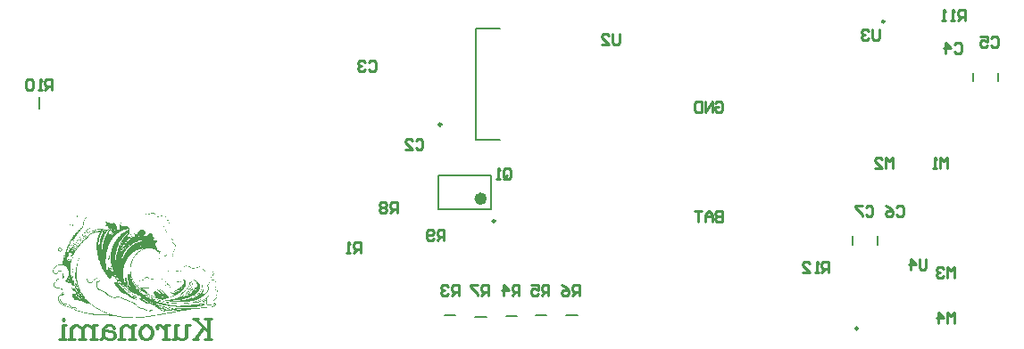
<source format=gbo>
G04*
G04 #@! TF.GenerationSoftware,Altium Limited,Altium Designer,22.5.1 (42)*
G04*
G04 Layer_Color=32896*
%FSLAX44Y44*%
%MOMM*%
G71*
G04*
G04 #@! TF.SameCoordinates,CACD2641-2831-44B8-A32A-C0E418E96BB6*
G04*
G04*
G04 #@! TF.FilePolarity,Positive*
G04*
G01*
G75*
%ADD11C,0.2000*%
%ADD14C,0.2540*%
%ADD63C,0.2500*%
%ADD64C,0.6000*%
G36*
X583386Y706911D02*
X583323Y706849D01*
X583260Y706911D01*
X583323Y706974D01*
X583386Y706911D01*
D02*
G37*
G36*
X615117Y701518D02*
X615054Y701205D01*
X614176Y701079D01*
X613800Y701205D01*
X613048Y701330D01*
X612671Y701205D01*
X611166Y701330D01*
X611104Y701393D01*
X611292Y701581D01*
X611793Y701707D01*
X612734Y701769D01*
X613549Y701707D01*
X613926Y701832D01*
X614803D01*
X615117Y701518D01*
D02*
G37*
G36*
X616058Y701079D02*
X616120Y701017D01*
X616246Y700640D01*
X615556Y700578D01*
X615368Y700766D01*
X615305Y701079D01*
X615681Y701205D01*
X616058Y701079D01*
D02*
G37*
G36*
X610476Y700891D02*
X610414Y700703D01*
X609912Y700578D01*
X608783Y700703D01*
X608721Y700766D01*
X609034Y701079D01*
X609285D01*
X609348Y701142D01*
X609912Y701205D01*
X610476Y700891D01*
D02*
G37*
G36*
X607090Y701142D02*
X607341Y700390D01*
X607153Y700202D01*
X606338Y700264D01*
Y700515D01*
Y700640D01*
X606777Y701205D01*
X607090Y701142D01*
D02*
G37*
G36*
X538987Y700264D02*
X538924Y700076D01*
X538736Y700139D01*
X538924Y700327D01*
X538987Y700264D01*
D02*
G37*
G36*
X540994Y700139D02*
X540931Y699951D01*
X540429Y700076D01*
X540367Y700139D01*
X540241Y700390D01*
X540680Y700452D01*
X540994Y700139D01*
D02*
G37*
G36*
X605710Y699763D02*
X605648Y699575D01*
X605585Y699763D01*
X605648Y699825D01*
X605710Y699763D01*
D02*
G37*
G36*
X617124Y700390D02*
X617500Y699763D01*
X617751Y699512D01*
X617688Y699198D01*
X617375Y699261D01*
X617186Y699825D01*
X616497Y700013D01*
X616371Y700390D01*
X616434Y700452D01*
X616559D01*
X617124Y700390D01*
D02*
G37*
G36*
X622329Y699198D02*
X622391Y698885D01*
X621702Y698822D01*
X621576D01*
X621137Y698885D01*
X621263Y699136D01*
X621827Y699324D01*
X622329Y699198D01*
D02*
G37*
G36*
X538736Y698508D02*
X538674Y698446D01*
X538611Y698508D01*
X538674Y698571D01*
X538736Y698508D01*
D02*
G37*
G36*
X624022D02*
X623834Y698320D01*
X623332D01*
X623269Y698383D01*
X623457Y698571D01*
X624022Y698508D01*
D02*
G37*
G36*
X618441Y698822D02*
X618942Y698571D01*
X619319Y698697D01*
X620322D01*
X620635Y698634D01*
X620510Y698383D01*
X619883Y698258D01*
X618378Y698132D01*
X618190Y698069D01*
X617876Y698258D01*
X617751Y698759D01*
X617813Y698947D01*
X618441Y698822D01*
D02*
G37*
G36*
X541370Y699763D02*
X541433Y699700D01*
X541684Y699575D01*
X541997Y699261D01*
X541935Y698195D01*
X541997Y698007D01*
X541809Y697693D01*
X541370Y697756D01*
X541496Y698258D01*
X541621Y698634D01*
X541496Y699010D01*
X541370Y699512D01*
X541245Y699763D01*
X541307Y699825D01*
X541370Y699763D01*
D02*
G37*
G36*
X539614Y697756D02*
X539426Y697693D01*
X539301Y697819D01*
X539238Y697881D01*
X539552Y697944D01*
X539614Y697756D01*
D02*
G37*
G36*
X626342Y698571D02*
X626907Y698007D01*
X626781Y697630D01*
X626718Y697568D01*
X626405Y697881D01*
X626342Y698069D01*
X625527Y698383D01*
Y698508D01*
X625590Y698697D01*
X626342Y698571D01*
D02*
G37*
G36*
X632049Y695749D02*
X631986Y695686D01*
X631923Y695749D01*
Y695875D01*
X631986Y695937D01*
X632049Y695749D01*
D02*
G37*
G36*
X631672Y695498D02*
X631610Y695436D01*
X631547Y695498D01*
X631610Y695561D01*
X631672Y695498D01*
D02*
G37*
G36*
X631547Y695373D02*
X631359Y695310D01*
X631296Y695373D01*
X631359Y695436D01*
X631547Y695373D01*
D02*
G37*
G36*
X551278Y698007D02*
X551090Y697568D01*
X550714Y697442D01*
X550526Y697254D01*
Y697129D01*
X550463Y697066D01*
X549899Y696627D01*
X549773Y696376D01*
X549585Y696188D01*
X549272Y696125D01*
X549146Y695624D01*
X549021Y695373D01*
X548707Y695185D01*
X548644Y695875D01*
X549146Y696376D01*
X549272Y696752D01*
X549585Y697066D01*
X549773Y697129D01*
X549961Y697568D01*
X550212Y697693D01*
X550588Y698069D01*
X551090Y698195D01*
X551278Y698007D01*
D02*
G37*
G36*
X629540Y695624D02*
X629415Y695373D01*
X628788Y694997D01*
X628662Y694746D01*
X628474Y694558D01*
X627345Y694683D01*
X627095Y694558D01*
X626969D01*
X626530Y694871D01*
X626718Y695059D01*
X627972Y695185D01*
X628851Y695686D01*
X629540Y695624D01*
D02*
G37*
G36*
X629164Y694244D02*
X629289Y694119D01*
X629101Y694056D01*
X629039Y694244D01*
X629101Y694307D01*
X629164Y694244D01*
D02*
G37*
G36*
X629603Y693805D02*
X629666Y693742D01*
X629791Y693366D01*
X629666Y693115D01*
X629603Y693053D01*
X629415Y693241D01*
X629478Y693931D01*
X629603Y693805D01*
D02*
G37*
G36*
X629164Y692363D02*
X629101Y692300D01*
X628976Y692175D01*
X628913Y692363D01*
X629101Y692426D01*
X629164Y692363D01*
D02*
G37*
G36*
X583511Y692614D02*
X583386Y691861D01*
X583323Y691798D01*
X583072Y691673D01*
X582884Y691861D01*
X583009Y692488D01*
X583198Y692676D01*
X583511Y692614D01*
D02*
G37*
G36*
X536792Y691924D02*
X536855Y691610D01*
X535663Y691548D01*
X535601Y691736D01*
X535789Y691924D01*
X535914D01*
X536291Y692049D01*
X536792Y691924D01*
D02*
G37*
G36*
X624147Y690607D02*
X624085Y690544D01*
X624022Y690607D01*
X624085Y690670D01*
X624147Y690607D01*
D02*
G37*
G36*
X535475Y691359D02*
X535350Y690858D01*
X535224Y689980D01*
X535036Y689917D01*
X534848Y690105D01*
Y690231D01*
Y690356D01*
X534974Y691234D01*
X535162Y691422D01*
X535475Y691359D01*
D02*
G37*
G36*
X537733Y691234D02*
X537858Y690356D01*
X537733Y689729D01*
X537419Y689416D01*
X537169Y689290D01*
X537043D01*
X536604Y689353D01*
X537106Y689854D01*
X537169Y690670D01*
X537106Y691359D01*
X537545Y691422D01*
X537733Y691234D01*
D02*
G37*
G36*
X624461Y689541D02*
X624524Y689102D01*
X624461Y689039D01*
X624398Y688977D01*
X624210Y688788D01*
X624022Y688851D01*
X623896Y689478D01*
X624085Y689666D01*
X624461Y689541D01*
D02*
G37*
G36*
X554288Y687722D02*
X554163Y687346D01*
X553410Y686844D01*
X552783Y686468D01*
X552658Y685841D01*
X552470Y685653D01*
X552219Y685778D01*
X551968Y686029D01*
X551529Y686092D01*
X551655Y686343D01*
X551717Y686405D01*
X552595Y686907D01*
X552846Y687158D01*
X553097Y687283D01*
X553473Y687660D01*
X553975Y687785D01*
X554288Y687722D01*
D02*
G37*
G36*
X559744Y685778D02*
X560120Y685653D01*
X560434Y685465D01*
X560371Y685277D01*
X559995Y685151D01*
X559869D01*
X558866Y685277D01*
X558490Y685402D01*
X558239Y685527D01*
X558176Y685716D01*
X558866Y685904D01*
X559744Y685778D01*
D02*
G37*
G36*
X558176Y684712D02*
X557988Y684524D01*
X557486D01*
X556734Y684650D01*
X556044Y684963D01*
X556170Y685214D01*
X556734Y685277D01*
X556985Y685151D01*
X557361Y685277D01*
X558176Y684712D01*
D02*
G37*
G36*
X551592Y685402D02*
X552031Y685339D01*
Y685089D01*
X551968Y685026D01*
X551717Y684900D01*
X551466Y685402D01*
X550714Y685527D01*
X550651Y685590D01*
X550965Y685904D01*
X551466Y686029D01*
X551592Y685402D01*
D02*
G37*
G36*
X629289Y684712D02*
X629415Y684587D01*
X629227Y684399D01*
X628913Y684461D01*
X628976Y684650D01*
X629227Y684775D01*
X629289Y684712D01*
D02*
G37*
G36*
X624398Y687973D02*
X624712Y687409D01*
X625339Y687032D01*
X626029Y685966D01*
X626154Y685590D01*
X626029Y684838D01*
X625778Y684587D01*
X625715Y684399D01*
X625527Y684461D01*
X625652Y685339D01*
X625527Y685966D01*
X625151Y686343D01*
X625025Y686593D01*
X624712Y686907D01*
X624524Y686970D01*
X624398Y687221D01*
X624335Y687283D01*
X623708Y687534D01*
X623646Y687848D01*
X624085Y688287D01*
X624398Y687973D01*
D02*
G37*
G36*
X631108Y684650D02*
X631171Y684587D01*
X631233Y684524D01*
X631422Y684211D01*
X631359Y684148D01*
X630544Y684587D01*
X630606Y684775D01*
X631108Y684650D01*
D02*
G37*
G36*
X627157Y684085D02*
X627095Y683772D01*
X626342Y683897D01*
X626279Y684085D01*
X626718Y684148D01*
X626781Y684211D01*
X626844Y684273D01*
X627157Y684085D01*
D02*
G37*
G36*
X555605Y684524D02*
X556170Y684085D01*
X556107Y683897D01*
X555605Y683772D01*
X555417Y683834D01*
X555292Y684085D01*
X555104Y684273D01*
X554853Y684399D01*
X554790Y684461D01*
X554978Y684650D01*
X555104D01*
X555605Y684524D01*
D02*
G37*
G36*
X550588Y685026D02*
X550777Y684838D01*
X550902Y684587D01*
X551153Y684336D01*
X551216Y683772D01*
X550839Y683646D01*
X550651Y683834D01*
X550526Y684211D01*
X550338Y684399D01*
X549899Y684461D01*
X549836Y684524D01*
X549648Y684587D01*
X549773Y684963D01*
X549961Y685151D01*
X550588Y685026D01*
D02*
G37*
G36*
X632174Y683458D02*
X632111Y683395D01*
X632049Y683458D01*
X632111Y683521D01*
X632174Y683458D01*
D02*
G37*
G36*
X628788Y684211D02*
X628662Y683709D01*
X628474Y683521D01*
X627847Y683270D01*
X627534Y683333D01*
Y683583D01*
X627596Y683646D01*
X627972Y683772D01*
X628474Y684273D01*
X628788Y684211D01*
D02*
G37*
G36*
X633554Y683458D02*
X633679Y683207D01*
X633616Y683145D01*
X633240Y683270D01*
X632989Y683395D01*
X632927Y683458D01*
X633491Y683521D01*
X633554Y683458D01*
D02*
G37*
G36*
X554351Y683897D02*
X554915Y683458D01*
X554853Y683270D01*
X554226Y683145D01*
X553599Y683521D01*
X552721Y683019D01*
X552658Y682956D01*
X552595Y682894D01*
X552094Y682768D01*
X551843Y682894D01*
X551780Y683082D01*
X552344Y683270D01*
X553159Y683583D01*
X553473Y683897D01*
X553975Y684022D01*
X554351Y683897D01*
D02*
G37*
G36*
X549648Y683458D02*
X549711Y683395D01*
X550024Y683082D01*
X549899Y682831D01*
X549209Y682768D01*
X548519Y683082D01*
X548394Y683583D01*
X548833Y684148D01*
X549272Y684211D01*
X549648Y683458D01*
D02*
G37*
G36*
X595301Y682831D02*
X595112Y682643D01*
X594987Y682768D01*
X594862D01*
X594799Y682956D01*
X595112Y683019D01*
X595301Y682831D01*
D02*
G37*
G36*
X547390Y682455D02*
Y682329D01*
X547327Y682141D01*
X547139Y682204D01*
X547265Y682580D01*
X547327Y682643D01*
X547390Y682455D01*
D02*
G37*
G36*
X596053Y682204D02*
X595990Y682016D01*
X595802Y682078D01*
Y682329D01*
X595865Y682392D01*
X596053Y682204D01*
D02*
G37*
G36*
X550275Y681075D02*
X550087Y680887D01*
X549773Y680950D01*
X549836Y681389D01*
X550212D01*
X550275Y681075D01*
D02*
G37*
G36*
X548331Y681389D02*
X548519Y681200D01*
X548394Y680950D01*
X547955Y680887D01*
X547766Y681075D01*
X547829Y681514D01*
X547955D01*
X548331Y681389D01*
D02*
G37*
G36*
X592855Y681765D02*
X593168Y681451D01*
X593043Y680573D01*
X592855Y680511D01*
X592479Y681263D01*
X592228Y681389D01*
X592040Y681577D01*
Y681702D01*
X592102Y681890D01*
X592855Y681765D01*
D02*
G37*
G36*
X551905Y680573D02*
X551717Y680511D01*
X551655Y680573D01*
X551843Y680636D01*
X551905Y680573D01*
D02*
G37*
G36*
X551278Y679946D02*
X551090Y679883D01*
X551027Y679946D01*
X551090Y680009D01*
X551216D01*
X551278Y679946D01*
D02*
G37*
G36*
X549522Y680072D02*
X549334Y679883D01*
X548833Y680009D01*
X548770Y680072D01*
X548895Y680573D01*
X549460Y680636D01*
X549522Y680072D01*
D02*
G37*
G36*
X545509Y680448D02*
X545634Y680072D01*
X545572Y679883D01*
X545133Y679821D01*
X545258Y680322D01*
X545446Y680511D01*
X545509Y680448D01*
D02*
G37*
G36*
X547014Y681827D02*
X546638Y681200D01*
X546512Y680824D01*
X546889Y680573D01*
X547014Y680322D01*
X547202Y680134D01*
X547578Y680009D01*
X547641Y679946D01*
X547766Y679695D01*
X547327Y679257D01*
X547014Y679319D01*
X546889Y679821D01*
X546826Y680009D01*
X546575Y680134D01*
X546387Y680322D01*
X546261Y680573D01*
X545822Y680761D01*
X545760Y680950D01*
X546199Y681389D01*
X546387Y681451D01*
X546512Y681702D01*
X546700Y681890D01*
X547014Y681827D01*
D02*
G37*
G36*
X546011Y679570D02*
X545948Y679257D01*
X545822D01*
X545760Y679695D01*
X545822Y679758D01*
X546011Y679570D01*
D02*
G37*
G36*
X548644Y679695D02*
X548770Y679319D01*
X548582Y679131D01*
X548143Y679194D01*
X547892Y679695D01*
X548080Y679758D01*
X548205D01*
X548644Y679695D01*
D02*
G37*
G36*
X636376Y681263D02*
X636438Y680573D01*
X636313Y680322D01*
X636438Y679946D01*
X636313Y679445D01*
X636062Y679319D01*
X635937Y679068D01*
X635811Y678943D01*
X635749Y678880D01*
X635310Y678943D01*
X635498Y679382D01*
X635749Y679507D01*
X635937Y679695D01*
X636062Y680197D01*
X636188Y680448D01*
X635937Y680699D01*
X635811Y681200D01*
X635874Y681389D01*
X636376Y681263D01*
D02*
G37*
G36*
X593733Y679883D02*
X593921Y679695D01*
X593796Y679194D01*
X592980Y678880D01*
X592604Y678755D01*
X592541Y678818D01*
X593106Y679507D01*
X593168Y679570D01*
X593357Y680009D01*
X593733Y679883D01*
D02*
G37*
G36*
X634996Y678629D02*
X635059Y678567D01*
X634871Y678379D01*
X634620D01*
X634557Y678441D01*
X634432Y678567D01*
X634620Y678755D01*
X634996Y678629D01*
D02*
G37*
G36*
X546763Y678818D02*
X546638Y678316D01*
X546575Y678253D01*
X546450D01*
X546261Y678316D01*
X546387Y678943D01*
X546575Y679006D01*
X546763Y678818D01*
D02*
G37*
G36*
X547892Y677940D02*
X547829Y677877D01*
X547516Y677940D01*
X547641Y678316D01*
X547829Y678379D01*
X547892Y677940D01*
D02*
G37*
G36*
X550651Y679695D02*
X550777Y679319D01*
X550714Y679131D01*
X550212Y679006D01*
X549961Y678504D01*
X549334Y678128D01*
X548958Y677751D01*
X548644Y677814D01*
X548770Y678316D01*
X549021Y678567D01*
X549334Y679131D01*
X549836Y679257D01*
X550024Y679445D01*
X550087Y679633D01*
X550588Y679758D01*
X550651Y679695D01*
D02*
G37*
G36*
X547641Y676936D02*
X547578Y676748D01*
X547139Y676811D01*
Y676936D01*
X547327Y677124D01*
X547641Y676936D01*
D02*
G37*
G36*
X545133Y679695D02*
X545070Y678880D01*
X544819Y678755D01*
X544756Y678441D01*
X545007Y677940D01*
Y677814D01*
X545070Y677626D01*
X545572Y677501D01*
X545760Y677062D01*
X546011Y676811D01*
X546136Y676309D01*
X545822Y676246D01*
X545634Y676434D01*
X545509Y676685D01*
X544882Y676936D01*
X545007Y677438D01*
X544882Y677689D01*
X544443Y678002D01*
X544129Y678316D01*
X544255Y678943D01*
X544506Y679194D01*
X544631Y679445D01*
X544945Y679758D01*
X545133Y679695D01*
D02*
G37*
G36*
X544506Y676811D02*
X544192Y676121D01*
X543941D01*
X543879Y676309D01*
X544318Y676873D01*
X544506Y676811D01*
D02*
G37*
G36*
X631672Y677438D02*
X631798Y677187D01*
X632237Y676873D01*
X632550Y676560D01*
X632613Y676497D01*
X632927Y676184D01*
X632801Y675431D01*
X632738Y675368D01*
X632299Y675807D01*
X632174Y676309D01*
X631986Y676497D01*
X631735Y676623D01*
X631359Y677124D01*
X630857Y677250D01*
X630669Y677438D01*
X630794Y677940D01*
X631108Y678002D01*
X631672Y677438D01*
D02*
G37*
G36*
X538736Y676184D02*
X538862Y675682D01*
X538548Y675118D01*
X538360Y675180D01*
X538235Y675807D01*
X538046Y675995D01*
X537921D01*
X537545Y676121D01*
X537482Y676685D01*
X537921Y676748D01*
X538736Y676184D01*
D02*
G37*
G36*
X545634Y675306D02*
X545760Y675055D01*
X545446Y674992D01*
X545321D01*
X545070Y675118D01*
X544756Y675431D01*
X544882Y675682D01*
X545321Y675745D01*
X545634Y675306D01*
D02*
G37*
G36*
X537106D02*
X536980Y675055D01*
X536918Y674992D01*
X536855Y675055D01*
Y675180D01*
X536918Y675494D01*
X537106Y675306D01*
D02*
G37*
G36*
X543879Y677689D02*
X543816Y677250D01*
X543439Y677124D01*
X543189Y676497D01*
X543063Y676372D01*
X543000Y676309D01*
X542499Y675431D01*
X542185Y674867D01*
X541809Y674741D01*
X541621Y674930D01*
X541746Y675431D01*
X542123Y675807D01*
X542499Y676434D01*
X542938Y677124D01*
X543189Y677250D01*
X543377Y677438D01*
X543502Y677814D01*
X543690Y677877D01*
X543879Y677689D01*
D02*
G37*
G36*
X543816Y674992D02*
X544506Y674428D01*
X544756Y673801D01*
X544443Y673738D01*
X544380Y673801D01*
X544318Y673863D01*
X544067Y674114D01*
X543816Y674240D01*
X543565Y674616D01*
X543377Y674679D01*
X543439Y675118D01*
X543816Y674992D01*
D02*
G37*
G36*
X543189Y674365D02*
X543377Y673801D01*
X543314Y673738D01*
X543189D01*
X542875Y673801D01*
X542750Y674302D01*
X542812Y674491D01*
X543189Y674365D01*
D02*
G37*
G36*
X538109Y673801D02*
X537796Y673738D01*
X537733Y673801D01*
X537482Y674052D01*
X537733Y674679D01*
X537921Y674867D01*
X538235Y674930D01*
X538109Y673801D01*
D02*
G37*
G36*
X537169Y673989D02*
X537231Y673550D01*
X536918Y673236D01*
X536730Y673424D01*
X536855Y674052D01*
X536918Y674114D01*
X537169Y673989D01*
D02*
G37*
G36*
X544192Y673362D02*
X544255Y673299D01*
Y673174D01*
X544067Y672985D01*
X543753Y673299D01*
X543941Y673487D01*
X544192Y673362D01*
D02*
G37*
G36*
X538485Y673174D02*
X538548Y673111D01*
X538611Y672797D01*
X538297Y672735D01*
X538235Y672923D01*
X538423Y673236D01*
X538485Y673174D01*
D02*
G37*
G36*
X536604Y672923D02*
Y672797D01*
X536479Y672421D01*
X536291Y672358D01*
X536102Y672546D01*
X536228Y672923D01*
X536541Y672985D01*
X536604Y672923D01*
D02*
G37*
G36*
X541496Y674428D02*
X541997Y673550D01*
X542185Y673362D01*
X542436D01*
X542875Y673299D01*
X542938Y672609D01*
X542812Y672107D01*
X542687Y671982D01*
X542373Y672296D01*
X542060Y673236D01*
X541558Y673362D01*
X541182Y673487D01*
X540931Y673362D01*
X540806Y672735D01*
X540304Y672609D01*
X540116Y672421D01*
X540053Y671857D01*
X539175Y671982D01*
X538987Y672170D01*
X539050Y672484D01*
X539552Y672609D01*
X539802Y672735D01*
X540116Y673048D01*
X540241Y673299D01*
X540868Y673675D01*
X540994Y674302D01*
X541182Y674491D01*
X541496Y674428D01*
D02*
G37*
G36*
X538862Y671543D02*
X538799Y671230D01*
X538736Y671167D01*
X538297Y671104D01*
X538235Y671292D01*
X538548Y671606D01*
X538862Y671543D01*
D02*
G37*
G36*
X542248Y671418D02*
X542311Y671104D01*
X542185Y670979D01*
X542060Y671230D01*
X541997Y671292D01*
X542060Y671480D01*
X542248Y671418D01*
D02*
G37*
G36*
X541119D02*
Y671167D01*
Y671041D01*
X541057Y670979D01*
X540492Y671292D01*
X540555Y671480D01*
X541119Y671418D01*
D02*
G37*
G36*
X537482Y672045D02*
X537357Y671794D01*
X537106Y671167D01*
X536980Y670916D01*
X536918Y670853D01*
X536667Y670979D01*
X536479Y671167D01*
X536604Y671543D01*
X537169Y672107D01*
X537482Y672045D01*
D02*
G37*
G36*
X541809Y670477D02*
X541872Y669913D01*
X541558Y669850D01*
X541496Y669913D01*
X541370Y670289D01*
X541433Y670602D01*
X541809Y670477D01*
D02*
G37*
G36*
X538924D02*
X538987Y670414D01*
X538924Y669725D01*
X538548Y669850D01*
X538360Y670289D01*
X538674Y670602D01*
X538924Y670477D01*
D02*
G37*
G36*
X535977Y669913D02*
X535789Y669725D01*
X535663D01*
X535601Y669787D01*
X535789Y669975D01*
X535977Y669913D01*
D02*
G37*
G36*
X539928Y670728D02*
X540492Y670163D01*
Y670038D01*
X540806Y669725D01*
X541057Y669599D01*
X541119Y669536D01*
X540931Y669348D01*
X540680Y669474D01*
X540429Y669725D01*
X539740Y669913D01*
X539614Y670414D01*
X539363Y670665D01*
X539426Y670853D01*
X539928Y670728D01*
D02*
G37*
G36*
X539552Y669599D02*
X539614Y669160D01*
X539426Y668972D01*
X539175Y669097D01*
X539113Y669286D01*
Y669411D01*
X539175Y669725D01*
X539552Y669599D01*
D02*
G37*
G36*
X535224Y669411D02*
X535036Y668972D01*
X534409Y669223D01*
X534347Y669286D01*
X534472Y669913D01*
X534535Y669975D01*
X535224Y669411D01*
D02*
G37*
G36*
X534221Y669035D02*
X534096Y668157D01*
X534033Y668094D01*
X533657Y667969D01*
X533594Y668282D01*
X534033Y669097D01*
X534221Y669035D01*
D02*
G37*
G36*
X533469Y667530D02*
Y667404D01*
X533406Y667342D01*
X533343Y667530D01*
X533406Y667592D01*
X533469Y667530D01*
D02*
G37*
G36*
X526132Y669097D02*
X526508Y668721D01*
X526947Y668533D01*
X527323Y667906D01*
X527574Y667279D01*
X527449Y666526D01*
X527072Y666150D01*
X526759Y665586D01*
X526508Y665460D01*
X526257Y665209D01*
X525755Y665084D01*
X525316Y665272D01*
X525191Y665523D01*
X524752Y665711D01*
X523937Y666526D01*
X523999Y667342D01*
X523937Y668031D01*
X524250Y668470D01*
X524501Y668596D01*
X524815Y668784D01*
X524877Y668847D01*
X525755Y669223D01*
X526132Y669097D01*
D02*
G37*
G36*
X632801Y675055D02*
X632927Y674553D01*
X632801Y674177D01*
X632550Y673926D01*
X632676Y673675D01*
X633177Y673174D01*
X633240Y672985D01*
X633993Y672860D01*
X634808Y672045D01*
X634933Y671794D01*
X635310Y671418D01*
X635184Y669787D01*
X634996Y669599D01*
X634808Y669536D01*
X634683Y669286D01*
X634244Y668721D01*
X633993Y668596D01*
X633930Y668031D01*
X634055Y667655D01*
X634118Y666965D01*
X633993Y665836D01*
X633742Y665586D01*
X633554Y665523D01*
X633428Y665021D01*
X633115Y664708D01*
X632927Y664645D01*
X632801Y664143D01*
X632676Y663893D01*
X632362Y663830D01*
X632299Y664269D01*
X632801Y664771D01*
X632927Y665272D01*
X633052Y665523D01*
X633491Y665836D01*
X633554Y666275D01*
X633428Y666652D01*
X633554Y667028D01*
X633428Y667906D01*
X633177Y668157D01*
X633303Y668533D01*
X633491Y668721D01*
X633616D01*
X633679Y668784D01*
X634244Y669474D01*
X634557Y670038D01*
X634683Y670916D01*
X634620Y671480D01*
X634369Y671606D01*
X634055Y671919D01*
X633930Y672170D01*
X633303Y672546D01*
X633177Y672923D01*
X633115Y672985D01*
X632738Y672860D01*
X632049Y673048D01*
X631672Y673299D01*
X632049Y673926D01*
X632299Y674177D01*
X632425Y674930D01*
X632613Y675118D01*
X632801Y675055D01*
D02*
G37*
G36*
X628035Y665272D02*
X628161Y663893D01*
X627847Y663579D01*
X627596Y663704D01*
X627408Y664269D01*
X627534Y664645D01*
Y664771D01*
X627659Y665398D01*
X627847Y665460D01*
X628035Y665272D01*
D02*
G37*
G36*
X548644Y694620D02*
X548268Y693993D01*
X548017Y693742D01*
X547892Y691109D01*
X547641Y690481D01*
X547453Y689165D01*
X547139Y688600D01*
X546889Y687973D01*
X546512Y687722D01*
X546387Y687346D01*
X546512Y687095D01*
X545885Y686970D01*
X545822Y686405D01*
X545383Y686343D01*
X545321Y685778D01*
X544882Y685841D01*
X544631Y685716D01*
X544694Y685026D01*
X544568Y685277D01*
X544192Y685151D01*
X544004Y684963D01*
X544192Y684775D01*
X544506Y684712D01*
X544318Y684524D01*
X543565Y684650D01*
X543251Y684336D01*
X543189Y684148D01*
X542562Y683772D01*
X542248Y683458D01*
X542123Y683207D01*
X541684Y682894D01*
X541245Y682455D01*
X541119Y682204D01*
X540179Y681263D01*
X539991Y681200D01*
X539614Y680573D01*
X539238Y680322D01*
X539050Y679883D01*
X538799Y679758D01*
X538674Y679131D01*
X538548Y678880D01*
X538046Y678755D01*
X537984Y678190D01*
X538297Y677751D01*
X538924Y677877D01*
X538987Y677940D01*
X538736Y678567D01*
X538799Y678755D01*
X539301Y678504D01*
X539552Y679006D01*
X539991Y679194D01*
X539740Y679821D01*
X539865Y680197D01*
X539991Y680448D01*
X540429Y680636D01*
X540806Y681012D01*
X540994Y681075D01*
X541182Y681639D01*
X541433Y681765D01*
X541746Y682078D01*
X541809Y682266D01*
X542060Y682392D01*
X542499Y683082D01*
X542687Y683270D01*
X543063Y683395D01*
X543126Y683333D01*
X542750Y682706D01*
X542311Y682392D01*
X541684Y681639D01*
X541245Y680950D01*
X540492Y679821D01*
X540367Y679319D01*
X539991Y678943D01*
X539865Y678441D01*
X539113Y677689D01*
X539050Y676873D01*
X538548Y676999D01*
X538235Y677312D01*
X538109Y677689D01*
X537921Y677877D01*
X537545Y677751D01*
X537357Y677563D01*
X537231Y677062D01*
X536855Y676811D01*
X536667Y676121D01*
X536479Y675933D01*
X536228Y675306D01*
X535852Y674679D01*
X535601Y674052D01*
X535475Y673675D01*
X535099Y673424D01*
X534974Y672421D01*
X534535Y672233D01*
X534409Y671606D01*
X534347Y671543D01*
X534535Y671355D01*
X535287Y671857D01*
X535475Y671668D01*
X535350Y671167D01*
X534660Y671104D01*
X534284Y671230D01*
X534096Y671167D01*
X533970Y670289D01*
X533406Y669599D01*
X533218Y669035D01*
X533092Y668282D01*
X532716Y668031D01*
X532591Y667153D01*
X532653Y666464D01*
X532152Y666338D01*
X532026Y665836D01*
X531964Y665021D01*
X532214Y664394D01*
X532152Y664206D01*
X531650Y664457D01*
X531462Y664269D01*
X531337Y662764D01*
X530960Y662513D01*
X530835Y661635D01*
X530897Y660945D01*
X530709Y660255D01*
X530772Y659816D01*
X531023Y659942D01*
X531525Y660694D01*
X531713Y660882D01*
X531838Y661133D01*
X532591Y661635D01*
X532716Y662011D01*
X532653Y662325D01*
X532277Y662199D01*
X532089Y662011D01*
X531964Y661760D01*
X531776Y661572D01*
X531399Y661698D01*
X531337Y662011D01*
X532340Y663015D01*
X532465Y663516D01*
X532716Y664143D01*
X532841Y664394D01*
X533469Y665021D01*
X533594Y665272D01*
X534096Y665523D01*
X533845Y666025D01*
X534158Y666338D01*
X534409Y666464D01*
X534472Y667028D01*
X534347Y667279D01*
X534535Y667467D01*
X534785Y667592D01*
X534974Y667781D01*
X535099Y668031D01*
X535413Y668094D01*
X535538Y667969D01*
X536102Y668408D01*
X536353Y669035D01*
X536479Y669286D01*
X536792Y669599D01*
X537545Y669850D01*
X537796Y669599D01*
X538046Y669474D01*
X538235Y669286D01*
X538109Y668784D01*
X537670Y668470D01*
X537482Y668282D01*
X537357Y668031D01*
X537231Y667655D01*
X537106Y666777D01*
X536792Y666338D01*
X536291Y666213D01*
X536102Y665648D01*
X536165Y665460D01*
X536792Y665586D01*
X537419Y665962D01*
X537607Y666150D01*
X537733Y667028D01*
X537858Y667279D01*
X538172Y667592D01*
X538674Y667467D01*
X538862Y667530D01*
X538924Y667843D01*
X538360Y668282D01*
X538423Y668596D01*
X538924Y668470D01*
X539113Y668031D01*
X539489Y667781D01*
X539301Y667342D01*
X538674Y666965D01*
X538548Y666464D01*
X538674Y665962D01*
X539050Y665836D01*
X539238Y666025D01*
X539363Y666526D01*
X539802Y666714D01*
X540116Y667153D01*
X540492Y667404D01*
X540367Y668408D01*
X540429Y668470D01*
X540806Y668345D01*
X541057Y668470D01*
X541245Y668659D01*
X541370Y668909D01*
X541746Y669286D01*
X541872Y669662D01*
X542060Y669850D01*
X542311Y669975D01*
X542499Y670163D01*
X543063Y671230D01*
X543314Y671355D01*
X543628Y671668D01*
X543753Y671919D01*
X544129Y672170D01*
X544255Y672672D01*
X544756Y672923D01*
X545070Y673613D01*
X545321Y673738D01*
X546011Y674428D01*
X546199Y674867D01*
X546450Y674992D01*
X546638Y675180D01*
X546763Y675431D01*
X547202Y675745D01*
X547453Y675995D01*
X547704Y676121D01*
X548017Y676434D01*
X548080Y676623D01*
X548707Y676999D01*
X548958Y677250D01*
X549585Y677626D01*
X550149Y677940D01*
X550338Y678379D01*
X550777Y678567D01*
X550965Y679006D01*
X551529Y679319D01*
X551655Y679695D01*
X551905Y679821D01*
X552219Y680385D01*
X552595Y680511D01*
X552909Y680950D01*
X553159Y681075D01*
X553285Y681702D01*
X553724Y681890D01*
X554226Y682392D01*
X554477Y682517D01*
X555104Y682768D01*
X555354Y682894D01*
X555480Y683270D01*
X556546Y683458D01*
X556859Y683772D01*
X557737Y683897D01*
X558992Y684022D01*
X559242Y684399D01*
X560120Y684524D01*
X561500Y684650D01*
X561688Y684838D01*
X561814Y685214D01*
X562253Y685277D01*
X562629Y685151D01*
X563883Y685277D01*
X564134Y685527D01*
X564698Y685841D01*
X564824Y686217D01*
X564636Y686405D01*
X563381Y686280D01*
X563130Y686029D01*
X562629Y685904D01*
X560308Y685966D01*
X560434Y686343D01*
X560998Y686531D01*
X561500Y686656D01*
X562880Y686531D01*
X563130Y686782D01*
X563758Y687032D01*
X564510Y687158D01*
X564886Y687032D01*
X565764Y686782D01*
X566768Y686656D01*
X567520Y686154D01*
X568273Y686029D01*
X568774Y685527D01*
X569276Y685402D01*
X569652Y685904D01*
X570279Y686154D01*
X570718Y686343D01*
X571032Y686907D01*
X571283Y687032D01*
X571471Y687597D01*
X571345Y688349D01*
X570844Y688851D01*
X570718Y689102D01*
X569903Y689416D01*
X569276Y689666D01*
X568649Y689792D01*
X568586Y690231D01*
X569025Y690544D01*
X569464Y691485D01*
X569088Y692363D01*
X569025Y692551D01*
X568774Y692676D01*
X568461Y692990D01*
X568335Y693241D01*
X567708Y693492D01*
X567771Y693931D01*
X568398Y693805D01*
X568586Y693617D01*
X568649Y693429D01*
X569151Y693304D01*
X569527Y693178D01*
X570656Y693053D01*
X571032Y692927D01*
X572035Y692551D01*
X572286Y692300D01*
X572913Y692049D01*
X573791Y691798D01*
X574293Y691924D01*
X574920Y692175D01*
X575798Y692300D01*
X576300Y692551D01*
X576927Y692300D01*
X577616Y692112D01*
X577993Y691861D01*
X578118Y691610D01*
X578745Y690983D01*
X578933Y689792D01*
X579122Y689227D01*
X579247Y687095D01*
X579372Y686719D01*
X579498Y686217D01*
X580062Y686029D01*
X580313Y685904D01*
X580752Y685716D01*
X581065Y686029D01*
X581630Y686343D01*
X581755Y686844D01*
X581943Y687534D01*
X582069Y688036D01*
X582194Y689666D01*
X582382Y690858D01*
X582570Y691171D01*
X583260Y690607D01*
X583825Y690043D01*
X584076Y689917D01*
X584264Y689729D01*
X584389Y689478D01*
X584577Y689290D01*
X585079Y689165D01*
X589092Y689039D01*
X590660Y688224D01*
X590911Y687095D01*
X591287Y686217D01*
X591162Y685339D01*
X591036Y684838D01*
X590911Y684461D01*
X591036Y682956D01*
X591538Y682455D01*
X591475Y682016D01*
X590974Y681890D01*
X590284Y681827D01*
X589970Y681138D01*
X589531Y680950D01*
X589657Y679821D01*
X590284Y679194D01*
X590409Y678943D01*
X590597Y678755D01*
X592165Y678818D01*
X592416Y678692D01*
X591852Y678128D01*
X591225Y677877D01*
X591036Y677814D01*
X590911Y677563D01*
X590723Y677375D01*
X590472Y677250D01*
X590221Y676748D01*
X589594Y676497D01*
X589343Y675995D01*
X589092Y675870D01*
X588779Y675557D01*
X588653Y675306D01*
X587525Y674177D01*
X587399Y673926D01*
X587023Y673550D01*
X586898Y673299D01*
X586396Y672797D01*
X586270Y672421D01*
X585769Y671919D01*
X585643Y671668D01*
X585392Y671418D01*
X584765Y670289D01*
X584515Y669662D01*
X584389Y669411D01*
X584013Y668784D01*
X583825Y668094D01*
X583511Y667781D01*
X583386Y667279D01*
X583135Y666652D01*
X582884Y666401D01*
X582759Y665147D01*
X582508Y664896D01*
X582382Y664645D01*
X582257Y664269D01*
X582132Y663391D01*
X582257Y662889D01*
X582696Y662701D01*
X583009Y663015D01*
X583135Y663893D01*
X583260Y664394D01*
X583637Y664771D01*
X583762Y665774D01*
X584138Y666652D01*
X585079Y668721D01*
X585330Y668847D01*
X585706Y669599D01*
X586145Y670038D01*
X586270Y670540D01*
X586459Y670728D01*
X586647Y670791D01*
X586772Y671668D01*
X587274Y672170D01*
X587399Y672421D01*
X587775Y672797D01*
X587901Y673048D01*
X588528Y673675D01*
X588653Y673926D01*
X589030Y674177D01*
X589155Y674428D01*
X589469Y674741D01*
X589720Y674867D01*
X590033Y675306D01*
X590472Y675745D01*
X590723Y675870D01*
X591225Y676372D01*
X591475Y676497D01*
X591852Y676873D01*
X592291Y676936D01*
X592416Y677312D01*
X592604Y677501D01*
X593106Y677626D01*
X593294Y677814D01*
X593419Y678065D01*
X593670Y678316D01*
X593984Y679131D01*
X594611Y679382D01*
X595865Y679507D01*
X596304Y679946D01*
X596429Y680573D01*
X596555Y680824D01*
X596179Y681702D01*
X596241Y681890D01*
X598123Y682016D01*
X598624Y682517D01*
X599001Y682643D01*
X599189Y682831D01*
X599314Y683082D01*
X599816Y683583D01*
X600192Y684211D01*
X600756Y684900D01*
X601070Y685339D01*
X601258Y685527D01*
X601885Y685904D01*
X602512Y686154D01*
X604394Y686029D01*
X604770Y685653D01*
X605460Y685339D01*
X605585Y685089D01*
X606024Y684650D01*
X606212Y684587D01*
X606714Y683709D01*
X606965Y683082D01*
X606400Y682141D01*
X606149Y682016D01*
X605836Y681702D01*
X605710Y681451D01*
X605209Y681200D01*
X604895Y680385D01*
X604833Y680072D01*
X605271Y679507D01*
X606526Y679633D01*
X606902Y680009D01*
X607592Y680197D01*
X608031Y680636D01*
X608282Y680761D01*
X608783Y681263D01*
X609222Y681451D01*
X609348Y681702D01*
X609536Y681890D01*
X610163Y682141D01*
X611041Y682517D01*
X612295Y682643D01*
X612797Y682517D01*
X613236Y682078D01*
X613298Y681514D01*
X613048Y680887D01*
X612859Y680322D01*
X613236Y679695D01*
X613424Y679507D01*
X613675Y679382D01*
X613926Y679006D01*
X614114Y678943D01*
X614239Y678692D01*
X614741Y677940D01*
X614615Y677312D01*
X614239Y676434D01*
X614365Y675807D01*
X614929Y675619D01*
X615869Y675807D01*
X616309Y676121D01*
X616685Y676246D01*
X617061Y676121D01*
X617249Y675933D01*
X617437Y675243D01*
X617500Y674804D01*
X616998Y673926D01*
X616685Y673613D01*
X616434Y673487D01*
X616120Y673174D01*
X615744Y672546D01*
X615619Y672170D01*
X616183Y671104D01*
X616434Y670979D01*
X616622Y670791D01*
X616748Y669662D01*
X617249Y669160D01*
X617375Y668909D01*
X617751Y668659D01*
X617876Y668157D01*
X618002Y667153D01*
X618378Y666777D01*
X618503Y666526D01*
X618817Y666213D01*
X619068Y666087D01*
X619444Y665711D01*
X620573Y665586D01*
X620761Y665398D01*
X620635Y665147D01*
X620008Y664771D01*
X620134Y664143D01*
X620385Y663516D01*
X620196Y663077D01*
X619820Y663203D01*
X619193Y664206D01*
X618880Y664520D01*
X618754Y664771D01*
X617939Y665586D01*
X617312Y665962D01*
X617061Y666213D01*
X616434Y666589D01*
X616183Y666840D01*
X615556Y666965D01*
X615180Y667342D01*
X614678Y667467D01*
X613926Y667592D01*
X613675Y667843D01*
X612797Y667969D01*
X612295Y668094D01*
X609536Y668220D01*
X607905Y668094D01*
X606714Y667906D01*
X606024Y667592D01*
X604958Y667404D01*
X604143Y666965D01*
X603327Y666652D01*
X603014Y666338D01*
X602324Y666150D01*
X602136Y665836D01*
X601321Y665523D01*
X601070Y665272D01*
X601007Y665084D01*
X600631Y664959D01*
X600129Y664457D01*
X599879Y664332D01*
X599377Y663830D01*
X599126Y663704D01*
X598938Y663516D01*
X598875Y663328D01*
X598624Y663203D01*
X597934Y662513D01*
X597809Y662262D01*
X597433Y661886D01*
X597307Y661635D01*
X596806Y661133D01*
X596680Y660882D01*
X596179Y660381D01*
X596053Y660005D01*
X595802Y659754D01*
X595551Y659127D01*
X595426Y658876D01*
X595050Y658499D01*
X594862Y657810D01*
X594611Y657559D01*
X594423Y657496D01*
X594172Y656493D01*
X593921Y656242D01*
X593796Y655740D01*
X593607Y654800D01*
X593168Y653984D01*
X592980Y652542D01*
X592667Y651978D01*
X592541Y648466D01*
X592667Y644202D01*
X593043Y643324D01*
X593168Y642069D01*
X593294Y641568D01*
X593545Y641442D01*
X593670Y640941D01*
X593858Y640125D01*
X594297Y639687D01*
X594360Y638871D01*
X594235Y638620D01*
X593858Y638746D01*
X593670Y639310D01*
X593545Y639937D01*
X593168Y640188D01*
X592980Y641380D01*
X592416Y641819D01*
X592291Y643073D01*
X592165Y643324D01*
X592102Y643386D01*
X591852Y642132D01*
X591538Y641317D01*
X591601Y640878D01*
X591977Y641254D01*
X592353Y641129D01*
X592541Y639937D01*
X592918Y639561D01*
X593106Y638746D01*
X593231Y638495D01*
X593482Y638369D01*
X593670Y637304D01*
X594046Y637053D01*
X594172Y636551D01*
X594297Y636175D01*
X594736Y635987D01*
X594799Y635297D01*
X594674Y635046D01*
X594736Y634983D01*
X595175Y635171D01*
X595426Y635046D01*
X595551Y634293D01*
X595928Y633917D01*
X596053Y633541D01*
X596241Y633353D01*
X596429Y633290D01*
X596116Y632976D01*
X595865Y632851D01*
X595802Y632287D01*
X595990Y632099D01*
X596492Y632600D01*
X596994Y632475D01*
X597182Y632287D01*
X597307Y631910D01*
X597495Y631722D01*
X597746Y631597D01*
X597997Y631221D01*
X598248Y631095D01*
X598436Y630907D01*
X598248Y630719D01*
X597872Y630844D01*
X597495Y631221D01*
X597307Y631283D01*
X597119Y631722D01*
X596806Y631660D01*
X596931Y631158D01*
X597119Y630970D01*
X597370Y630844D01*
X597558Y630656D01*
X597809Y630029D01*
X598123Y629716D01*
X598373Y629590D01*
X598687Y629277D01*
X598812Y629026D01*
X599314Y628524D01*
X599440Y628022D01*
X599753Y627960D01*
X599941Y628148D01*
X600067Y628649D01*
X599816Y628900D01*
X599879Y629214D01*
X600255Y629089D01*
X600506Y628838D01*
X600756Y628712D01*
X600945Y628524D01*
X600317Y628273D01*
X600192Y627897D01*
X600255Y627583D01*
X600756Y627458D01*
X602199Y626016D01*
X602262Y625828D01*
X602763Y625702D01*
X603202Y625639D01*
X603077Y625263D01*
X603202Y624887D01*
X603767Y624699D01*
X604268Y624950D01*
X604331Y624762D01*
X604206Y624385D01*
X604331Y624134D01*
X605271Y623946D01*
X605460Y623758D01*
X605585Y623382D01*
X606338Y622880D01*
X606902Y622692D01*
X607780Y622817D01*
X607843Y623131D01*
X607654Y623319D01*
X607404Y623445D01*
X607153Y623695D01*
X606526Y623821D01*
X606212Y624134D01*
X606338Y624385D01*
X606651Y624448D01*
X607090Y624260D01*
X607215Y624009D01*
X607843Y623884D01*
X608219Y623633D01*
X608344Y623382D01*
X609097Y623006D01*
X608971Y622755D01*
X607717Y622504D01*
X607592Y622253D01*
X607905Y621940D01*
X608721Y621751D01*
X609097Y621501D01*
X609160Y621312D01*
X609661Y621187D01*
X609912Y621062D01*
X610288Y620685D01*
X610790Y620560D01*
X611104Y620121D01*
X612107Y619870D01*
X612232Y619619D01*
X612421Y619431D01*
X613298Y619557D01*
X613549Y619807D01*
X616058Y619933D01*
X616434Y620058D01*
X616622Y619995D01*
X616183Y619807D01*
X615869Y619494D01*
X615807Y619306D01*
X615305Y619180D01*
X614929Y619306D01*
X614490Y619368D01*
X613988Y619118D01*
X614051Y618929D01*
X615242Y618741D01*
X615681Y618553D01*
X615932Y618302D01*
X617312Y617675D01*
X618441Y617424D01*
X618817Y617048D01*
X620447Y616923D01*
X621325Y616547D01*
X622579Y616421D01*
X623583Y615794D01*
X624586Y615668D01*
X624963Y615543D01*
X625840Y615418D01*
X626718Y615041D01*
X627910Y614853D01*
X628976Y614540D01*
X629227Y614414D01*
X629854Y614164D01*
X633491Y614038D01*
X633867Y613913D01*
X634620Y613787D01*
X634996Y613662D01*
X637379Y613536D01*
X642082Y613725D01*
X643587Y613850D01*
X643775Y614038D01*
X648918Y614164D01*
X649294Y614289D01*
X650172Y614414D01*
X650674Y614540D01*
X652116Y614728D01*
X653621Y614853D01*
X654875Y614979D01*
X655879Y615104D01*
X656380Y615230D01*
X657885Y615355D01*
X658575Y615543D01*
X659704Y615668D01*
X660080Y615794D01*
X660833Y615919D01*
X661773Y616860D01*
X661648Y617738D01*
X661083Y617801D01*
X660833Y617675D01*
X660644Y617863D01*
X660707Y618177D01*
X661899Y618114D01*
X662275Y618365D01*
X662150Y618992D01*
X661773Y619243D01*
X661836Y619682D01*
X662212Y619807D01*
X662463Y619055D01*
X662965Y618929D01*
X663466Y619055D01*
X663780Y619494D01*
X663905Y619870D01*
X663780Y620246D01*
X663654Y620497D01*
X664156Y621375D01*
X664783Y622002D01*
X664846Y622190D01*
X665410Y622504D01*
X665536Y622755D01*
X665975Y623068D01*
X666288Y623507D01*
X666476Y623570D01*
X666539Y623131D01*
X666351Y622943D01*
X666100Y622817D01*
X665912Y622629D01*
X665787Y622379D01*
X665536Y622253D01*
X665285Y621626D01*
X664909Y621375D01*
X664783Y620497D01*
X664658Y618240D01*
X664909Y617613D01*
X664783Y615355D01*
X664909Y614979D01*
X664846Y614665D01*
X664470Y614791D01*
X664282Y614979D01*
X664156Y617236D01*
X664282Y617613D01*
X664156Y617989D01*
X663968Y618177D01*
X662965Y618051D01*
X662651Y617863D01*
X662526Y617613D01*
X662275Y617362D01*
X662150Y616484D01*
X662024Y616107D01*
X662150Y615857D01*
X662400Y615230D01*
X662275Y614477D01*
X661899Y614226D01*
X661773Y613975D01*
X661083Y613662D01*
X660206Y613286D01*
X659139Y613097D01*
X658512Y612972D01*
X658011Y612847D01*
X656631Y612721D01*
X655001Y612596D01*
X653621Y612470D01*
X653119Y612345D01*
X652429Y612282D01*
X652304Y612408D01*
X651928Y612282D01*
X641016Y612408D01*
X640640Y612533D01*
X636376Y612659D01*
X635498Y612784D01*
X633366Y612909D01*
X633240Y613035D01*
X632864Y612909D01*
X632362Y612784D01*
X631484Y612909D01*
X630293Y613097D01*
X629289Y613223D01*
X626907Y613599D01*
X626217Y613787D01*
X624963Y613913D01*
X624210Y614038D01*
X623583Y614289D01*
X623081Y614414D01*
X622203Y614540D01*
X621702Y614665D01*
X621325Y615041D01*
X620447Y615167D01*
X619193Y615292D01*
X618942Y615543D01*
X618441Y615668D01*
X617813Y615794D01*
X617437Y615668D01*
X616685Y615543D01*
X616497Y615355D01*
X616559Y615041D01*
X618315Y614791D01*
X618817Y614289D01*
X620698Y614164D01*
X620949Y613913D01*
X621576Y613662D01*
X622830Y613536D01*
X623081Y613286D01*
X623583Y613160D01*
X624900Y612972D01*
X625715Y612659D01*
X627534Y612470D01*
X628035Y612345D01*
X628161Y612220D01*
X627972Y612031D01*
X627220Y611906D01*
X626593Y611655D01*
X626091Y611781D01*
X625213Y611906D01*
X624900Y611969D01*
X625025Y612345D01*
X624963Y612533D01*
X624210Y612408D01*
X623771Y612220D01*
X623646Y611843D01*
X623207Y611530D01*
X623144Y611342D01*
X623332Y611153D01*
X624085Y611028D01*
X624461Y610652D01*
X624963Y610526D01*
X625339Y610652D01*
X625966Y610903D01*
X627095Y611028D01*
X627345Y611404D01*
X628223Y611279D01*
X628286Y610965D01*
X628098Y610777D01*
X627220Y610652D01*
X626593Y610401D01*
X625652Y610338D01*
X625778Y609962D01*
X626969Y609899D01*
X627095Y610025D01*
X627471Y609899D01*
X628600Y609774D01*
X628788Y609962D01*
X628913Y610464D01*
X629603Y610777D01*
X629791Y610589D01*
X629728Y609899D01*
X629227Y609774D01*
X628788Y609711D01*
X629101Y609398D01*
X630293Y609460D01*
X630857Y609398D01*
X630920Y609586D01*
X630544Y610087D01*
X631045Y610965D01*
X631484Y611279D01*
X631923Y611467D01*
X632425Y611342D01*
X633052Y611091D01*
X633491Y610903D01*
X633867Y610777D01*
X634745Y611028D01*
X635811Y611091D01*
X635623Y611279D01*
X635121Y611404D01*
X634369Y611530D01*
X634306Y611718D01*
X634494Y611906D01*
X635372Y611781D01*
X636564Y611592D01*
X637066Y611467D01*
X637881Y611153D01*
X638382Y611028D01*
X640013Y611153D01*
X644591Y611091D01*
X647099Y611216D01*
X649858Y611342D01*
X653558Y611530D01*
X657885Y611843D01*
X659265Y611969D01*
X660268Y612094D01*
X665285Y612220D01*
X666100Y612533D01*
X667354Y612659D01*
X668483Y612784D01*
X668797Y612596D01*
X668671Y612345D01*
X668107Y612157D01*
X665097Y612031D01*
X664219Y611655D01*
X661773Y611467D01*
X659766Y611342D01*
X659139Y611216D01*
X658638Y611091D01*
X657509Y610965D01*
X656255Y610840D01*
X654499Y610714D01*
X653495Y610589D01*
X652743Y610464D01*
X651740Y610338D01*
X650611Y610213D01*
X648541Y609899D01*
X648165Y609774D01*
X646158Y609648D01*
X645657Y609523D01*
X644277Y609147D01*
X642647Y609021D01*
X641267Y608645D01*
X640765Y608520D01*
X638821Y608331D01*
X638194Y608081D01*
X637504Y607892D01*
X636250Y607767D01*
X635247Y607642D01*
X634620Y607391D01*
X632864Y607140D01*
X631735Y607015D01*
X631108Y606764D01*
X630230Y606638D01*
X628600Y606513D01*
X627722Y606137D01*
X626844Y606011D01*
X625339Y605886D01*
X624712Y605635D01*
X623708Y605509D01*
X623332Y605384D01*
X621827Y605259D01*
X621451Y605133D01*
X620949Y605008D01*
X620134Y604820D01*
X618503Y604694D01*
X618002Y604569D01*
X617312Y604381D01*
X616810Y604255D01*
X615180Y604130D01*
X614678Y604005D01*
X614302Y603879D01*
X613424Y603754D01*
X612922Y603628D01*
X611292Y603503D01*
X610915Y603377D01*
X610163Y603252D01*
X609787Y603127D01*
X608156Y603001D01*
X606400Y602876D01*
X605773Y602625D01*
X604895Y602500D01*
X602136Y602374D01*
X600317Y602311D01*
X600255Y601872D01*
X588465Y601998D01*
X588340Y602249D01*
X587086Y602374D01*
X583950Y602500D01*
X583323Y602750D01*
X582320Y603001D01*
X580815Y603127D01*
X580438Y603252D01*
X579184Y603628D01*
X577679Y603754D01*
X577052Y604005D01*
X576550Y604130D01*
X573227Y604193D01*
X572537Y604130D01*
X572161Y604255D01*
X567081Y604318D01*
X566893Y604255D01*
X566517Y604381D01*
X564259Y604506D01*
X563883Y604632D01*
X563507Y604506D01*
X562253Y604632D01*
X560246Y604757D01*
X557361Y604882D01*
X556734Y605259D01*
X555542Y605447D01*
X554288Y605572D01*
X553661Y605698D01*
X552971Y605886D01*
X551717Y606011D01*
X550839Y606137D01*
X550338Y606262D01*
X549711Y606513D01*
X548833Y606638D01*
X547892Y606826D01*
X547202Y607140D01*
X545572Y607391D01*
X545195Y607767D01*
X544318Y607892D01*
X543690Y608018D01*
X543314Y608394D01*
X542123Y608582D01*
X541684Y608896D01*
X541307Y609021D01*
X540492Y609209D01*
X540053Y609523D01*
X539677Y609648D01*
X538924Y609774D01*
X538423Y610275D01*
X537419Y610401D01*
X537231Y610589D01*
X537357Y610840D01*
X538297Y610903D01*
X538924Y610526D01*
X539740Y610338D01*
X540116Y610087D01*
X540179Y609899D01*
X541057Y609774D01*
X541558Y609648D01*
X541935Y609272D01*
X543189Y609147D01*
X543690Y608645D01*
X545070Y608520D01*
X545697Y608143D01*
X546763Y607955D01*
X547265Y607830D01*
X547955Y607516D01*
X549397Y607328D01*
X549899Y607203D01*
X550588Y606889D01*
X552470Y606764D01*
X552846Y606638D01*
X553536Y606450D01*
X554163Y606325D01*
X555417Y606199D01*
X556922Y606074D01*
X557424Y605948D01*
X558678Y605823D01*
X559681Y605698D01*
X561939Y605572D01*
X562253Y605509D01*
X562629Y605635D01*
X567645Y605509D01*
X568774Y605384D01*
X569151Y605509D01*
X570028Y605384D01*
X570530Y605259D01*
X572850Y605196D01*
X572788Y605384D01*
X572286Y605509D01*
X572098Y605698D01*
X572161Y606011D01*
X573415Y605886D01*
X573666Y605635D01*
X574167Y605509D01*
X574920Y605384D01*
X575547Y605133D01*
X576425Y605008D01*
X577428Y604757D01*
X578055Y604506D01*
X578557Y604381D01*
X579811Y604255D01*
X580438Y604005D01*
X581254Y603816D01*
X582759Y603691D01*
X583386Y603565D01*
X584076Y603377D01*
X584577Y603252D01*
X586584Y603127D01*
X588277Y602938D01*
X589281Y602688D01*
X592541Y602562D01*
X596868Y602500D01*
X597245Y602625D01*
X600380Y602750D01*
X601007Y603001D01*
X603014Y603127D01*
X604268Y603252D01*
X606024Y603377D01*
X606651Y603628D01*
X609849Y603942D01*
X610602Y604067D01*
X611104Y604193D01*
X611856Y604318D01*
X613236Y604444D01*
X613988Y604569D01*
X614490Y604694D01*
X615180Y604882D01*
X616434Y605008D01*
X617437Y605133D01*
X618064Y605384D01*
X618566Y605509D01*
X620385Y605698D01*
X620886Y605823D01*
X621639Y605948D01*
X622329Y606137D01*
X624335Y606262D01*
X625213Y606638D01*
X626468Y606764D01*
X627847Y606889D01*
X628474Y607265D01*
X628976Y607391D01*
X631359Y607516D01*
X631735Y607642D01*
X632738Y607892D01*
X633616Y608018D01*
X634996Y608143D01*
X635874Y608520D01*
X637693Y608708D01*
X637567Y608959D01*
X635999Y609147D01*
X635623Y609021D01*
X634118Y609147D01*
X633616Y609648D01*
X632989Y610025D01*
X632738Y610275D01*
X632237Y610401D01*
X631735Y610275D01*
X631547Y609711D01*
X631672Y609460D01*
X631986Y609147D01*
X632488Y609021D01*
X632676Y608833D01*
X632488Y608645D01*
X631986Y608520D01*
X628223Y608645D01*
X627596Y608896D01*
X627095Y609021D01*
X625527Y609209D01*
X624712Y609648D01*
X623896Y609962D01*
X623708Y610150D01*
X623207Y610275D01*
X622454Y610777D01*
X621388Y610965D01*
X620824Y611028D01*
X620510Y610840D01*
X620447Y610526D01*
X621576Y609899D01*
X621952Y609774D01*
X622454Y609648D01*
X622830Y609272D01*
X623332Y609147D01*
X624085Y609021D01*
X624837Y608520D01*
X626468Y608394D01*
X626656Y608206D01*
X626530Y607955D01*
X625088Y607892D01*
X624461Y608269D01*
X624085Y608394D01*
X622956Y608520D01*
X622454Y609021D01*
X621576Y609147D01*
X621074Y609648D01*
X620447Y609774D01*
X620071Y610275D01*
X619695Y610401D01*
X619319Y610777D01*
X619068Y610903D01*
X618566Y611404D01*
X618315Y611530D01*
X617813Y612031D01*
X617563Y612157D01*
X617186Y612533D01*
X616936Y612659D01*
X616246Y613223D01*
X615744Y613474D01*
X615619Y613725D01*
X614615Y614352D01*
X613236Y614979D01*
X612609Y615104D01*
X612107Y615230D01*
X611668Y615543D01*
X611292Y615668D01*
X609285Y615543D01*
X607654Y615668D01*
X606965Y616233D01*
X606149Y617048D01*
X605899Y617174D01*
X605648Y617424D01*
X605146Y617550D01*
X604394Y617675D01*
X603767Y617926D01*
X602951Y618240D01*
X602512Y618679D01*
X602262Y618804D01*
X601948Y619243D01*
X601572Y619494D01*
X601446Y619745D01*
X600945Y620246D01*
X600819Y620497D01*
X600568Y620748D01*
X600694Y621124D01*
X601007Y621187D01*
X601384Y621062D01*
X602387Y621187D01*
X602700Y621501D01*
X602826Y622002D01*
X602700Y622379D01*
X602262Y622817D01*
X600756Y623068D01*
X600255Y623194D01*
X599628Y623445D01*
X599377Y623570D01*
X599189Y623758D01*
X599063Y624009D01*
X598812Y624260D01*
X598687Y624511D01*
X598499Y624699D01*
X597621Y624950D01*
X597245Y624824D01*
X596618Y624573D01*
X596367Y624699D01*
X596179Y624887D01*
X596053Y625138D01*
X595865Y625326D01*
X595238Y625577D01*
X594862Y625953D01*
X594360Y626078D01*
X593858Y626580D01*
X593231Y626956D01*
X591099Y628461D01*
X590911Y628524D01*
X590785Y628775D01*
X590158Y629151D01*
X590033Y629402D01*
X589594Y629716D01*
X589218Y630092D01*
X588967Y630217D01*
X588465Y630719D01*
X588214Y630844D01*
X587713Y631346D01*
X587462Y631471D01*
X586333Y632600D01*
X586082Y632726D01*
X585831Y633102D01*
X585581Y633227D01*
X585392Y633415D01*
X585267Y633666D01*
X585079Y633854D01*
X584828Y633980D01*
X584515Y634419D01*
X584138Y634670D01*
X584013Y634921D01*
X583511Y635422D01*
X583386Y635673D01*
X582884Y636175D01*
X582759Y636426D01*
X582382Y636802D01*
X582257Y637053D01*
X581755Y637554D01*
X581630Y637805D01*
X581128Y638307D01*
X580752Y638934D01*
X580125Y639812D01*
X579874Y640063D01*
X579749Y640314D01*
X579247Y641066D01*
X579122Y641317D01*
X578871Y641568D01*
X578369Y642446D01*
X577742Y643575D01*
X577240Y644452D01*
X576864Y645330D01*
X576739Y645581D01*
X576488Y645832D01*
X576237Y646835D01*
X575735Y647588D01*
X575610Y648466D01*
X575359Y648717D01*
X575108Y649595D01*
X574983Y650222D01*
X574732Y650473D01*
X574481Y651476D01*
X574356Y652479D01*
X573979Y653357D01*
X573854Y654486D01*
X573289Y655176D01*
X573101Y655866D01*
X573227Y656367D01*
X573352Y657120D01*
X573227Y657496D01*
X573352Y663015D01*
X573603Y663642D01*
X573728Y664143D01*
X573854Y665021D01*
X574042Y665836D01*
X574167Y666338D01*
X574356Y667028D01*
X574544Y667843D01*
X574795Y668470D01*
X574983Y669035D01*
X575233Y670163D01*
X575610Y670540D01*
X575798Y671480D01*
X576237Y671919D01*
X576362Y672672D01*
X576739Y673048D01*
X577052Y673863D01*
X577491Y674302D01*
X577616Y674804D01*
X578118Y675306D01*
X578243Y675807D01*
X578494Y676058D01*
X578620Y676309D01*
X579184Y676999D01*
X579498Y677438D01*
X580187Y678379D01*
X580376Y678441D01*
X580501Y678692D01*
X580689Y679006D01*
X580940Y679131D01*
X581254Y679570D01*
X582759Y681075D01*
X582884Y681326D01*
X583072Y681514D01*
X583323Y681639D01*
X583699Y682016D01*
X583950Y682141D01*
X584326Y682517D01*
X584953Y682894D01*
X585204Y683145D01*
X585706Y683270D01*
X586082Y683772D01*
X586960Y684273D01*
X587838Y684900D01*
X588653Y685089D01*
X588842Y685277D01*
X589720Y685527D01*
X590347Y685904D01*
X590660Y686217D01*
X590535Y686719D01*
X590096Y686782D01*
X589469Y686531D01*
X588967Y686405D01*
X587775Y686217D01*
X586709Y685653D01*
X585330Y685527D01*
X584953Y685151D01*
X584452Y685026D01*
X583637Y684712D01*
X582696Y684273D01*
X582320Y683897D01*
X580438Y682894D01*
X579749Y682329D01*
X579561Y682141D01*
X579310Y682016D01*
X578620Y681326D01*
X578432Y680887D01*
X577616Y680448D01*
X577240Y679821D01*
X577052Y679633D01*
X576801Y679507D01*
X576488Y679068D01*
X576111Y678692D01*
X575986Y678441D01*
X575359Y678065D01*
X575233Y677814D01*
X574606Y676936D01*
X574356Y676309D01*
X574230Y676058D01*
X574042Y675870D01*
X573854Y675807D01*
X573666Y675118D01*
X573039Y674114D01*
X572850Y673926D01*
X572411Y672735D01*
X572098Y672421D01*
X571847Y671418D01*
X571220Y670414D01*
X570969Y669787D01*
X570656Y668470D01*
X570342Y667655D01*
X570217Y666652D01*
X570091Y666275D01*
X569966Y665398D01*
X569715Y664771D01*
X569590Y664269D01*
X569401Y663203D01*
X569276Y662199D01*
X569088Y661509D01*
X568900Y658562D01*
X568774Y658061D01*
X568586Y657496D01*
X568837Y656869D01*
X568774Y655050D01*
X569025Y653044D01*
X569151Y651664D01*
X569276Y651162D01*
X569590Y650347D01*
X569715Y649093D01*
X570091Y648215D01*
X570217Y647713D01*
X570342Y646585D01*
X570844Y646083D01*
X570969Y645079D01*
X571157Y644891D01*
X571471Y644954D01*
X571596Y645707D01*
X571471Y646083D01*
X571345Y646334D01*
X571095Y646961D01*
X570906Y648905D01*
X570781Y649657D01*
X570656Y650284D01*
X570593Y651100D01*
X570906Y651664D01*
X571283Y651539D01*
X571596Y650723D01*
X572349Y649344D01*
X572788Y649281D01*
X572976Y649469D01*
X573227Y650096D01*
X573352Y651225D01*
X573415Y651288D01*
X573603Y651100D01*
X573478Y649720D01*
X573227Y649469D01*
X573101Y648466D01*
X572976Y648090D01*
X573039Y647776D01*
X573728Y647839D01*
X573854Y647337D01*
X573979Y646585D01*
X574481Y645832D01*
X574795Y645268D01*
X574983Y645330D01*
X575108Y646208D01*
X575171Y646271D01*
X575359Y646083D01*
X575735Y645079D01*
X575986Y644829D01*
X576174Y644013D01*
X576425Y643888D01*
X576613Y643700D01*
X576739Y643073D01*
X576550Y642885D01*
X576362Y642822D01*
X576425Y642508D01*
X576927Y642634D01*
X577052Y642759D01*
X577240Y642571D01*
X577303Y641756D01*
X577805Y641630D01*
X578432Y640627D01*
X578745Y640314D01*
X579122Y639687D01*
X579372Y639436D01*
X579498Y638934D01*
X579749Y638683D01*
X579874Y638432D01*
X580125Y638181D01*
X580376Y637554D01*
X580564Y637366D01*
X580752Y637304D01*
X581128Y636676D01*
X581379Y636551D01*
X581505Y636049D01*
X581065Y635736D01*
X580877Y635046D01*
X581003Y634670D01*
X581191Y634607D01*
X581881Y634921D01*
X581755Y635798D01*
X581943Y635861D01*
X582570Y635109D01*
X583009Y634419D01*
X583260Y634168D01*
X583386Y633917D01*
X584138Y633415D01*
X584389Y633165D01*
X584515Y632914D01*
X585079Y632224D01*
X585330Y632099D01*
X585518Y631910D01*
X585204Y631597D01*
X584389Y631660D01*
X584515Y631910D01*
X584765Y632161D01*
X584640Y632412D01*
X584201Y632475D01*
X583574Y632224D01*
X583323Y632349D01*
X583260Y632663D01*
X583511Y633290D01*
X583386Y633666D01*
X583198Y633854D01*
X582884Y633666D01*
X582570Y633102D01*
X582382Y633290D01*
X582508Y633792D01*
X582633Y634043D01*
X582445Y634231D01*
X581693Y634482D01*
X581254Y634293D01*
X581379Y634043D01*
X581755Y633666D01*
X581881Y633290D01*
X582382Y632788D01*
X582508Y632287D01*
X582696Y632099D01*
X583135Y631910D01*
X583448Y631346D01*
X584076Y630970D01*
X584389Y630531D01*
X584765Y630280D01*
X584891Y629778D01*
X585204Y629590D01*
X585518Y629778D01*
X585643Y630029D01*
X585831Y630092D01*
X585894Y629778D01*
X585769Y629402D01*
X585894Y629026D01*
X586333Y628838D01*
X586521Y628649D01*
X586647Y628399D01*
X586960Y628085D01*
X587148Y628022D01*
X587399Y627395D01*
X587587Y627207D01*
X588277Y627019D01*
X588716Y626455D01*
X589594Y625953D01*
X590221Y625326D01*
X590848Y625075D01*
X591099Y625201D01*
X591475Y625326D01*
X591914Y625138D01*
X591789Y624762D01*
X591413Y624636D01*
X591475Y624197D01*
X592165Y624134D01*
X592291Y623884D01*
X592479Y623695D01*
X593043Y623382D01*
X593168Y623131D01*
X593357Y622943D01*
X593607Y622817D01*
X593984Y622441D01*
X594485Y622316D01*
X594674Y621877D01*
X595363Y621563D01*
X595426Y621626D01*
X595050Y621877D01*
X594924Y622379D01*
X594548Y622629D01*
X594611Y622943D01*
X594924Y622880D01*
X595112Y622441D01*
X595363Y622316D01*
X595489Y621689D01*
X595990Y621563D01*
X596241Y621312D01*
X596994Y621438D01*
X597182Y621877D01*
X597558Y622002D01*
X597495Y622190D01*
X597307Y622253D01*
X596994Y622817D01*
X596743Y622943D01*
X596429Y623382D01*
X596116Y623445D01*
X595928Y623256D01*
X595990Y622692D01*
X595551Y622755D01*
X595677Y623256D01*
X595928Y623507D01*
X596053Y624009D01*
X596241Y624197D01*
X596618Y624072D01*
X596806Y623884D01*
X596931Y623633D01*
X597307Y623256D01*
X597433Y623006D01*
X597934Y622755D01*
X598311Y622128D01*
X598436Y621877D01*
X598185Y621626D01*
X597809Y620999D01*
X597057Y620497D01*
X596806Y620372D01*
X596743Y620058D01*
X597119Y619933D01*
X598123Y619807D01*
X598311Y619619D01*
X598248Y619431D01*
X596743Y619557D01*
X596492Y619807D01*
X595489Y619933D01*
X594736Y620434D01*
X594046Y620623D01*
X593482Y621062D01*
X592980Y621187D01*
X592604Y621563D01*
X591977Y621940D01*
X591726Y622190D01*
X590848Y622692D01*
X590597Y622943D01*
X590347Y623068D01*
X589970Y623445D01*
X589406Y623758D01*
X589281Y624009D01*
X588591Y624197D01*
X588340Y624323D01*
X588089Y624573D01*
X587211Y624824D01*
X586584Y624950D01*
X586333Y625201D01*
X585831Y625326D01*
X585204Y625577D01*
X584828Y625953D01*
X584326Y626078D01*
X583950Y626455D01*
X583699Y626580D01*
X583198Y627082D01*
X583009Y627145D01*
X582884Y627395D01*
X582696Y627709D01*
X582445Y627834D01*
X582069Y628461D01*
X581881Y628524D01*
X581755Y628775D01*
X581191Y629465D01*
X580877Y629904D01*
X580501Y630280D01*
X580376Y630531D01*
X579874Y631032D01*
X579749Y631283D01*
X579561Y631471D01*
X579372Y631534D01*
X579247Y631785D01*
X578620Y632412D01*
X578494Y632663D01*
X578118Y633039D01*
X577993Y633290D01*
X577616Y633666D01*
X577366Y634293D01*
X576989Y634921D01*
X576864Y635422D01*
X576989Y635924D01*
X577178Y636112D01*
X577679Y635987D01*
X578055Y635610D01*
X578683Y635987D01*
X578933Y636237D01*
X579184Y636363D01*
X579372Y636927D01*
X579247Y638307D01*
X578745Y639436D01*
X578620Y639687D01*
X578118Y640063D01*
X577805Y640627D01*
X577554Y640752D01*
X577178Y641129D01*
X576927Y641254D01*
X576049Y641756D01*
X575672Y641881D01*
X574795Y641756D01*
X573979Y641191D01*
X573728Y640188D01*
X573979Y639561D01*
X573854Y639185D01*
X573039Y639122D01*
X572537Y639624D01*
X572286Y639749D01*
X572098Y639937D01*
X571973Y640188D01*
X571534Y640502D01*
X571095Y640941D01*
X570969Y641191D01*
X570405Y641881D01*
X569966Y642571D01*
X569715Y642822D01*
X569339Y643449D01*
X569088Y643700D01*
X568712Y644327D01*
X568461Y644578D01*
X568335Y645079D01*
X568084Y645205D01*
X567583Y646083D01*
X567332Y646334D01*
X567081Y646961D01*
X566705Y647337D01*
X566580Y647839D01*
X566329Y648090D01*
X565451Y649971D01*
X565325Y650222D01*
X565075Y650473D01*
X564824Y651100D01*
X564447Y651727D01*
X564322Y652103D01*
X564071Y652730D01*
X563820Y652981D01*
X563695Y653483D01*
X563507Y654173D01*
X563193Y654486D01*
X563068Y655364D01*
X562441Y656744D01*
X562315Y657496D01*
X561939Y658374D01*
X561625Y659691D01*
X561312Y660506D01*
X561061Y662011D01*
X560810Y662638D01*
X560622Y664582D01*
X560434Y666275D01*
X560183Y667279D01*
X560058Y670791D01*
X560183Y673801D01*
X560308Y674177D01*
X560559Y675180D01*
X560685Y676685D01*
X560936Y677312D01*
X561061Y677814D01*
X561186Y678190D01*
X561375Y679006D01*
X561563Y679445D01*
X561814Y680072D01*
X562002Y680761D01*
X562315Y681326D01*
X562441Y681827D01*
X563068Y683207D01*
X563193Y683458D01*
X563569Y683834D01*
X563444Y684336D01*
X563130Y684399D01*
X561751Y683772D01*
X559744Y683646D01*
X558866Y683270D01*
X558364Y683145D01*
X557173Y682956D01*
X556985Y682768D01*
X556734Y682643D01*
X556358Y682517D01*
X555856Y682392D01*
X555605Y682266D01*
X555229Y681890D01*
X554853Y681765D01*
X554477Y681389D01*
X554226Y681263D01*
X553975Y680887D01*
X553724Y680761D01*
X553410Y680448D01*
X553285Y680197D01*
X552909Y679946D01*
X552783Y679695D01*
X552595Y679382D01*
X552344Y679257D01*
X552031Y678818D01*
X551341Y678128D01*
X551153Y678065D01*
X551027Y677814D01*
X550839Y677626D01*
X550588Y677501D01*
X550087Y676999D01*
X549899Y676936D01*
X549773Y676685D01*
X549083Y676246D01*
X548707Y675870D01*
X548456Y675745D01*
X547829Y675118D01*
X547578Y674992D01*
X546889Y674177D01*
X546136Y673424D01*
X546011Y673174D01*
X545133Y672296D01*
X544756Y671668D01*
X544506Y671543D01*
X544129Y670916D01*
X543879Y670665D01*
X543753Y670414D01*
X543251Y669913D01*
X543126Y669662D01*
X542750Y669286D01*
X542373Y668659D01*
X542123Y668408D01*
X541746Y667781D01*
X541496Y667530D01*
X541370Y667279D01*
X540868Y666526D01*
X540743Y666275D01*
X540555Y666087D01*
X540367Y666025D01*
X539991Y665398D01*
X539489Y664520D01*
X539113Y664143D01*
X538862Y663516D01*
X538611Y663265D01*
X538360Y662638D01*
X538235Y662387D01*
X537858Y662011D01*
X537733Y661509D01*
X537607Y661259D01*
X537357Y661008D01*
X537231Y660255D01*
X536541Y660193D01*
X535726Y660632D01*
X536604Y661886D01*
X536730Y662764D01*
X536604Y663516D01*
X536040Y664332D01*
X535224Y664645D01*
X535036Y664708D01*
X534409Y664457D01*
X533782Y664081D01*
X533594Y663516D01*
X533469Y663015D01*
X533594Y662011D01*
X533719Y661635D01*
X533594Y661133D01*
X533406Y660945D01*
X532779Y660694D01*
X531838Y659754D01*
X531713Y658876D01*
X531964Y657872D01*
X532403Y657559D01*
X532841Y657120D01*
X533218Y656493D01*
X534158Y656430D01*
X534535Y656555D01*
X535036Y656681D01*
X535350Y656869D01*
X535475Y657120D01*
X535852Y657747D01*
X536604Y658123D01*
X536667Y658311D01*
X537043Y658437D01*
X537106Y657998D01*
X536667Y657684D01*
X536541Y657057D01*
X536353Y656869D01*
X536102Y655991D01*
X535977Y655489D01*
X535789Y653671D01*
X535663Y652667D01*
X535475Y652103D01*
X535350Y648591D01*
X535413Y644390D01*
X535350Y643324D01*
X535475Y642947D01*
X535538Y637492D01*
X535977Y637554D01*
X535852Y638683D01*
X535977Y639059D01*
X536102Y640690D01*
X536228Y641944D01*
X536102Y642320D01*
X536416Y642885D01*
X536667Y642759D01*
X536730Y641944D01*
X536604Y641568D01*
X536792Y640000D01*
X536855Y639436D01*
X536730Y639059D01*
X536855Y637931D01*
X537169Y637241D01*
X537858Y637053D01*
X537733Y636802D01*
X537357Y636426D01*
X537482Y635046D01*
X537733Y634795D01*
X537858Y633792D01*
X538046Y633729D01*
X538109Y634921D01*
X537984Y635297D01*
X538109Y636300D01*
X538360Y636927D01*
X538297Y637115D01*
X538046Y637241D01*
X537984Y637805D01*
X538172Y637993D01*
X538674Y637868D01*
X538862Y637680D01*
X538987Y637178D01*
X539489Y636049D01*
X539426Y635736D01*
X539238Y635673D01*
X538987Y635046D01*
X539175Y633604D01*
X539426Y633353D01*
X539802Y633227D01*
X540116Y632788D01*
X540367Y632537D01*
X540492Y632036D01*
X540680Y631848D01*
X540931Y631722D01*
X541245Y630907D01*
X541370Y630531D01*
X541997Y630405D01*
X542123Y630029D01*
X542248Y629402D01*
X542436Y629214D01*
X542812Y629339D01*
X542875Y628900D01*
X542624Y628649D01*
X542812Y627960D01*
X543251Y627521D01*
X543377Y627145D01*
X543816Y626831D01*
X543941Y626329D01*
X544129Y626141D01*
X544255Y625890D01*
X544694Y624950D01*
X545195Y624824D01*
X545383Y625012D01*
X545258Y625765D01*
X544882Y626016D01*
X544694Y626831D01*
X544129Y627145D01*
X544192Y628085D01*
X543941Y628210D01*
X543439Y627709D01*
X543251Y627772D01*
X543377Y628399D01*
X543628Y628649D01*
X543502Y629527D01*
X543063Y629716D01*
X542875Y630907D01*
X542499Y631158D01*
X542248Y631785D01*
X542185Y631973D01*
X541997Y631910D01*
X541872Y631660D01*
X541684Y631597D01*
X541558Y632224D01*
X541370Y632788D01*
X541872Y632914D01*
X541746Y634043D01*
X541245Y634795D01*
X541119Y636551D01*
X540994Y636927D01*
X540931Y637492D01*
X540618Y637053D01*
X540555Y636990D01*
X540116Y637429D01*
X540241Y637931D01*
X540492Y638181D01*
X540618Y639436D01*
X540492Y644829D01*
X540429Y644891D01*
X540241Y644327D01*
X540053Y643512D01*
X539928Y642007D01*
X539740Y641317D01*
X539802Y639122D01*
X539614Y639687D01*
X539489Y640564D01*
X539363Y640941D01*
X539552Y643386D01*
X539677Y643888D01*
X539802Y644515D01*
X539991Y645707D01*
X540179Y645895D01*
X540429Y645268D01*
X540555Y646396D01*
X540618Y647588D01*
X540492Y647964D01*
X540680Y649908D01*
X540931Y650535D01*
X541057Y651037D01*
X541182Y652166D01*
X541558Y653545D01*
X541872Y654235D01*
X542060Y655301D01*
X542499Y655991D01*
X542562Y656054D01*
X542624Y655238D01*
X542499Y654862D01*
X542373Y653984D01*
X541997Y653106D01*
X541809Y651413D01*
X541746Y651100D01*
Y650974D01*
X541496Y650096D01*
X541370Y649218D01*
X541245Y642697D01*
X541558Y637993D01*
X541872Y637304D01*
X542060Y635736D01*
X542311Y635109D01*
X542499Y634544D01*
X542624Y633666D01*
X542750Y633165D01*
X543126Y632788D01*
X543251Y631409D01*
X543753Y630907D01*
X543941Y629966D01*
X544380Y629527D01*
X544506Y628649D01*
X544631Y628399D01*
X545007Y628148D01*
X545133Y627395D01*
X545634Y626894D01*
X545760Y626267D01*
X546136Y625890D01*
X547014Y624260D01*
X547390Y623884D01*
X547892Y623006D01*
X548456Y622316D01*
X548644Y622128D01*
X548770Y621751D01*
X549272Y621375D01*
X549397Y620999D01*
X550149Y620246D01*
X550275Y619995D01*
X551153Y619118D01*
X551278Y618867D01*
X552595Y617550D01*
X552846Y617424D01*
X553034Y617236D01*
X553097Y617048D01*
X553348Y616923D01*
X553849Y616421D01*
X554288Y616233D01*
X554414Y615982D01*
X554602Y615794D01*
X554978Y615668D01*
X555480Y615167D01*
X555731Y615041D01*
X555919Y614853D01*
X556044Y614603D01*
X556232Y614414D01*
X556609Y614289D01*
X556859Y613913D01*
X557486Y613787D01*
X557737Y613411D01*
X558364Y613035D01*
X558615Y612784D01*
X559180Y612470D01*
X559305Y612220D01*
X559932Y612094D01*
X560183Y611843D01*
X560308Y611592D01*
X560936Y611467D01*
X561375Y611028D01*
X562002Y610777D01*
X562378Y610401D01*
X563256Y610275D01*
X563507Y609774D01*
X564385Y609648D01*
X564698Y609209D01*
X565451Y609084D01*
X565702Y608959D01*
X565890Y608520D01*
X567018Y608394D01*
X567269Y608018D01*
X568147Y607892D01*
X568523Y607767D01*
X568774Y607391D01*
X569276Y607265D01*
X570028Y607140D01*
X570405Y606764D01*
X571596Y606576D01*
X571847Y606325D01*
X571784Y606137D01*
X571283Y606011D01*
X570279Y606262D01*
X569401Y606638D01*
X568900Y606764D01*
X568523Y607140D01*
X568022Y607265D01*
X567269Y607391D01*
X567081Y607579D01*
X567018Y607767D01*
X566141Y607892D01*
X565827Y608206D01*
X565764Y608520D01*
X565388Y608394D01*
X564761Y608520D01*
X564259Y609021D01*
X563632Y609147D01*
X563130Y609648D01*
X562378Y609774D01*
X562190Y609962D01*
X562064Y610213D01*
X561437Y610338D01*
X561186Y610589D01*
X561061Y610840D01*
X560434Y610965D01*
X559869Y611530D01*
X559368Y611655D01*
X558992Y612031D01*
X558364Y612282D01*
X558114Y612659D01*
X557737Y612784D01*
X557236Y613286D01*
X556797Y613474D01*
X556671Y613725D01*
X556044Y613975D01*
X555605Y614414D01*
X555166Y614603D01*
X555041Y614853D01*
X554853Y615041D01*
X554288Y615355D01*
X554226Y615543D01*
X553222Y615794D01*
X550714Y615668D01*
X550338Y615794D01*
X548958Y616547D01*
X548707Y616797D01*
X547892Y617111D01*
X547453Y617550D01*
X546700Y617675D01*
X546073Y618051D01*
X544756Y618365D01*
X544067Y618553D01*
X543189Y618679D01*
X540555Y618804D01*
X540179Y619180D01*
X539802Y619306D01*
X538674Y618804D01*
X538611Y618992D01*
X539050Y619306D01*
X539113Y619995D01*
X538548Y620685D01*
X538046Y621438D01*
X537858Y621626D01*
X537733Y621877D01*
X537357Y622253D01*
X537231Y622504D01*
X536980Y623131D01*
X536855Y623633D01*
X537106Y624260D01*
X537357Y625263D01*
X537545Y625326D01*
X538172Y624699D01*
X538799Y624573D01*
X539175Y624699D01*
X539426Y624824D01*
X540116Y625514D01*
X540241Y626016D01*
X540116Y626517D01*
X539552Y627207D01*
X539363Y627395D01*
X539301Y627583D01*
X538799Y627709D01*
X538046Y627834D01*
X537858Y628022D01*
X537607Y628649D01*
X537231Y629026D01*
X537043Y629841D01*
X536604Y630280D01*
X536479Y631032D01*
X536667Y631221D01*
X537169Y631095D01*
X537670Y630343D01*
X538297Y630092D01*
X539238Y630280D01*
X539489Y630531D01*
X539991Y631534D01*
X539301Y632475D01*
X538674Y632726D01*
X537670Y632600D01*
X536918Y632224D01*
X536855Y632537D01*
X536980Y632914D01*
X536855Y633541D01*
X536604Y633792D01*
X536479Y634168D01*
X535914Y634732D01*
X534911Y634983D01*
X533531Y635109D01*
X532152Y635861D01*
X531462Y636426D01*
X531274Y636614D01*
X530772Y636739D01*
X530333Y636927D01*
X530459Y637304D01*
X531148Y637743D01*
X531399Y638369D01*
X531713Y638683D01*
X532465Y639937D01*
X532967Y641066D01*
X533092Y641568D01*
X533469Y642446D01*
X533594Y643700D01*
X533469Y647212D01*
X533218Y647462D01*
X532967Y648090D01*
X532841Y648591D01*
X532340Y649344D01*
X532152Y649783D01*
X531901Y649908D01*
X531713Y650096D01*
X531587Y650347D01*
X531399Y650535D01*
X531148Y650661D01*
X530897Y651037D01*
X530647Y651162D01*
X529769Y651789D01*
X529142Y651915D01*
X528765Y652291D01*
X527887Y652417D01*
X523874Y652291D01*
X523121Y651789D01*
X522494Y651539D01*
X522118Y651162D01*
X521679Y650974D01*
X521554Y650723D01*
X521366Y650535D01*
X521115Y650410D01*
X520299Y649595D01*
X520174Y649344D01*
X519923Y649218D01*
X519610Y648403D01*
X519234Y648278D01*
X519171Y649093D01*
X519547Y649469D01*
X519923Y650096D01*
X521617Y651789D01*
X522244Y652166D01*
X522369Y652417D01*
X523435Y652605D01*
X523874Y653044D01*
X526257Y653295D01*
X526633Y653169D01*
X527386Y653295D01*
X527699Y653608D01*
X528076Y655113D01*
X528389Y657057D01*
X528703Y658123D01*
X528640Y659566D01*
X529016Y659440D01*
X529894Y659942D01*
X529957Y660381D01*
X529643Y660820D01*
X528326Y661008D01*
X528452Y661259D01*
X529142Y661447D01*
X529769Y661572D01*
X529957Y661760D01*
X530082Y662764D01*
X530459Y663642D01*
X530584Y664143D01*
X530709Y664771D01*
X530960Y665021D01*
X531086Y665523D01*
X531211Y666401D01*
X531587Y667028D01*
X531713Y667404D01*
X531838Y668282D01*
X532340Y669035D01*
X532465Y669787D01*
X532967Y670540D01*
X533092Y671292D01*
X533469Y671668D01*
X533594Y672170D01*
X533970Y672797D01*
X534221Y673424D01*
X534597Y674052D01*
X534848Y674679D01*
X534974Y675055D01*
X535350Y675682D01*
X536102Y677062D01*
X536479Y677438D01*
X536792Y678253D01*
X537106Y678567D01*
X537482Y679194D01*
X537733Y679445D01*
X537858Y679946D01*
X538046Y680134D01*
X538235Y680197D01*
X538360Y680448D01*
X538548Y680761D01*
X538799Y680887D01*
X539301Y681765D01*
X539552Y681890D01*
X539740Y682078D01*
X539802Y682266D01*
X540053Y682392D01*
X540241Y682580D01*
X540367Y682831D01*
X540680Y683145D01*
X540931Y683270D01*
X541245Y683709D01*
X541809Y684273D01*
X542060Y684399D01*
X542562Y684900D01*
X542812Y685026D01*
X543439Y685653D01*
X543628Y685716D01*
X543753Y685966D01*
X543941Y686154D01*
X544192Y686280D01*
X544380Y686468D01*
X544443Y686656D01*
X544694Y686782D01*
X545133Y687221D01*
X545195Y687409D01*
X545446Y687534D01*
X546073Y688287D01*
X546700Y689290D01*
X546889Y689854D01*
X547014Y690732D01*
X547265Y690983D01*
X547390Y691485D01*
X547516Y693492D01*
X548017Y693993D01*
X548143Y694997D01*
X548582Y695185D01*
X548644Y694620D01*
D02*
G37*
G36*
X628662Y663140D02*
X628600Y662826D01*
X628286Y662889D01*
Y663015D01*
X628349Y663203D01*
X628662Y663140D01*
D02*
G37*
G36*
X620385Y662262D02*
X620259Y661635D01*
X619946Y661321D01*
X619632Y661384D01*
X619757Y662137D01*
X620071Y662325D01*
X620196D01*
X620385Y662262D01*
D02*
G37*
G36*
X627408Y663140D02*
X627283Y662764D01*
X626781Y662262D01*
X626656Y662011D01*
X626091Y661447D01*
X624837Y660820D01*
X624524Y661008D01*
X624837Y661321D01*
X625590Y661447D01*
X625778Y661635D01*
X625840Y661698D01*
X626405Y662262D01*
X626468Y662450D01*
X626718Y662576D01*
X627157Y663265D01*
X627220Y663328D01*
X627408Y663140D01*
D02*
G37*
G36*
X619632Y661259D02*
X619507Y660632D01*
Y660506D01*
X619319Y660318D01*
X619130Y660381D01*
X619256Y661133D01*
X619444Y661321D01*
X619632Y661259D01*
D02*
G37*
G36*
X632676Y662764D02*
X632801Y662262D01*
X632676Y661008D01*
X632488Y660820D01*
X632299Y660757D01*
X632049Y660130D01*
X631986Y660067D01*
X631798Y660506D01*
X632299Y661259D01*
X632550Y661886D01*
X632488Y661948D01*
X632299Y662638D01*
X632362Y662826D01*
X632676Y662764D01*
D02*
G37*
G36*
X618880Y659628D02*
Y659503D01*
X618817Y659315D01*
X618629Y659503D01*
X618754Y659879D01*
X618817Y659942D01*
X618880Y659628D01*
D02*
G37*
G36*
X522620Y660067D02*
X522682Y659879D01*
X522118Y659691D01*
X521617Y659566D01*
X521428Y659377D01*
X521366Y659315D01*
X521240Y659189D01*
X521177Y659503D01*
X521617Y660067D01*
X522118Y660193D01*
X522620Y660067D01*
D02*
G37*
G36*
X629916Y658876D02*
Y658750D01*
X629854Y658688D01*
X629603Y658813D01*
X629540Y658876D01*
X629728Y659064D01*
X629916Y658876D01*
D02*
G37*
G36*
X537733Y659879D02*
Y659628D01*
Y659503D01*
X537796Y658938D01*
X537545Y658562D01*
X537294Y658688D01*
X537231Y659628D01*
X537419Y659942D01*
X537733Y659879D01*
D02*
G37*
G36*
X632174Y659377D02*
Y659252D01*
X631923Y659001D01*
X631798Y658750D01*
X631484Y658437D01*
X631045Y658499D01*
X631171Y658876D01*
X631672Y659127D01*
X631923Y659754D01*
X632111Y659816D01*
X632174Y659377D01*
D02*
G37*
G36*
X623896Y660632D02*
X623583Y660318D01*
X622642Y660130D01*
X622454Y659816D01*
X622203Y659691D01*
X622015Y659503D01*
X621890Y659252D01*
X621451Y658938D01*
X621263Y658499D01*
X621074Y658437D01*
X620886Y658625D01*
X621012Y659001D01*
X621451Y659315D01*
X621702Y659691D01*
X621952Y659816D01*
X622329Y660193D01*
X622579Y660318D01*
X622956Y660820D01*
X623583Y661071D01*
X623834D01*
X623896Y660632D01*
D02*
G37*
G36*
X543753Y659377D02*
X543628Y658374D01*
X543314Y658061D01*
X543251Y658249D01*
Y658374D01*
X543377Y659252D01*
X543565Y659440D01*
X543753Y659377D01*
D02*
G37*
G36*
X619695Y658562D02*
X619757Y658499D01*
X620385Y658249D01*
X620510Y658123D01*
X620322Y657935D01*
X619946Y657810D01*
X619381Y658249D01*
X619256Y658625D01*
X619444Y658688D01*
X619695Y658562D01*
D02*
G37*
G36*
X571471Y659001D02*
X571596Y658499D01*
X571534Y657182D01*
X571032Y657308D01*
X570969Y657371D01*
Y657496D01*
X571095Y658625D01*
X571283Y659064D01*
X571471Y659001D01*
D02*
G37*
G36*
X535099Y658249D02*
Y658123D01*
Y657998D01*
X534911Y657810D01*
X534535Y657684D01*
X534284Y657308D01*
X533782Y657182D01*
X533218Y657496D01*
X533280Y657684D01*
X534284Y657935D01*
X534660Y658311D01*
X535099Y658249D01*
D02*
G37*
G36*
X543251Y657747D02*
Y657622D01*
X542938Y656305D01*
X542687Y656054D01*
X542624Y657120D01*
X543126Y657998D01*
X543189Y658061D01*
X543251Y657747D01*
D02*
G37*
G36*
X570906Y654800D02*
X570781Y653671D01*
X570656Y653922D01*
X570593Y653984D01*
X570718Y655991D01*
X570781Y656054D01*
X570906Y654800D01*
D02*
G37*
G36*
X572349Y661760D02*
Y659252D01*
Y659127D01*
X572223Y656618D01*
X571973Y655991D01*
X572098Y654988D01*
X572223Y654611D01*
X572035Y653922D01*
X571784Y652918D01*
X571659Y652793D01*
X571471Y652981D01*
X571596Y653483D01*
X571784Y654423D01*
X571847Y655113D01*
X571596Y655740D01*
X571471Y656367D01*
X571722Y657120D01*
X571973Y657245D01*
X572098Y657747D01*
X571973Y661259D01*
X571847Y661635D01*
X572035Y661823D01*
X572349Y661760D01*
D02*
G37*
G36*
X647225Y651476D02*
X647036Y651413D01*
X646974Y651476D01*
Y651601D01*
X647162Y651664D01*
X647225Y651476D01*
D02*
G37*
G36*
X646472Y652228D02*
X646347Y651978D01*
X645845Y651852D01*
X645594Y651727D01*
X645469Y651476D01*
X645281Y651288D01*
X644779Y651413D01*
X644716Y651601D01*
X644904Y651789D01*
X645531Y652040D01*
X645908Y652417D01*
X646033D01*
X646472Y652228D01*
D02*
G37*
G36*
X572913Y654423D02*
X573039Y653922D01*
X573101Y653106D01*
X572976Y652730D01*
Y652479D01*
X573039Y652417D01*
X573101Y651852D01*
X572725Y651476D01*
X572600Y650974D01*
X572474Y650723D01*
X572411Y650661D01*
X572349Y651978D01*
X572600Y652605D01*
X572537Y654298D01*
X572662Y654549D01*
X572913Y654423D01*
D02*
G37*
G36*
X658011Y650849D02*
Y650723D01*
X657383Y650598D01*
X656819Y650535D01*
X656756Y650598D01*
X656945Y650786D01*
X657822Y651037D01*
X658011Y650849D01*
D02*
G37*
G36*
X643587Y650974D02*
Y650849D01*
X643399Y650661D01*
X643148Y650535D01*
X642772Y650159D01*
X642584Y650222D01*
X642709Y650598D01*
X643148Y651037D01*
X643525Y651162D01*
X643587Y650974D01*
D02*
G37*
G36*
X656192Y650535D02*
X656756Y650473D01*
X656129Y650222D01*
X655440Y649908D01*
X655063D01*
X654812Y649783D01*
X654687Y649532D01*
X654185Y649407D01*
X653495Y649469D01*
X653621Y649720D01*
X653809Y649908D01*
X654687Y650034D01*
X654875Y650096D01*
X655001Y650347D01*
X655189Y650535D01*
X655690Y650661D01*
X656192Y650535D01*
D02*
G37*
G36*
X648541Y651162D02*
X648604Y651100D01*
X649168Y650410D01*
X649419Y650034D01*
X649796Y649908D01*
X649984Y649720D01*
X649858Y649469D01*
X649670Y649407D01*
X649231Y649720D01*
X649168Y649908D01*
X648918Y650034D01*
X648416Y650535D01*
X647914Y650661D01*
X647601Y650723D01*
X647475Y651100D01*
X648040Y651288D01*
X648541Y651162D01*
D02*
G37*
G36*
X653182Y648905D02*
X652304Y648779D01*
X650485Y648968D01*
X650360Y649218D01*
X650924Y649281D01*
X651050D01*
X653495Y649344D01*
X653182Y648905D01*
D02*
G37*
G36*
X667292Y648591D02*
X667542Y648466D01*
X667354Y648278D01*
X667104D01*
X665661Y648340D01*
X665724Y648654D01*
X666539Y648717D01*
X667292Y648591D01*
D02*
G37*
G36*
X643336D02*
Y648466D01*
X643148Y648278D01*
X642772Y648403D01*
X642709Y648968D01*
X642897Y649030D01*
X643336Y648591D01*
D02*
G37*
G36*
X574105Y649344D02*
X574230Y648842D01*
X574105Y648090D01*
X573791Y647902D01*
X573728Y649093D01*
Y649218D01*
X573917Y649532D01*
X574105Y649344D01*
D02*
G37*
G36*
X664532Y647964D02*
X664219Y647776D01*
X664031Y647964D01*
X664219Y648027D01*
X664344D01*
X664532Y647964D01*
D02*
G37*
G36*
X642458Y647588D02*
X642333Y647462D01*
Y647337D01*
X642270Y647149D01*
X641706Y647212D01*
X642082Y647839D01*
X642396Y647902D01*
X642458Y647588D01*
D02*
G37*
G36*
X641204Y647337D02*
X641142Y647149D01*
X640452Y647212D01*
Y647337D01*
X640515Y647400D01*
X640891Y647525D01*
X641204Y647337D01*
D02*
G37*
G36*
X637504Y646647D02*
X637818Y646585D01*
X637379Y646020D01*
X637316Y646083D01*
X637003Y646396D01*
X636125Y646647D01*
X635749Y646522D01*
X635310Y646585D01*
X635372Y646898D01*
X636438Y646835D01*
X636877Y646898D01*
X637504Y646647D01*
D02*
G37*
G36*
X574732Y647713D02*
X574857Y647212D01*
X574732Y646835D01*
X574669Y646773D01*
X574481Y646961D01*
Y647086D01*
X574356Y647462D01*
X574481Y647839D01*
X574544Y647902D01*
X574732Y647713D01*
D02*
G37*
G36*
X628662Y647337D02*
X628537Y646835D01*
Y646710D01*
X628349Y646522D01*
X628161Y646710D01*
X628286Y647462D01*
X628474Y647525D01*
X628662Y647337D01*
D02*
G37*
G36*
X640201Y646835D02*
X640076Y646585D01*
Y646459D01*
X639637Y646396D01*
X639323Y646710D01*
X639386Y646898D01*
X640201Y646835D01*
D02*
G37*
G36*
X518857Y647902D02*
X519045Y647713D01*
X519108Y646898D01*
X519045Y646585D01*
X519171Y646208D01*
X519359Y645518D01*
X519610Y645393D01*
X520111Y644891D01*
X520864Y644766D01*
X521240Y644641D01*
X522432Y644829D01*
X522871Y645268D01*
X523310Y645456D01*
X523435Y647086D01*
X523623Y647274D01*
X524313Y647462D01*
X524627Y647525D01*
X525504Y647149D01*
X526445Y646961D01*
X526571Y646585D01*
X526132Y646396D01*
X525755Y646522D01*
X525316Y646710D01*
X525191Y646961D01*
X524376Y647023D01*
X524188Y646835D01*
X523937Y645957D01*
X523811Y645456D01*
X523435Y645079D01*
X523310Y644703D01*
X523121Y644515D01*
X522871Y644390D01*
X522494Y644013D01*
X521052Y643951D01*
X520049Y644076D01*
X519672Y644327D01*
X519547Y644578D01*
X519296Y644703D01*
X518983Y645518D01*
X518544Y645581D01*
Y645707D01*
Y645832D01*
X518606Y648027D01*
X518857Y647902D01*
D02*
G37*
G36*
X634933Y646208D02*
X634808Y645957D01*
X634494Y645895D01*
X634432Y645957D01*
X634683Y646208D01*
X634745Y646271D01*
X634933Y646208D01*
D02*
G37*
G36*
X659766Y650473D02*
X659892Y650222D01*
X660080Y650034D01*
X660582Y649908D01*
X661021Y649469D01*
X661146Y649218D01*
X661585Y648905D01*
X661773Y648717D01*
X662024Y648215D01*
X662087Y648152D01*
X662275Y647964D01*
X662588Y647400D01*
X663278Y647337D01*
X663027Y647086D01*
X662777Y646208D01*
X662714Y645769D01*
X662526Y645957D01*
X662150Y646835D01*
X662024Y647337D01*
X661522Y648215D01*
X661146Y648591D01*
X661021Y648968D01*
X660833Y649156D01*
X660582Y649281D01*
X659955Y649657D01*
X659704Y650034D01*
X658700Y650159D01*
X658512Y650347D01*
X658638Y650598D01*
X659327Y650661D01*
X659766Y650473D01*
D02*
G37*
G36*
X527574Y646083D02*
X527511Y645769D01*
X527198Y645832D01*
X527135Y645895D01*
X526947Y645957D01*
X526821Y646334D01*
X527260Y646396D01*
X527574Y646083D01*
D02*
G37*
G36*
X634306Y645707D02*
Y645581D01*
X634244Y645518D01*
X633993Y645268D01*
X633679Y645330D01*
X633805Y645581D01*
X633993Y645769D01*
X634306Y645707D01*
D02*
G37*
G36*
X662777Y645079D02*
Y644954D01*
X662714Y644641D01*
X662526Y644829D01*
X662651Y645330D01*
X662714Y645393D01*
X662777Y645079D01*
D02*
G37*
G36*
X633303Y644327D02*
X633240Y644264D01*
X633052Y644452D01*
X633177Y644703D01*
X633240Y644766D01*
X633303Y644327D01*
D02*
G37*
G36*
X634181Y643825D02*
X634118Y643512D01*
X633491D01*
X633428Y643825D01*
X633616Y644013D01*
X634181Y643825D01*
D02*
G37*
G36*
X633303Y643073D02*
X633240Y643010D01*
X633115D01*
X632927Y643073D01*
X633052Y643324D01*
X633240Y643386D01*
X633303Y643073D01*
D02*
G37*
G36*
X619256Y640063D02*
X619068Y640000D01*
X619005Y640063D01*
X619193Y640125D01*
X619256Y640063D01*
D02*
G37*
G36*
X618002Y640188D02*
X617876Y639937D01*
X617312Y639875D01*
X617249Y640063D01*
X617437Y640251D01*
X617939D01*
X618002Y640188D01*
D02*
G37*
G36*
X528013Y645393D02*
X528201Y645205D01*
X528452Y644202D01*
X528515Y642383D01*
X528452Y640815D01*
X528640Y640752D01*
X528954Y641442D01*
X529016Y642007D01*
X529204Y641819D01*
X529330Y640815D01*
X529016Y640376D01*
X528765Y640251D01*
X528577Y640063D01*
X528201Y639436D01*
X528013Y639248D01*
X524501Y639122D01*
X524250Y638997D01*
X523999Y638746D01*
X523121Y638244D01*
X522808Y637931D01*
X522557Y637304D01*
X522306Y637053D01*
X522181Y636049D01*
X521240Y635861D01*
X520989Y635485D01*
X520550Y635297D01*
X520425Y634795D01*
X520237Y634607D01*
X519986Y634482D01*
X519861Y633980D01*
X519986Y632726D01*
X520362Y632600D01*
X520550Y632412D01*
X521052Y631534D01*
X521617Y631471D01*
X521867Y631722D01*
X521930Y631534D01*
X521805Y631158D01*
X521867Y630844D01*
X523560Y630907D01*
X525065Y630782D01*
X525003Y630593D01*
X524752Y630468D01*
X524376Y630343D01*
X523372Y630468D01*
X522745Y630217D01*
X521993Y630343D01*
X521805Y630531D01*
X521742Y630719D01*
X520989Y630844D01*
X519986Y631848D01*
X519798Y631910D01*
X519547Y632537D01*
X519171Y632914D01*
X519296Y634544D01*
X519672Y634921D01*
X519798Y635422D01*
X519986Y635610D01*
X520237Y635736D01*
X520550Y636175D01*
X520989Y636363D01*
X521617Y636990D01*
X521867Y637115D01*
X522055Y637680D01*
X522244Y638369D01*
X522808Y638809D01*
X522933Y639059D01*
X522996Y639122D01*
X523623Y639373D01*
X524313Y639561D01*
X524877Y639749D01*
X527323Y639687D01*
X527699Y640063D01*
X527574Y640941D01*
X527699Y641317D01*
X527574Y641819D01*
X527637Y645518D01*
X528013Y645393D01*
D02*
G37*
G36*
X642897Y639624D02*
X642960Y639561D01*
X642897Y639373D01*
X642647Y639498D01*
X642584Y639687D01*
X642772Y639749D01*
X642897Y639624D01*
D02*
G37*
G36*
X621890Y639561D02*
X621827Y639373D01*
X621702D01*
X621388Y639436D01*
X621513Y639687D01*
X621702Y639749D01*
X621890Y639561D01*
D02*
G37*
G36*
X616998Y639436D02*
X616810Y639373D01*
X616748Y639436D01*
X616936Y639624D01*
X616998Y639436D01*
D02*
G37*
G36*
X620510Y639561D02*
X620385Y639310D01*
X620071Y639248D01*
X619946D01*
X619695Y639373D01*
X619632Y639687D01*
X620322Y639749D01*
X620510Y639561D01*
D02*
G37*
G36*
X561751Y639749D02*
X561939Y639561D01*
X561876Y639248D01*
X559807Y639310D01*
X559180Y639185D01*
X558929Y638934D01*
X558803Y638683D01*
X558364Y638369D01*
X557988Y637743D01*
X557863D01*
X557800Y637680D01*
X557486Y637366D01*
X557048Y637429D01*
X557173Y637680D01*
X557549Y638056D01*
X557675Y638558D01*
X558114Y638871D01*
X558364Y639248D01*
X558992Y639624D01*
X559619Y639875D01*
X561751Y639749D01*
D02*
G37*
G36*
X668985Y648027D02*
X669361Y647651D01*
X669612Y647525D01*
X670051Y647212D01*
X670427Y646585D01*
X670678Y646459D01*
X670929Y645832D01*
X671305Y645456D01*
X671431Y644578D01*
X671305Y643825D01*
X671117Y643637D01*
X670929Y643575D01*
X670678Y642947D01*
X669863Y642132D01*
X669675Y642069D01*
X669549Y641819D01*
X669236Y641505D01*
X668985Y641380D01*
X668922Y639937D01*
X669549Y639561D01*
X669486Y639122D01*
X669110Y639248D01*
X668859Y639875D01*
X668609Y640000D01*
X668420Y640188D01*
X668546Y641191D01*
X668922Y641568D01*
X669298Y642195D01*
X669863Y642759D01*
X669926Y642822D01*
X670176Y643073D01*
X670302Y643324D01*
X670490Y643512D01*
X670741Y643637D01*
X670803Y645456D01*
X670302Y645957D01*
X670051Y646585D01*
X669110Y647525D01*
X668107Y647776D01*
X667919Y647964D01*
X668107Y648152D01*
X668985Y648027D01*
D02*
G37*
G36*
X537733Y648717D02*
X537858Y647964D01*
X537357Y647839D01*
X537231Y646961D01*
X537545Y646396D01*
X537733Y646334D01*
X537607Y645205D01*
X537357Y645079D01*
X537294Y644515D01*
X537482Y642822D01*
X537670Y641881D01*
X538235Y640564D01*
X538360Y640063D01*
X538235Y639059D01*
X538172Y638997D01*
X538046D01*
X537858Y639059D01*
X537733Y639561D01*
X537607Y640439D01*
X537482Y640941D01*
X537294Y641756D01*
X537169Y642759D01*
X536918Y643386D01*
X536855Y644452D01*
X536980Y644829D01*
X536855Y646083D01*
X536730Y646334D01*
X536855Y646710D01*
X536980Y647337D01*
X536855Y647713D01*
X536980Y648090D01*
X537357Y648466D01*
X537482Y648842D01*
X537545Y648905D01*
X537733Y648717D01*
D02*
G37*
G36*
X614176Y638997D02*
X614239Y638683D01*
X614176Y638620D01*
X613675Y638746D01*
X612797Y638620D01*
X612421Y638495D01*
X611668Y638620D01*
X611605Y638809D01*
X611793Y638997D01*
X612295Y639122D01*
X614176Y638997D01*
D02*
G37*
G36*
X608909Y640752D02*
X609097Y640564D01*
X609160Y640376D01*
X609912Y640251D01*
X610163Y639875D01*
X610414Y639749D01*
X610602Y639561D01*
X610915Y638997D01*
X611354Y638809D01*
X611166Y638620D01*
X610915Y638746D01*
X610665Y638997D01*
X610163Y639122D01*
X609975Y639436D01*
Y639561D01*
X609787Y639749D01*
X609222Y640063D01*
X609097Y640314D01*
X607027Y640376D01*
X606024Y639749D01*
X605773Y639624D01*
X605522Y639373D01*
X605334Y639436D01*
X605710Y640063D01*
X606024Y640376D01*
X606400Y640502D01*
X606777Y640878D01*
X608909Y640752D01*
D02*
G37*
G36*
X616622Y639185D02*
X616497Y638683D01*
X616309Y638495D01*
X616246Y638558D01*
X616183Y638620D01*
X616120Y638934D01*
X616434Y639248D01*
X616622Y639185D01*
D02*
G37*
G36*
X539363Y638432D02*
X539301Y638244D01*
X539175D01*
X539113Y638307D01*
X539175Y638495D01*
X539363Y638432D01*
D02*
G37*
G36*
X537858Y638558D02*
X537733Y638307D01*
X537545Y638244D01*
X537357Y638432D01*
X537482Y638558D01*
Y638683D01*
X537670Y638746D01*
X537858Y638558D01*
D02*
G37*
G36*
X622579Y638997D02*
X622768Y638558D01*
X622956Y638369D01*
X623269Y638307D01*
Y638181D01*
X622956Y638119D01*
X622705Y638369D01*
X622141Y638683D01*
X622203Y639122D01*
X622579Y638997D01*
D02*
G37*
G36*
X642584Y638307D02*
X642458Y638056D01*
X642270Y637993D01*
X642145Y638119D01*
X642082Y638181D01*
X642270Y638369D01*
X642584Y638307D01*
D02*
G37*
G36*
X670615Y638495D02*
X671431Y638558D01*
X671807Y638307D01*
X671681Y638056D01*
X671242Y637993D01*
X671117D01*
X669675Y637931D01*
X669549Y638432D01*
X669675Y638683D01*
X669988Y638746D01*
X670615Y638495D01*
D02*
G37*
G36*
X605209Y638683D02*
X605146Y637993D01*
X604644Y637868D01*
X604582Y637931D01*
X604331Y638181D01*
X604456Y638432D01*
X604644Y638746D01*
X605021Y638871D01*
X605209Y638683D01*
D02*
G37*
G36*
X625151Y637680D02*
X625088Y637492D01*
X624837Y637617D01*
X624774Y637680D01*
X624649Y637931D01*
X624837Y637993D01*
X625151Y637680D01*
D02*
G37*
G36*
X604206Y638181D02*
X603641Y637993D01*
X603014Y637868D01*
X602826Y637680D01*
X602700Y637429D01*
X602262Y637366D01*
X602073Y637554D01*
X602387Y637993D01*
X602763Y638119D01*
X602951Y638307D01*
X603014Y638495D01*
X603516Y638620D01*
X603767D01*
X604206Y638181D01*
D02*
G37*
G36*
X636940Y639059D02*
X636877Y638746D01*
X636627Y638620D01*
X636501Y638119D01*
X636376Y637366D01*
X636250Y637241D01*
X636188Y637304D01*
X635937Y637931D01*
X636062Y638432D01*
X636250Y638620D01*
X636501Y638746D01*
X636752Y639122D01*
X636940Y639059D01*
D02*
G37*
G36*
X642208Y637178D02*
X642145Y637115D01*
X642082Y637178D01*
X642145Y637241D01*
X642208Y637178D01*
D02*
G37*
G36*
X556546Y637053D02*
X556483Y636990D01*
X556421Y637053D01*
X556483Y637115D01*
X556546Y637053D01*
D02*
G37*
G36*
X529832D02*
X529769Y636990D01*
X529581Y637053D01*
X529769Y637115D01*
X529832Y637053D01*
D02*
G37*
G36*
X562880Y638620D02*
X563193Y637931D01*
X563068Y637178D01*
X562880Y636990D01*
X562629Y636865D01*
X562378Y636614D01*
X562127Y636488D01*
X561751Y636112D01*
X561061Y636175D01*
X560810Y635924D01*
X560685Y635422D01*
X560622Y632851D01*
X560810Y632161D01*
X560873Y631471D01*
X561124Y631346D01*
X561312Y631158D01*
X561437Y630782D01*
X562378Y629841D01*
X563005Y629465D01*
X563256Y629214D01*
X564886Y628461D01*
X565576Y628273D01*
X565890Y627960D01*
X566705Y627772D01*
X567144Y627333D01*
X567645Y627207D01*
X568022Y626831D01*
X568900Y626329D01*
X569151Y626078D01*
X569401Y625953D01*
X569778Y625577D01*
X570028Y625451D01*
X570530Y624950D01*
X571157Y624573D01*
X571408Y624323D01*
X571659Y624197D01*
X572035Y623821D01*
X572537Y623695D01*
X572725Y623507D01*
X572850Y623256D01*
X573603Y622880D01*
X573791Y622692D01*
X574418Y622441D01*
X574920Y622316D01*
X575171Y622190D01*
X575798Y621940D01*
X579937Y622065D01*
X580313Y622190D01*
X581379Y622253D01*
X582006Y622128D01*
X583009Y621877D01*
X584138Y621751D01*
X584703Y621187D01*
X585581Y621062D01*
X585957Y620685D01*
X586647Y620497D01*
X587462Y620058D01*
X588591Y619557D01*
X589469Y619055D01*
X590096Y618804D01*
X590723Y618679D01*
X591099Y618302D01*
X592040Y618114D01*
X592855Y617675D01*
X593733Y617550D01*
X593984Y617174D01*
X594485Y617048D01*
X595175Y616860D01*
X595489Y616547D01*
X596116Y616296D01*
X596492Y615919D01*
X596743Y615794D01*
X598060Y614477D01*
X598185Y614226D01*
X599001Y613411D01*
X599189Y613348D01*
X599251Y613286D01*
X599565Y612847D01*
X600067Y612596D01*
X600192Y612345D01*
X601195Y612094D01*
X602011Y611781D01*
X603641Y611530D01*
X604519Y611153D01*
X605146Y610903D01*
X605334Y610714D01*
X605397Y610526D01*
X605899Y610401D01*
X606651Y610275D01*
X606902Y610025D01*
X608407Y609648D01*
X609034Y609272D01*
X612295Y609398D01*
X612671Y609523D01*
X612922Y609398D01*
X612985Y609335D01*
X612546Y608770D01*
X611919Y608520D01*
X610665Y608394D01*
X608783Y608520D01*
X608156Y608896D01*
X607027Y609147D01*
X606777Y609398D01*
X606149Y609648D01*
X605397Y609774D01*
X605021Y610150D01*
X604519Y610275D01*
X603767Y610401D01*
X603139Y610777D01*
X602262Y610903D01*
X601572Y611091D01*
X601384Y611279D01*
X600882Y611404D01*
X600192Y611592D01*
X599879Y611906D01*
X599251Y612157D01*
X598624Y612784D01*
X598436Y612847D01*
X598311Y613097D01*
X598123Y613286D01*
X597934Y613348D01*
X597809Y613599D01*
X597621Y613787D01*
X597433Y613850D01*
X597307Y614101D01*
X597119Y614414D01*
X596868Y614540D01*
X596680Y614728D01*
X596555Y614979D01*
X595802Y615606D01*
X595363Y615794D01*
X594987Y616170D01*
X593921Y616358D01*
X593482Y616797D01*
X592416Y616986D01*
X591977Y617299D01*
X591350Y617550D01*
X590848Y617675D01*
X590472Y618051D01*
X589469Y618177D01*
X589092Y618553D01*
X588403Y618741D01*
X587964Y619055D01*
X587337Y619306D01*
X586960Y619431D01*
X586208Y619933D01*
X585706Y620058D01*
X585455Y620309D01*
X584953Y620434D01*
X584326Y620811D01*
X584076Y621062D01*
X582947Y621187D01*
X582320Y621438D01*
X581505Y621626D01*
X581316Y621689D01*
X580940Y621563D01*
X579874Y621375D01*
X579247Y621250D01*
X577554Y621062D01*
X575422Y621187D01*
X574544Y621563D01*
X573854Y621751D01*
X573415Y622190D01*
X572788Y622316D01*
X571910Y622943D01*
X571659Y623068D01*
X571157Y623570D01*
X570906Y623695D01*
X570530Y624072D01*
X569903Y624448D01*
X569652Y624699D01*
X569213Y624887D01*
X569088Y625138D01*
X568900Y625326D01*
X568649Y625451D01*
X567144Y626455D01*
X566517Y626831D01*
X566266Y627082D01*
X565639Y627207D01*
X565012Y627583D01*
X564510Y627709D01*
X563883Y628085D01*
X563256Y628336D01*
X563005Y628461D01*
X562754Y628712D01*
X561876Y629214D01*
X561186Y629904D01*
X561061Y630154D01*
X560685Y630531D01*
X560371Y631346D01*
X560183Y631534D01*
X560058Y632412D01*
X560120Y633604D01*
X559932Y634168D01*
X560058Y634544D01*
X559995Y637115D01*
X560371Y637241D01*
X560873Y637115D01*
X561249Y636739D01*
X561751Y636865D01*
X562441Y637554D01*
X562566Y638056D01*
X562629Y638746D01*
X562880Y638620D01*
D02*
G37*
G36*
X601697Y637304D02*
X601572Y636927D01*
X600819Y636551D01*
X600631Y636363D01*
X600443Y636551D01*
Y636802D01*
X600506Y636865D01*
X601007Y637366D01*
X601697Y637304D01*
D02*
G37*
G36*
X594799Y638307D02*
X594924Y637805D01*
X594987Y637366D01*
X595363Y637241D01*
X595551Y637053D01*
Y636927D01*
Y636802D01*
X595489Y636363D01*
X595050Y636426D01*
X594924Y636927D01*
X594862Y637366D01*
X594360Y637492D01*
X594297Y638056D01*
X594485Y638369D01*
X594799Y638307D01*
D02*
G37*
G36*
X639511Y637366D02*
X639887Y636865D01*
X640515Y636614D01*
X640577Y636300D01*
X640515Y636237D01*
X640389D01*
X639637Y636363D01*
X639386Y636739D01*
X639010Y636865D01*
X638947Y637178D01*
X639260Y637492D01*
X639511Y637366D01*
D02*
G37*
G36*
X637191Y636802D02*
X637254Y636739D01*
X638759Y636614D01*
X638821Y636551D01*
X638633Y636237D01*
X636752Y636363D01*
X636564Y636676D01*
X636752Y636865D01*
X637191Y636802D01*
D02*
G37*
G36*
X650235Y636426D02*
X650172Y636112D01*
X649545Y636237D01*
X649482Y636300D01*
X649607Y636927D01*
X650046Y636990D01*
X650235Y636426D01*
D02*
G37*
G36*
X672622Y637743D02*
X672936Y637429D01*
X673061Y637178D01*
X673437Y636551D01*
X673563Y636426D01*
X673625Y636363D01*
X673688Y635798D01*
X673625Y635736D01*
X673312Y636049D01*
X672998Y636614D01*
X672810Y636676D01*
X672685Y637178D01*
X672371Y637492D01*
X672183Y637554D01*
X672120Y637868D01*
X672622Y637743D01*
D02*
G37*
G36*
X595928Y636175D02*
X595990Y636112D01*
X596179Y635924D01*
X596053Y635422D01*
X595740Y635359D01*
X595551Y635548D01*
X595614Y636237D01*
X595928Y636175D01*
D02*
G37*
G36*
X551027Y640314D02*
X551278Y638934D01*
X551655Y638683D01*
X551780Y638181D01*
X551905Y637554D01*
X552156Y637429D01*
X552470Y636614D01*
X553034Y636049D01*
X553159Y635798D01*
X553787Y635673D01*
X554853Y635610D01*
X555542Y636175D01*
X556107Y636865D01*
X556358Y636990D01*
X556421Y636802D01*
X555793Y635924D01*
X555605Y635109D01*
X554978Y634858D01*
X553348Y634983D01*
X553285Y635046D01*
X553222Y635109D01*
X553034Y635297D01*
X552971Y635485D01*
X552344Y635861D01*
X552031Y636300D01*
X551655Y636676D01*
X551466Y637366D01*
X551027Y637805D01*
X550902Y638683D01*
X550526Y639059D01*
X550400Y639687D01*
X550714Y640376D01*
X551027Y640314D01*
D02*
G37*
G36*
X650235Y635171D02*
X650109Y634795D01*
X649545Y634607D01*
X649357Y634670D01*
X649482Y635297D01*
X649545Y635359D01*
X650235Y635171D01*
D02*
G37*
G36*
X596680Y635046D02*
Y634921D01*
X596618Y634482D01*
X596241Y634607D01*
X596179Y635046D01*
X596367Y635234D01*
X596680Y635046D01*
D02*
G37*
G36*
X674315Y635297D02*
Y634795D01*
Y634670D01*
X674190Y634419D01*
X674002Y634356D01*
X673939Y635422D01*
X674127Y635485D01*
X674315Y635297D01*
D02*
G37*
G36*
X667041Y636300D02*
X667166Y635798D01*
X667041Y634544D01*
X666915Y634419D01*
X666853Y634356D01*
X666602Y634231D01*
X666539Y635924D01*
X666727Y636363D01*
X667041Y636300D01*
D02*
G37*
G36*
X540241Y635548D02*
X540492Y634921D01*
Y634795D01*
X540367Y634043D01*
X540179Y633604D01*
X539991Y633666D01*
X539865Y634168D01*
X539740Y635046D01*
X539614Y635548D01*
X539677Y635987D01*
X540241Y635548D01*
D02*
G37*
G36*
X651113Y634795D02*
X651614Y633541D01*
Y633415D01*
X651426Y633353D01*
X650736Y633792D01*
X650799Y634858D01*
X651113Y634795D01*
D02*
G37*
G36*
X674252Y633729D02*
X674315Y633415D01*
X674127Y633227D01*
X673939Y633290D01*
Y633415D01*
X674002Y633854D01*
X674252Y633729D01*
D02*
G37*
G36*
X653495Y633290D02*
X653307Y633227D01*
X653245Y633415D01*
Y633541D01*
X653370Y633792D01*
X653433Y633854D01*
X653495Y633290D01*
D02*
G37*
G36*
X625966Y636614D02*
X626154Y636426D01*
X626217Y636237D01*
X626844Y636112D01*
X627157Y635673D01*
X627408Y635422D01*
X627471Y635109D01*
X627408Y634670D01*
X627534Y634544D01*
Y634419D01*
X627722Y634231D01*
X628537Y634168D01*
X628662Y633917D01*
X629415Y633541D01*
X629666Y633290D01*
X629603Y632976D01*
X628788Y633415D01*
X628662Y633666D01*
X628474Y633854D01*
X626530Y633792D01*
X626656Y634293D01*
X626907Y634544D01*
X626781Y635422D01*
X626593Y635610D01*
X626342Y635736D01*
X626154Y635924D01*
X626029Y636175D01*
X625401Y636300D01*
X625151Y636551D01*
X625339Y636990D01*
X625966Y636614D01*
D02*
G37*
G36*
X597119Y634231D02*
X597307Y634043D01*
X597495Y633604D01*
X597746Y633478D01*
X597934Y633039D01*
X597872Y632976D01*
X597495Y633102D01*
X597370Y633604D01*
X596994Y633729D01*
X596806Y633917D01*
X596868Y634356D01*
X597119Y634231D01*
D02*
G37*
G36*
X541119Y633917D02*
X541182Y632851D01*
X540743Y633039D01*
X540868Y633917D01*
X540931Y633980D01*
X541119Y633917D01*
D02*
G37*
G36*
X649294Y636112D02*
X649357Y636049D01*
X649043Y635485D01*
X648792Y635359D01*
X648604Y635171D01*
X648729Y634293D01*
X648918Y634105D01*
X649106Y634043D01*
X649168Y633227D01*
X649607Y633039D01*
X649545Y632600D01*
X649231Y632663D01*
X649043Y633227D01*
X648667Y633353D01*
X648479Y633541D01*
X648353Y634043D01*
X648290Y634231D01*
X648228Y634293D01*
X648353Y635798D01*
X648792Y636237D01*
X649294Y636112D01*
D02*
G37*
G36*
X626279Y633415D02*
X625966Y633102D01*
X625715D01*
X625527Y632914D01*
X625401Y632663D01*
X625339Y632600D01*
X625276Y633039D01*
X625527Y633290D01*
X625652Y633541D01*
X626217Y633729D01*
X626279Y633415D01*
D02*
G37*
G36*
X599879Y633604D02*
X599941Y633541D01*
X599502Y632976D01*
X599126Y632851D01*
X598687Y632412D01*
X598624Y632099D01*
X598123Y632224D01*
X598060Y632663D01*
X598248Y632851D01*
X598750Y632976D01*
X598875D01*
X599063Y633039D01*
X599377Y633729D01*
X599879Y633604D01*
D02*
G37*
G36*
X651865Y631910D02*
X651740Y631158D01*
X651677Y631095D01*
X651489Y631283D01*
X651363Y632287D01*
X651426Y632349D01*
X651677Y632475D01*
X651865Y631910D01*
D02*
G37*
G36*
X585142Y631032D02*
X585079Y630970D01*
X585016Y631032D01*
Y631158D01*
X585079Y631346D01*
X585142Y631032D01*
D02*
G37*
G36*
X673751Y632726D02*
X673813Y632287D01*
X673625Y631973D01*
X673186Y631785D01*
X673061Y631032D01*
X672873Y630844D01*
X672559Y630907D01*
X672685Y631660D01*
X672747Y631722D01*
X673186Y632036D01*
X673312Y632663D01*
X673500Y632851D01*
X673751Y632726D01*
D02*
G37*
G36*
X649231Y631660D02*
X649357Y631158D01*
X649231Y630907D01*
X649043Y630844D01*
X648980Y630907D01*
X648855Y631283D01*
X649043Y631722D01*
X649231Y631660D01*
D02*
G37*
G36*
X653056Y638369D02*
X653245Y638181D01*
X653370Y637931D01*
X653558Y637743D01*
X653934Y637868D01*
X655314Y637241D01*
X655879Y636927D01*
X656004Y636676D01*
X657383Y635297D01*
X657572Y634482D01*
X658011Y634043D01*
X658136Y633165D01*
X658261Y632663D01*
X658450Y631848D01*
X658512Y631158D01*
X658387Y630782D01*
X658073Y629465D01*
X657760Y628900D01*
X657258Y628022D01*
X656067Y626455D01*
X655565Y625953D01*
X655314Y625828D01*
X654938Y625451D01*
X654311Y625075D01*
X653934Y624699D01*
X653307Y624323D01*
X652304Y623695D01*
X651677Y623445D01*
X650924Y622943D01*
X650235Y622755D01*
X649921Y622441D01*
X649419Y622316D01*
X648667Y622190D01*
X648290Y621814D01*
X647413Y621689D01*
X646033Y621062D01*
X645155Y620936D01*
X644528Y620560D01*
X643462Y620372D01*
X643023Y620184D01*
X642772Y619682D01*
X640891Y619557D01*
X640640Y619306D01*
X638257Y619180D01*
X637881Y619055D01*
X637379Y618929D01*
X633303Y618741D01*
X631359Y618553D01*
X631296Y618490D01*
X631986Y618302D01*
X637630Y618428D01*
X638006Y618553D01*
X638320Y618490D01*
X639072Y618616D01*
X640452Y618741D01*
X640640Y618929D01*
X641142Y619055D01*
X642458Y618992D01*
X642897Y619180D01*
X643525Y619431D01*
X644402Y619557D01*
X645030Y619807D01*
X645531Y619682D01*
X646158Y619431D01*
X646597Y619619D01*
X646535Y619807D01*
X645594Y619995D01*
X645782Y620184D01*
X646660Y620309D01*
X647601Y620246D01*
X647663Y620685D01*
X648165Y620811D01*
X648667Y620685D01*
X648792Y620434D01*
X649545Y620560D01*
X649858Y620748D01*
X649419Y621062D01*
X649357Y621250D01*
X649921Y621438D01*
X650423Y621563D01*
X650674Y621689D01*
X650924Y621940D01*
X651740Y622002D01*
X651426Y621689D01*
X650799Y621563D01*
X650423Y620811D01*
X649984Y620748D01*
X650548Y620685D01*
X650799Y620936D01*
X651740Y621124D01*
X652053Y621438D01*
X652555Y621563D01*
X652806Y621689D01*
X653056Y621940D01*
X653934Y622065D01*
X654311Y622441D01*
X654812Y622567D01*
X655565Y623068D01*
X655816Y623194D01*
X655941Y623445D01*
X656756Y623758D01*
X658450Y624824D01*
X658763Y625138D01*
X658888Y625389D01*
X659139Y625639D01*
X659516Y626267D01*
X659892Y626643D01*
X660017Y627145D01*
X660519Y627897D01*
X660644Y628399D01*
X660895Y628649D01*
X661083Y629465D01*
X661460Y630217D01*
X661585Y629214D01*
X661648Y627395D01*
X661272Y626768D01*
X661146Y626392D01*
X661021Y625514D01*
X660519Y625012D01*
X660394Y624511D01*
X659892Y624009D01*
X659766Y623382D01*
X659516Y623131D01*
X659578Y622943D01*
X659829Y623068D01*
X660644Y623507D01*
X660770Y623758D01*
X660958Y623946D01*
X661209Y624072D01*
X661711Y624573D01*
X662087Y624699D01*
X662714Y625326D01*
X663404Y625639D01*
X663529Y625890D01*
X663717Y626078D01*
X663968Y626204D01*
X664407Y626894D01*
X664658Y627145D01*
X664783Y627646D01*
X665285Y628148D01*
X665410Y628775D01*
X665787Y629151D01*
X665912Y629653D01*
X665849Y631848D01*
X665473Y631973D01*
X665285Y632161D01*
X665222Y632726D01*
X665410Y633165D01*
X665787Y633415D01*
X666100Y633980D01*
X666476Y634105D01*
X666539Y633415D01*
X666351Y633227D01*
X666100Y633102D01*
X665912Y632537D01*
X665975Y631848D01*
X666539Y631534D01*
X666665Y630656D01*
X666539Y629151D01*
X666038Y628649D01*
X665912Y627897D01*
X665724Y627709D01*
X665536Y627646D01*
X665222Y626831D01*
X664783Y626392D01*
X664658Y626141D01*
X664282Y625765D01*
X664156Y625514D01*
X662714Y624072D01*
X662463Y623946D01*
X662212Y623570D01*
X661961Y623445D01*
X661460Y622943D01*
X660833Y622567D01*
X660582Y622316D01*
X660331Y622190D01*
X659955Y621814D01*
X659327Y621563D01*
X658951Y621187D01*
X658261Y620999D01*
X657948Y620685D01*
X657133Y620372D01*
X656443Y620058D01*
X655816Y619807D01*
X654687Y619306D01*
X653997Y619118D01*
X653307Y618804D01*
X652116Y618616D01*
X651301Y618302D01*
X650799Y618177D01*
X648980Y617989D01*
X648353Y617738D01*
X647225Y617613D01*
X644089Y617487D01*
X641831Y617362D01*
X637254Y617299D01*
X636877Y617424D01*
X631296Y617613D01*
X630669Y617738D01*
X629854Y618051D01*
X628976Y618177D01*
X626718Y618302D01*
X626091Y618553D01*
X625213Y618679D01*
X623959Y618804D01*
X623771Y618867D01*
X623834Y619180D01*
X624335Y619306D01*
X626907Y619243D01*
X629415Y619368D01*
X630042Y619494D01*
X631547Y619870D01*
X632927Y619995D01*
X633491Y620309D01*
X634745Y620434D01*
X635749Y620560D01*
X635874Y620811D01*
X636877Y621062D01*
X637128Y621187D01*
X637316Y621375D01*
X637379Y621563D01*
X637881Y621689D01*
X638696Y621626D01*
X639135Y622065D01*
X639887Y622190D01*
X640515Y622567D01*
X640891Y622692D01*
X641016Y622441D01*
X641518Y622316D01*
X642709Y622504D01*
X643148Y622692D01*
X643462Y623006D01*
X643525Y623194D01*
X644026Y623319D01*
X644277Y623068D01*
X645155Y623194D01*
X646033Y623570D01*
X646786Y623695D01*
X646848Y624009D01*
X646660Y624197D01*
X646221Y624385D01*
X646096Y624636D01*
X645908Y624824D01*
X645469Y624887D01*
X645908Y625451D01*
X646158Y625577D01*
X646535Y625702D01*
X646597Y625639D01*
X646347Y625389D01*
X646472Y624887D01*
X646911Y624699D01*
X647099Y624511D01*
X647162Y624197D01*
X647914Y624323D01*
X648165Y624824D01*
X649043Y625326D01*
X649357Y625639D01*
X649419Y625953D01*
X650423Y626329D01*
X650736Y626643D01*
X650862Y626894D01*
X651740Y628022D01*
X652367Y628649D01*
X652617Y629277D01*
X652680Y629339D01*
X653056Y629214D01*
X653245Y629277D01*
X653056Y630593D01*
X652994Y632287D01*
X653182Y632600D01*
X653433Y632475D01*
X653558Y631221D01*
X653684Y630593D01*
X653746Y629527D01*
X653558Y629214D01*
X653307Y629089D01*
X653245Y627897D01*
X653433Y627458D01*
X653809Y627583D01*
X653997Y627772D01*
X654185Y628461D01*
X654499Y628775D01*
X654624Y629653D01*
X654750Y631158D01*
X654938Y631346D01*
X655189Y631221D01*
X655377Y631032D01*
X655502Y630782D01*
X655565Y630719D01*
X655753Y630907D01*
X655628Y631785D01*
X655502Y632161D01*
X655377Y634419D01*
X655001Y634795D01*
X654875Y635171D01*
X655126Y635422D01*
Y635548D01*
X655251Y635924D01*
X654812Y636363D01*
X654562Y636488D01*
X654373Y636676D01*
X654248Y636927D01*
X654060Y637115D01*
X653684Y637241D01*
X653370Y636927D01*
X653495Y635673D01*
X653621Y635297D01*
X653495Y634795D01*
X653433Y634732D01*
X653245Y634921D01*
X652994Y635798D01*
X653119Y637304D01*
X653495Y637680D01*
X652868Y637805D01*
X652492Y638056D01*
X652555Y638495D01*
X653056Y638369D01*
D02*
G37*
G36*
X630418Y632161D02*
X630293Y631283D01*
X629603Y630593D01*
X629352Y630719D01*
X629289Y630907D01*
X629415Y631032D01*
Y631158D01*
X629603Y631346D01*
X629791Y631409D01*
X630042Y632412D01*
X630105Y632475D01*
X630418Y632161D01*
D02*
G37*
G36*
X599314Y631660D02*
X599377Y631471D01*
X599628Y631346D01*
X600506Y630468D01*
X600568Y630405D01*
X600129Y630343D01*
X599628Y630844D01*
X599377Y630970D01*
X599126Y631346D01*
X598875Y631471D01*
X598687Y631660D01*
X598750Y631973D01*
X599314Y631660D01*
D02*
G37*
G36*
X610037Y630593D02*
X610226Y630405D01*
X610163Y630092D01*
X609410Y630217D01*
X609348Y630656D01*
X609410Y630719D01*
X610037Y630593D01*
D02*
G37*
G36*
X606149Y631346D02*
X606651Y631221D01*
X607027Y630844D01*
X607529Y630719D01*
X608721Y630782D01*
X608971Y630656D01*
X608846Y630154D01*
X608156Y629966D01*
X607027Y630092D01*
X606526Y630593D01*
X605899Y630719D01*
X605146Y630468D01*
X604080Y629904D01*
X604206Y629653D01*
X604958Y629527D01*
X605397Y629339D01*
X605522Y629089D01*
X606338Y628649D01*
X606463Y628399D01*
X606965Y628148D01*
X607090Y627646D01*
X607529Y627333D01*
X607780Y626706D01*
X608219Y626392D01*
X608282Y625702D01*
X608846Y625389D01*
X608971Y624887D01*
X609599Y624636D01*
X609661Y624197D01*
X609285Y624072D01*
X608783Y624197D01*
X608595Y624385D01*
X608532Y624573D01*
X607529Y624950D01*
X606024Y625953D01*
X605460Y626267D01*
X605397Y626455D01*
X604707Y626643D01*
X604268Y627082D01*
X604017Y627207D01*
X603516Y627709D01*
X602638Y628210D01*
X602199Y628524D01*
X602073Y628775D01*
X601885Y628963D01*
X601634Y629089D01*
X600819Y629653D01*
X600694Y630029D01*
X600882Y630217D01*
X601572Y630280D01*
X601697Y630531D01*
X601885Y630719D01*
X602512D01*
X602575Y630656D01*
X603265Y630593D01*
X603641Y630719D01*
X604895Y630844D01*
X605209Y631283D01*
X605773Y631471D01*
X606149Y631346D01*
D02*
G37*
G36*
X672434Y629904D02*
X672371Y629841D01*
X672309Y629904D01*
X672246Y629966D01*
X672183Y630405D01*
X672371Y630468D01*
X672434Y629904D01*
D02*
G37*
G36*
X599063Y630280D02*
X599126Y630092D01*
X599565Y629904D01*
X599690Y629653D01*
Y629527D01*
X599251Y629465D01*
X598938Y629778D01*
X598812Y630029D01*
X598687Y630405D01*
X598875Y630468D01*
X599063Y630280D01*
D02*
G37*
G36*
X648667Y630343D02*
X648792Y629716D01*
X649168Y629590D01*
X649419Y629716D01*
X649607Y629527D01*
X649482Y629277D01*
X648918Y628963D01*
X648729Y629026D01*
X648604Y629277D01*
X648416Y629465D01*
X648165Y629339D01*
X648102Y628900D01*
X648228Y628775D01*
X647914Y628461D01*
X647538Y628336D01*
X647225Y627897D01*
X647036Y627834D01*
X646974Y628022D01*
X647475Y628775D01*
X647601Y629277D01*
X647977Y629527D01*
X648040Y629590D01*
X648165Y630217D01*
X648416Y630468D01*
X648667Y630343D01*
D02*
G37*
G36*
X587023Y629402D02*
X586898Y629026D01*
X586709Y628963D01*
X586521Y629151D01*
X586647Y629402D01*
X586709Y629465D01*
X586835D01*
X587023Y629402D01*
D02*
G37*
G36*
X648102Y632914D02*
X647914Y632600D01*
X647726Y632537D01*
X647601Y631283D01*
X647099Y631032D01*
Y630656D01*
Y630531D01*
X646472Y629904D01*
X646347Y629653D01*
X645845Y629151D01*
X645657Y628712D01*
X645155Y628838D01*
X644967Y628900D01*
X645092Y629277D01*
X645594Y629778D01*
X645720Y630029D01*
X646347Y630907D01*
X646472Y631158D01*
X646911Y631346D01*
X647099Y631534D01*
X647225Y632161D01*
X647601Y632537D01*
X647726Y633039D01*
X647914Y633227D01*
X648102Y632914D01*
D02*
G37*
G36*
X651113D02*
X650987Y632412D01*
X650862Y632036D01*
X650987Y630782D01*
X651238Y630154D01*
X651113Y629151D01*
X650674Y628461D01*
X650297Y628587D01*
X650109Y628775D01*
X650172Y629089D01*
X650674Y629214D01*
X650736Y629277D01*
X650799Y630217D01*
X650674Y630719D01*
X650423Y630844D01*
X650235Y631032D01*
X650109Y631409D01*
X650485Y632287D01*
X650611Y632788D01*
X650736Y633039D01*
X650924Y633102D01*
X651113Y632914D01*
D02*
G37*
G36*
X527323Y630154D02*
Y630029D01*
X527449Y629653D01*
X528138Y629214D01*
X528326Y628649D01*
X528201Y628148D01*
X527887Y628085D01*
X527323Y629151D01*
X527135Y629465D01*
X526633Y629590D01*
X526382Y629716D01*
X526320Y630154D01*
X527260Y630468D01*
X527323Y630154D01*
D02*
G37*
G36*
X659829Y634732D02*
X659955Y634607D01*
X660017Y634544D01*
X660331Y633729D01*
X660582Y633102D01*
X660770Y632914D01*
X660644Y632287D01*
X660394Y631660D01*
X660268Y629778D01*
X659766Y629026D01*
X659516Y628022D01*
X659327Y627960D01*
X659139Y628399D01*
X659265Y628775D01*
X659390Y629026D01*
X659641Y629653D01*
X659766Y630907D01*
X659892Y631283D01*
X660017Y632161D01*
X659892Y633541D01*
X659516Y634419D01*
X659578Y634858D01*
X659829Y634732D01*
D02*
G37*
G36*
X588152Y628399D02*
X588277Y628022D01*
X587964Y627960D01*
X587838D01*
X587587Y628085D01*
X587399Y628273D01*
X587525Y628524D01*
X587838Y628587D01*
X588152Y628399D01*
D02*
G37*
G36*
X586647Y630907D02*
X586898Y630656D01*
X586960Y630468D01*
X587337Y630343D01*
X587650Y630029D01*
X587713Y629966D01*
X587964Y629841D01*
X588465Y629339D01*
X588716Y629214D01*
X589218Y628712D01*
X589469Y628587D01*
X589782Y628273D01*
X589845Y628085D01*
X590096Y627960D01*
X590284Y627772D01*
X590221Y627583D01*
X589343Y628210D01*
X589092Y628336D01*
X588465Y628712D01*
X588214Y628838D01*
X588026Y629277D01*
X587838Y629465D01*
X587587Y629590D01*
X587337Y629841D01*
X587086Y629966D01*
X586709Y630343D01*
X586208Y630468D01*
X585894Y631283D01*
X585957Y631471D01*
X586647Y630907D01*
D02*
G37*
G36*
X589030Y627521D02*
X588967Y627333D01*
X588653Y627395D01*
X588716Y627583D01*
X588967D01*
X589030Y627521D01*
D02*
G37*
G36*
X649670Y627960D02*
X650046Y627834D01*
X650235Y627646D01*
X650172Y627333D01*
X650046D01*
X649984Y627270D01*
X649419Y627207D01*
X649168Y627834D01*
X648729Y628148D01*
X648792Y628336D01*
X649670Y627960D01*
D02*
G37*
G36*
X659139Y627646D02*
X659014Y627395D01*
Y627270D01*
X658951Y627082D01*
X658387Y627145D01*
X658512Y627646D01*
X658951Y627834D01*
X659139Y627646D01*
D02*
G37*
G36*
X673500Y629465D02*
X673688Y629277D01*
X673751Y629089D01*
X674378Y628712D01*
X674629Y628085D01*
X674880Y627960D01*
X675068Y627270D01*
X674942Y627019D01*
X674754Y626956D01*
X674566Y627145D01*
X674441Y627646D01*
X674252Y628085D01*
X673688Y628399D01*
X673563Y628649D01*
X673500Y628712D01*
X673437Y628775D01*
X672622Y629089D01*
X672497Y629590D01*
X672873Y629716D01*
X673500Y629465D01*
D02*
G37*
G36*
X643713Y638809D02*
X644214Y637931D01*
X644340Y637554D01*
X644465Y637053D01*
X644716Y636802D01*
X644842Y636300D01*
X644716Y633666D01*
X644340Y632788D01*
X644214Y632036D01*
X643838Y631660D01*
X643713Y631158D01*
X643587Y630907D01*
X643211Y630531D01*
X642709Y629653D01*
X642458Y629402D01*
X642333Y629151D01*
X641957Y628775D01*
X641831Y628524D01*
X641643Y628336D01*
X641393Y628210D01*
X641079Y627772D01*
X640326Y627145D01*
X639072Y626141D01*
X638069Y625514D01*
X637379Y625075D01*
X636250Y624448D01*
X635999Y624197D01*
X635498Y624072D01*
X635247Y623821D01*
X634996Y623695D01*
X634620Y623570D01*
X633993Y623194D01*
X633366Y622943D01*
X632864Y622817D01*
X632676Y622755D01*
X632550Y622504D01*
X632362Y622316D01*
X631422Y622379D01*
X631547Y622755D01*
X631735Y622943D01*
X632738Y623194D01*
X632864Y623445D01*
X633491Y623695D01*
X633554Y624009D01*
X633366Y624197D01*
X632864Y624323D01*
X632488Y624699D01*
X631861Y625075D01*
X630983Y625702D01*
X630544Y626141D01*
X630606Y626455D01*
X631108Y626329D01*
X632237Y625828D01*
X633240Y625702D01*
X633742Y625451D01*
X634369Y625702D01*
X634871Y625828D01*
X634933Y626267D01*
X634494Y626706D01*
X632927Y626643D01*
X632550Y626768D01*
X632613Y626956D01*
X633115Y627082D01*
X633867Y627207D01*
X634244Y627333D01*
X634745Y627207D01*
X635372Y626956D01*
X636313Y627145D01*
X636815Y627270D01*
X639260Y628587D01*
X639323Y628775D01*
X639135Y628963D01*
X638508Y628838D01*
X637379Y628336D01*
X636564Y628148D01*
X635874Y627709D01*
X634996Y627834D01*
X634933Y628148D01*
X635498Y628336D01*
X636125Y628587D01*
X636376Y628838D01*
X638006Y629716D01*
X638382Y630092D01*
X638759Y630217D01*
X639887Y631346D01*
X640138Y631471D01*
X640389Y631848D01*
X640640Y631973D01*
X640954Y632412D01*
X641204Y632663D01*
X641581Y633290D01*
X641831Y633541D01*
X642082Y634168D01*
X642458Y634544D01*
X642584Y635046D01*
X643086Y636175D01*
X643211Y637053D01*
Y637178D01*
X643336Y637554D01*
X643211Y637805D01*
X642897Y638119D01*
X642709Y638181D01*
X642835Y638432D01*
X643274Y638871D01*
X643713Y638809D01*
D02*
G37*
G36*
X644967Y628775D02*
X644842Y628022D01*
X644465Y627395D01*
X644277Y627207D01*
X644089Y627145D01*
X643964Y626894D01*
X643211Y626392D01*
X642835Y625765D01*
X642647Y625577D01*
X642396Y625702D01*
X642333Y625890D01*
X642458Y626267D01*
X642333Y626768D01*
X642521Y626831D01*
X642772Y626580D01*
X643023Y626706D01*
X643086Y626894D01*
X642835Y627145D01*
X642960Y627395D01*
X643462Y627521D01*
X643901Y627834D01*
X644026Y627960D01*
X644089Y628022D01*
X644465Y628273D01*
X644591Y628524D01*
X644779Y628838D01*
X644967Y628775D01*
D02*
G37*
G36*
X649231Y626768D02*
X649168Y626078D01*
X648541D01*
X648353Y626141D01*
X648479Y626517D01*
X648667Y626831D01*
X649043Y626956D01*
X649231Y626768D01*
D02*
G37*
G36*
X646974Y627646D02*
X646409Y626956D01*
X646221Y626768D01*
X645908Y626204D01*
X645406Y626078D01*
X645218Y626141D01*
X645594Y626768D01*
X645720Y626894D01*
X645782Y626956D01*
X646033Y627207D01*
X646284Y627333D01*
X646409Y627583D01*
X646911Y627834D01*
X646974Y627646D01*
D02*
G37*
G36*
X602512Y627458D02*
X602763Y626956D01*
X603139Y626831D01*
X603202Y626768D01*
X603390Y626329D01*
X604017Y626204D01*
X604080Y626141D01*
X603892Y625953D01*
X603327Y626016D01*
X603202Y626392D01*
X602763Y626580D01*
X602387Y626956D01*
X601885Y627082D01*
X601572Y627395D01*
X601446Y627646D01*
X601195Y627897D01*
X601133Y628210D01*
X602512Y627458D01*
D02*
G37*
G36*
X590158Y626517D02*
X590221Y626455D01*
X590597Y626329D01*
X590660Y626016D01*
X590221Y625953D01*
X589908Y626267D01*
X589845Y626455D01*
X589657Y626517D01*
X589594Y626831D01*
X589845Y626956D01*
X590158Y626517D01*
D02*
G37*
G36*
X657948Y626078D02*
X658261Y625890D01*
Y625639D01*
X658199Y625577D01*
X657509Y625138D01*
X657446Y624950D01*
X656945Y625075D01*
X656506Y625389D01*
X656819Y625702D01*
X657195Y625577D01*
X657321Y625451D01*
X657383Y625765D01*
X657258Y626016D01*
X657446Y626204D01*
X657948Y626078D01*
D02*
G37*
G36*
X648102Y627270D02*
X647663Y626580D01*
X647287Y626455D01*
X647225Y626392D01*
X647413Y625953D01*
X647914Y625828D01*
X647977Y625263D01*
X647789Y625075D01*
X647538D01*
X647475Y625138D01*
X647225Y625389D01*
X647099Y625765D01*
X646723Y625890D01*
X646848Y626267D01*
X647225Y626643D01*
X647601Y627270D01*
X648040Y627458D01*
X648102Y627270D01*
D02*
G37*
G36*
X641957Y626267D02*
X641831Y625765D01*
X641581Y625639D01*
X641769Y625451D01*
X641957Y625389D01*
X641831Y625012D01*
X641518Y624950D01*
X641393D01*
X641204Y625389D01*
X640703Y625514D01*
X640765Y625702D01*
X641142Y625828D01*
X641643Y626329D01*
X641957Y626267D01*
D02*
G37*
G36*
X674942Y625012D02*
X674880Y624950D01*
X674754Y624699D01*
X674441Y624762D01*
X674691Y625389D01*
X674880Y625451D01*
X674942Y625012D01*
D02*
G37*
G36*
X591162Y627270D02*
X591287Y627019D01*
X591977Y626580D01*
X592228Y626329D01*
X592855Y625953D01*
X593106Y625702D01*
X593670Y625389D01*
X593733Y625201D01*
X594611Y625075D01*
X594674Y624762D01*
X594485Y624573D01*
X593796Y624511D01*
X593670Y624887D01*
X593545Y625138D01*
X592918Y625389D01*
X592792Y625514D01*
X592729Y625577D01*
X592228Y625702D01*
X591852Y626078D01*
X591601Y626204D01*
X591350Y626455D01*
X591099Y626580D01*
X590785Y627019D01*
X590409Y627395D01*
X590974Y627458D01*
X591162Y627270D01*
D02*
G37*
G36*
X656506Y624636D02*
X656317Y624448D01*
X656004Y624511D01*
X655941Y624573D01*
X655753Y624762D01*
X655879Y625012D01*
X656317Y625201D01*
X656506Y624636D01*
D02*
G37*
G36*
X605397Y625201D02*
X605899Y625075D01*
X606087Y624636D01*
X605899Y624448D01*
X605397Y624573D01*
X604895Y625075D01*
X604456Y625138D01*
Y625263D01*
X604582Y625514D01*
X605021Y625577D01*
X605397Y625201D01*
D02*
G37*
G36*
X640577Y625263D02*
X640640Y624824D01*
X641267Y624699D01*
X641330Y624636D01*
X641142Y624323D01*
X640640Y624197D01*
X640452Y624385D01*
X640326Y624636D01*
X639574Y624762D01*
X639699Y625012D01*
X639887Y625201D01*
X640389Y625326D01*
X640577Y625263D01*
D02*
G37*
G36*
X595301Y624511D02*
X595363Y624448D01*
X595426Y624134D01*
X594987Y624072D01*
X594924Y624511D01*
X595238Y624573D01*
X595301Y624511D01*
D02*
G37*
G36*
X593419Y624385D02*
X593482Y624197D01*
X593545Y624134D01*
X593482Y623946D01*
X593231Y624197D01*
X592165Y624260D01*
X592291Y624511D01*
X592980Y624573D01*
X593419Y624385D01*
D02*
G37*
G36*
X655189Y624323D02*
X655251Y624260D01*
X655440Y623821D01*
X654750Y624009D01*
X654875Y624385D01*
X655063Y624448D01*
X655189Y624323D01*
D02*
G37*
G36*
X645343Y624511D02*
X645030Y623946D01*
X644653Y623821D01*
X644591Y624134D01*
X644716Y624260D01*
Y624385D01*
X644904Y624573D01*
X645281Y624699D01*
X645343Y624511D01*
D02*
G37*
G36*
X639449D02*
Y624385D01*
X639637Y624072D01*
X640138Y623946D01*
X640201Y623884D01*
X640013Y623695D01*
X639386Y623821D01*
X639010Y623946D01*
X638884Y623821D01*
X638821Y624260D01*
X639010Y624573D01*
X639449Y624511D01*
D02*
G37*
G36*
X594423Y623633D02*
X594360Y623570D01*
X594109Y623445D01*
X594046Y623507D01*
X594235Y623695D01*
X594423Y623633D01*
D02*
G37*
G36*
X639198Y623382D02*
X639010Y623194D01*
X638884D01*
X638821Y623256D01*
X638696Y623633D01*
X638759Y623695D01*
X639198Y623382D01*
D02*
G37*
G36*
X619946Y630468D02*
X620259Y630154D01*
X620385Y629904D01*
X621012Y629527D01*
X621137Y629277D01*
X621325Y629089D01*
X622141Y628649D01*
X622266Y628399D01*
X622705Y628085D01*
X624524Y626267D01*
X624586Y626078D01*
X625213Y625702D01*
X625590Y625326D01*
X625840Y625201D01*
X626279Y624762D01*
X626342Y624573D01*
X626593Y624448D01*
X626907Y624134D01*
X627032Y623884D01*
X627283Y623633D01*
X627345Y623445D01*
X627972Y623068D01*
X628223Y622817D01*
X628474Y622692D01*
X628976Y622190D01*
X629791Y621877D01*
X629666Y621501D01*
X629478Y621312D01*
X628976Y621187D01*
X627972Y621062D01*
X627220Y620560D01*
X626091Y620434D01*
X625464Y620184D01*
X624586Y620058D01*
X623646Y619870D01*
X623395Y619619D01*
X623269Y619368D01*
X622203Y619306D01*
X621576Y619557D01*
X620698Y619933D01*
X619569Y620058D01*
X618441Y620560D01*
X617437Y620685D01*
X617061Y621062D01*
X615807Y621187D01*
X615744Y621501D01*
X616434Y621940D01*
X616497Y622002D01*
X615995Y622504D01*
X615869Y622755D01*
X615493Y623006D01*
X615368Y623507D01*
X615242Y623884D01*
X614866Y624260D01*
X614615Y626016D01*
X614490Y626392D01*
X614866Y627270D01*
X614992Y627521D01*
X615180Y627709D01*
X616497Y627521D01*
X616936Y627207D01*
X617186Y626956D01*
X617813Y626706D01*
X618064Y626580D01*
X618127Y626517D01*
X618566Y626078D01*
X618817Y625953D01*
X619068Y625702D01*
X619256Y625639D01*
X619381Y625389D01*
X619569Y625201D01*
X619820Y625075D01*
X620008Y624887D01*
X620134Y624636D01*
X620573Y624448D01*
X620698Y623821D01*
X621263Y623633D01*
X621388Y623382D01*
X621764Y623006D01*
X621890Y622504D01*
X621952Y622316D01*
X622517Y622002D01*
X622642Y621375D01*
X623332Y621312D01*
X623395Y621626D01*
X623269Y622002D01*
X623144Y622253D01*
X622768Y622504D01*
X622517Y623131D01*
X622266Y623256D01*
X622015Y623884D01*
X621513Y624385D01*
X621388Y624762D01*
X620886Y625263D01*
X620761Y625514D01*
X620510Y625765D01*
X620134Y626392D01*
X619632Y626894D01*
X619507Y627145D01*
X618880Y627772D01*
X618754Y628022D01*
X617500Y629277D01*
X617939Y629339D01*
X618190Y629089D01*
X619068Y628587D01*
X619319Y628336D01*
X619946Y628085D01*
X620071Y627834D01*
X620949Y627333D01*
X621325Y626956D01*
X621576Y626831D01*
X621827Y626580D01*
X622078Y626455D01*
X622391Y626016D01*
X622579Y625828D01*
X622830Y625702D01*
X623520Y625138D01*
X623834Y624824D01*
X624085Y624699D01*
X624273Y624511D01*
X624586Y623946D01*
X625527Y623382D01*
X625652Y623131D01*
X625840Y622943D01*
X626279Y623006D01*
X625903Y623633D01*
X625151Y624385D01*
X624837Y624950D01*
X624586Y625075D01*
X624085Y625828D01*
X623834Y625953D01*
X623395Y626392D01*
X623269Y626643D01*
X622768Y627145D01*
X622642Y627395D01*
X622203Y627834D01*
X621952Y627960D01*
X621702Y628210D01*
X621451Y628336D01*
X621137Y628775D01*
X620385Y629527D01*
X620259Y629778D01*
X619946Y630092D01*
X619695Y630217D01*
X619507Y630405D01*
X619569Y630593D01*
X619946Y630468D01*
D02*
G37*
G36*
X644842Y625514D02*
X644465Y625138D01*
X644340Y624887D01*
X644026Y624573D01*
X643587Y624385D01*
X643211Y623758D01*
X643023Y623570D01*
X642521Y623445D01*
X641393Y622817D01*
X641267D01*
X640954Y622755D01*
X641079Y623131D01*
X641267Y623319D01*
X642145Y623695D01*
X642396Y623821D01*
X642897Y624323D01*
X643525Y624699D01*
X644402Y625577D01*
X644779Y625702D01*
X644842Y625514D01*
D02*
G37*
G36*
X654499Y623633D02*
X654373Y623382D01*
X654123Y623131D01*
X653934Y622692D01*
X653182Y622817D01*
X653119Y623131D01*
X653307Y623319D01*
X653684D01*
X654311Y623695D01*
X654499Y623633D01*
D02*
G37*
G36*
X674441Y623884D02*
X674315Y623507D01*
X674190Y622629D01*
X674127Y622567D01*
X673939Y623256D01*
X673813Y623758D01*
X673876Y624197D01*
X673939Y624260D01*
X674002Y624448D01*
X674378Y624573D01*
X674441Y623884D01*
D02*
G37*
G36*
X652743Y622629D02*
X652617Y622253D01*
X652116Y622128D01*
X651928Y622065D01*
X651865Y622128D01*
X651740Y622253D01*
X652053Y622692D01*
X652743Y622629D01*
D02*
G37*
G36*
X610602D02*
X610727Y622253D01*
X610414Y621940D01*
X610163D01*
X609599Y622002D01*
X609724Y622379D01*
X609912Y622692D01*
X610602Y622629D01*
D02*
G37*
G36*
X596806Y622128D02*
X596743Y621940D01*
X596492D01*
X596429Y622002D01*
X596179Y622504D01*
X596367Y622567D01*
X596806Y622128D01*
D02*
G37*
G36*
X631233Y622316D02*
X631296Y622128D01*
X630983Y621814D01*
X630105Y621940D01*
X630042Y622128D01*
X630167Y622253D01*
X630230Y622316D01*
X630732Y622441D01*
X631233Y622316D01*
D02*
G37*
G36*
X610665Y624072D02*
X610853Y623884D01*
X610915Y623821D01*
X611041Y623570D01*
X611417Y623695D01*
X612421Y623570D01*
X612922Y623068D01*
X613549Y622943D01*
X613863Y622629D01*
X613926Y622441D01*
X614427Y622316D01*
X615180Y622190D01*
X615242Y621751D01*
X614302Y621689D01*
X613988Y621877D01*
X613863Y622128D01*
X613361Y622253D01*
X612734Y622379D01*
X612295Y622692D01*
X611919Y622817D01*
X611417Y622943D01*
X611166Y623068D01*
X610978Y623256D01*
X610915Y623570D01*
X610100Y623507D01*
X609724Y623758D01*
X609787Y624072D01*
X610288Y624197D01*
X610665Y624072D01*
D02*
G37*
G36*
X635310Y621375D02*
X635121Y621187D01*
X634808Y621250D01*
X634745Y621312D01*
X634557Y621375D01*
X635247Y621438D01*
X635310Y621375D01*
D02*
G37*
G36*
X661146Y620999D02*
X660958Y620936D01*
X660770Y621124D01*
Y621250D01*
X661083Y621312D01*
X661146Y620999D01*
D02*
G37*
G36*
X613424Y621312D02*
X613487Y621250D01*
Y621124D01*
X613424Y620936D01*
X612609Y621124D01*
X612232Y621250D01*
X612797Y621438D01*
X613424Y621312D01*
D02*
G37*
G36*
X633115Y620811D02*
X633177Y620623D01*
X632989Y620560D01*
X632864Y620685D01*
X632738D01*
X632550Y620748D01*
X632613Y620936D01*
X633115Y620811D01*
D02*
G37*
G36*
X611856Y622002D02*
X611982Y621626D01*
X611856Y621375D01*
X612107Y621250D01*
X611982Y620748D01*
X611793Y620560D01*
X611041Y620685D01*
X610978Y620748D01*
Y620873D01*
X611104Y621124D01*
X611480Y621375D01*
X611166Y621689D01*
X610978Y621751D01*
X611041Y622065D01*
X611856Y622002D01*
D02*
G37*
G36*
X614929Y620811D02*
X614992Y620623D01*
X614803Y620434D01*
X614051Y620560D01*
X613863Y620748D01*
X613926Y620811D01*
X614427Y620936D01*
X614929Y620811D01*
D02*
G37*
G36*
X612985Y620372D02*
X612922Y620058D01*
X612421D01*
X612232Y620246D01*
X612421Y620434D01*
X612985Y620372D01*
D02*
G37*
G36*
X663529Y619619D02*
X663466Y619557D01*
X663341D01*
X663090Y619682D01*
X662526Y619995D01*
X662588Y620184D01*
X663466Y620434D01*
X663529Y619619D01*
D02*
G37*
G36*
X674315Y622002D02*
X674441Y621501D01*
X674127Y621062D01*
X673939Y620999D01*
X673813Y620748D01*
X673500Y620434D01*
X673249Y620309D01*
X673124Y620058D01*
X672497Y619807D01*
X672120Y619431D01*
X671870Y619557D01*
X671807Y619745D01*
X672183Y619870D01*
X672246Y619933D01*
X672497Y620058D01*
X672810Y620497D01*
X673186Y620748D01*
X673312Y620999D01*
X673751Y621312D01*
X674127Y622065D01*
X674315Y622002D01*
D02*
G37*
G36*
X659265Y619745D02*
X659202Y619557D01*
X659077D01*
X659014Y619494D01*
X658951Y619431D01*
X658638Y619619D01*
X658826Y619807D01*
X659265Y619745D01*
D02*
G37*
G36*
X658136Y619368D02*
Y619243D01*
X658073Y619180D01*
X657634Y619243D01*
X657822Y619431D01*
X658136Y619368D01*
D02*
G37*
G36*
X618629Y619494D02*
X618754Y619368D01*
X618566Y619180D01*
X618378Y619243D01*
X618315Y619306D01*
X617186Y619180D01*
X616936Y618929D01*
X616748Y619118D01*
X616873Y619368D01*
X617186Y619682D01*
X618629Y619494D01*
D02*
G37*
G36*
X661021Y619118D02*
X661083Y619055D01*
X661146Y618867D01*
X660958Y618679D01*
X660456Y618553D01*
X660143Y618616D01*
X660268Y618867D01*
X660456Y619055D01*
X660958Y619180D01*
X661021Y619118D01*
D02*
G37*
G36*
X657258Y618992D02*
X657133Y618741D01*
X656945Y618553D01*
X656443Y618428D01*
X656192D01*
X656004Y618490D01*
X656317Y618804D01*
X656945Y619055D01*
X657258Y618992D01*
D02*
G37*
G36*
X618378Y618490D02*
X618315Y618302D01*
X617876Y618365D01*
X617939Y618553D01*
X618190D01*
X618378Y618490D01*
D02*
G37*
G36*
X671431Y618741D02*
X671305Y618365D01*
X670992Y618177D01*
X670803Y618365D01*
Y618616D01*
Y618741D01*
X671117Y619055D01*
X671431Y618741D01*
D02*
G37*
G36*
X660017Y618365D02*
X659704Y618051D01*
X659453Y617926D01*
X659327Y617299D01*
X658700Y617048D01*
X658324Y617174D01*
X657446Y617048D01*
X656568Y616672D01*
X656067Y616547D01*
X654687D01*
X653684Y616421D01*
X653307Y616797D01*
X652179Y616672D01*
X651301Y616296D01*
X650799Y616170D01*
X648729Y616233D01*
X648792Y616421D01*
X649294Y616547D01*
X650485Y616735D01*
X651113Y616860D01*
X651614Y616986D01*
X652241Y617111D01*
X652931Y617299D01*
X653307Y617174D01*
X653433Y616923D01*
X655063Y617048D01*
X655690Y617299D01*
X657321Y617424D01*
X657509Y617613D01*
X657572Y617801D01*
X658073Y617926D01*
X658700Y617801D01*
X659265Y617989D01*
X659327Y618302D01*
X659829Y618428D01*
X660017Y618365D01*
D02*
G37*
G36*
X655001Y617613D02*
X654812Y617424D01*
X654436D01*
X653872Y617613D01*
X654060Y617801D01*
X654938Y617926D01*
X655001Y617613D01*
D02*
G37*
G36*
X619946Y618804D02*
X620322Y618929D01*
X620573D01*
X620698Y618553D01*
X622454Y618428D01*
X622642Y618240D01*
X622579Y618051D01*
X621325Y617926D01*
X620635Y617738D01*
X619820Y617424D01*
X619444Y617550D01*
X618691Y617675D01*
X618629Y618114D01*
X619883Y618240D01*
X620510Y618365D01*
X620447Y618553D01*
X619569Y618679D01*
X618942Y618804D01*
X618880Y618992D01*
X619695Y619055D01*
X619946Y618804D01*
D02*
G37*
G36*
X625276Y617738D02*
X625213Y617550D01*
X624712Y617424D01*
X623457Y617299D01*
X623081Y616923D01*
X622642Y616986D01*
X622579Y617048D01*
X622391Y617111D01*
X622454Y617424D01*
X623332Y617801D01*
X625276Y617738D01*
D02*
G37*
G36*
X671493Y616797D02*
X671556Y616609D01*
X671368Y616421D01*
X670803Y616484D01*
X670741Y616797D01*
X671117Y616923D01*
X671242D01*
X671493Y616797D01*
D02*
G37*
G36*
X625339Y616672D02*
X625401Y616609D01*
X625339Y616547D01*
X625213D01*
X624837Y616421D01*
X624649Y616609D01*
X624837Y616797D01*
X625339Y616672D01*
D02*
G37*
G36*
X628349Y616170D02*
X628411Y616107D01*
X628223Y615919D01*
X628098D01*
X628035Y615857D01*
X627596Y615794D01*
X627220Y615919D01*
X626656Y615982D01*
X626718Y616170D01*
X627534Y616233D01*
X627596Y616170D01*
X627972Y616296D01*
X628349Y616170D01*
D02*
G37*
G36*
X628976Y615668D02*
X629039Y615480D01*
X628976Y615418D01*
X628851D01*
X628537Y615480D01*
X628600Y615794D01*
X628976Y615668D01*
D02*
G37*
G36*
X650924Y615543D02*
X650987Y615480D01*
X650799Y615292D01*
X649858Y615355D01*
X649984Y615606D01*
X650172Y615668D01*
X650297D01*
X650924Y615543D01*
D02*
G37*
G36*
X627722Y617174D02*
X628913Y616986D01*
X629101Y616547D01*
X629603Y616421D01*
X630105Y616547D01*
X631359Y616672D01*
X633679Y616484D01*
X634244Y616170D01*
X637755Y616045D01*
X647350Y616107D01*
X647538Y615919D01*
X648353Y615731D01*
X648479Y615355D01*
X648416Y615041D01*
X647663Y615167D01*
X647413Y615418D01*
X646535Y615543D01*
X641957Y615606D01*
X639072Y615480D01*
X637254Y615418D01*
X636877Y615543D01*
X634118Y615668D01*
X633742Y616045D01*
X629478Y616170D01*
X629101Y616296D01*
X628662Y616358D01*
X628537Y616609D01*
X627972Y616797D01*
X625778Y616860D01*
X625903Y617111D01*
X626091Y617299D01*
X627345D01*
X627722Y617174D01*
D02*
G37*
G36*
X633993Y614916D02*
X634055Y614853D01*
X633993Y614791D01*
X633303Y614853D01*
X633366Y615041D01*
X633993Y614916D01*
D02*
G37*
G36*
X630418Y614979D02*
X630230Y614791D01*
X629728Y614665D01*
X629415Y614728D01*
Y614853D01*
X629478Y615041D01*
X629854Y615167D01*
X630418Y614979D01*
D02*
G37*
G36*
X669675Y615104D02*
X669737Y615041D01*
X669926Y614979D01*
X669800Y614603D01*
X669236Y614414D01*
X668483Y614289D01*
X668107Y613913D01*
X667229Y613787D01*
X665975Y613913D01*
X665222Y614038D01*
X665097Y614540D01*
X665473Y614665D01*
X666727Y614540D01*
X667981Y614665D01*
X668358Y614791D01*
X668483Y615041D01*
X668985Y615167D01*
X669675Y615104D01*
D02*
G37*
G36*
X643650Y614791D02*
X643713Y614728D01*
X643525Y614540D01*
X642333Y614603D01*
X642270Y614665D01*
X641581Y614728D01*
X642145Y614916D01*
X643650Y614791D01*
D02*
G37*
G36*
X672685Y616107D02*
X672810Y615857D01*
X673186Y615606D01*
X673312Y615104D01*
X673186Y614477D01*
X672434Y613725D01*
X672309Y613474D01*
X671493Y613160D01*
X670365Y612659D01*
X669236Y612784D01*
X669173Y612972D01*
X669361Y613160D01*
X669863Y613286D01*
X670866Y613411D01*
X671117Y613662D01*
X671744Y613913D01*
X671995Y614038D01*
X672434Y614352D01*
X672559Y614853D01*
Y615104D01*
Y615230D01*
X672434Y615480D01*
X672246Y615668D01*
X671870Y615543D01*
X671681Y615355D01*
X671619Y615167D01*
X671117Y615041D01*
X670615Y615167D01*
X670553Y615480D01*
X671117Y615668D01*
X671744Y615794D01*
X672058Y616233D01*
X672371Y616296D01*
X672685Y616107D01*
D02*
G37*
G36*
X528828Y627019D02*
X528703Y625890D01*
X528389Y625577D01*
X528138Y625451D01*
X528076Y625012D01*
X528389Y624699D01*
X529518Y625201D01*
X529706Y625012D01*
X529581Y624260D01*
X528515Y623821D01*
X528013Y623695D01*
X526821Y623507D01*
X525693Y623382D01*
X524564Y622504D01*
X524438Y622253D01*
X524188Y622002D01*
X524062Y621501D01*
X524188Y619619D01*
X524438Y619368D01*
X524689Y618741D01*
X524815Y618365D01*
X525065Y618114D01*
X525379Y617299D01*
X525818Y616860D01*
X526006Y616421D01*
X526257Y616296D01*
X526884Y615668D01*
X527135Y615543D01*
X527260Y615292D01*
X528076Y614979D01*
X528389Y614540D01*
X529643Y614414D01*
X529894Y614164D01*
X530521Y613913D01*
X531525Y613787D01*
X531901Y613411D01*
X532904Y613286D01*
X533092Y613097D01*
X533218Y612721D01*
X533280Y612659D01*
X533657Y612784D01*
X534284Y612659D01*
X534472Y612470D01*
X534535Y612282D01*
X535350Y612094D01*
X535726Y611718D01*
X535663Y611530D01*
X534785Y611655D01*
X534284Y612157D01*
X533406Y612282D01*
X533218Y612470D01*
X533155Y612659D01*
X532152Y612784D01*
X531399Y613286D01*
X530333Y613474D01*
X529518Y613913D01*
X528515Y614038D01*
X528138Y614414D01*
X527386Y614540D01*
X527010Y614916D01*
X526382Y615292D01*
X526006Y615668D01*
X525755Y615794D01*
X525442Y616233D01*
X525065Y616609D01*
X524689Y617236D01*
X524188Y618114D01*
X523937Y618741D01*
X523811Y619243D01*
X523435Y619619D01*
X523310Y620497D01*
X523435Y622504D01*
X523560Y622629D01*
X523623Y622692D01*
X524501Y623570D01*
X525003Y623695D01*
X525379Y624072D01*
X526257Y624197D01*
X526759Y624323D01*
X527386Y624448D01*
X528201Y626267D01*
X528326Y627646D01*
X528640Y627709D01*
X528828Y627019D01*
D02*
G37*
G36*
X629478Y612031D02*
X631108Y611781D01*
X631171Y611592D01*
X631108Y611530D01*
X630857Y611279D01*
X630167Y611091D01*
X629478Y611404D01*
X628474Y611530D01*
X628411Y611969D01*
X628976Y612157D01*
X629478Y612031D01*
D02*
G37*
G36*
X525567Y621501D02*
X525693Y620623D01*
X525818Y620121D01*
X525943Y618992D01*
X526320Y618616D01*
X526571Y617989D01*
X526884Y617675D01*
X526947Y617613D01*
X527198Y617362D01*
X527323Y617111D01*
X527762Y616797D01*
X528013Y616547D01*
X528828Y616233D01*
X529142Y615919D01*
X529643Y615794D01*
X531148Y615668D01*
X531901Y615418D01*
X532403Y614916D01*
X532779Y615041D01*
X533280Y615167D01*
X533845Y614853D01*
X533970Y614603D01*
X534472Y614477D01*
X534911Y614164D01*
X535162Y613913D01*
X535413Y613787D01*
X535663Y613411D01*
X535914Y613286D01*
X536228Y612847D01*
X536918Y612408D01*
X537169Y612157D01*
X538674Y612031D01*
X539050Y612157D01*
X540179Y612031D01*
X540429Y611781D01*
X541057Y611530D01*
X541558Y611404D01*
X541746Y611216D01*
X541872Y610965D01*
X543126Y610840D01*
X543502Y610589D01*
X543314Y610401D01*
X542060Y610275D01*
X541558Y610777D01*
X540555Y610903D01*
X540179Y611279D01*
X539677Y611404D01*
X537043Y611279D01*
X536792Y610903D01*
X535914Y611028D01*
X535852Y611467D01*
X536479Y611592D01*
X536730Y611718D01*
X536604Y611969D01*
X535977Y612220D01*
X535789Y612533D01*
X535538Y612659D01*
X535350Y612847D01*
X535224Y613097D01*
X535036Y613286D01*
X534785Y613411D01*
X534535Y613787D01*
X533970Y613975D01*
X533782Y614414D01*
X532528Y614540D01*
X532277Y614791D01*
X531776Y614916D01*
X529267Y615041D01*
X528515Y615543D01*
X527887Y615794D01*
X527637Y616045D01*
X527386Y616170D01*
X526696Y616735D01*
X526069Y617362D01*
X525191Y619243D01*
X525065Y619745D01*
X525191Y621626D01*
X525254Y621689D01*
X525567Y621501D01*
D02*
G37*
%LPC*%
G36*
X526006Y668596D02*
X525254Y668470D01*
X525003Y668220D01*
X524752Y668094D01*
X524564Y667530D01*
X524438Y667028D01*
X524564Y666526D01*
Y666401D01*
X524752Y666213D01*
X525003Y666087D01*
X525191Y665899D01*
X525316Y665648D01*
X525881Y665586D01*
X526320Y665899D01*
X526445Y666150D01*
X526633Y666338D01*
X526884Y666464D01*
X526947Y667655D01*
X526508Y668094D01*
X526320Y668157D01*
X526194Y668408D01*
X526006Y668596D01*
D02*
G37*
G36*
X573666Y688161D02*
X573603Y688099D01*
X573666Y688036D01*
X573728Y688099D01*
X573666Y688161D01*
D02*
G37*
G36*
X576049Y687785D02*
X575861Y687597D01*
X575986Y686970D01*
X576174Y686907D01*
X576362Y687095D01*
Y687597D01*
X576300Y687660D01*
X576049Y687785D01*
D02*
G37*
G36*
X574293Y687534D02*
X574230Y686970D01*
X574544Y686907D01*
X574732Y687095D01*
X574606Y687346D01*
Y687471D01*
X574293Y687534D01*
D02*
G37*
G36*
X575547Y686531D02*
X575422D01*
X575359Y686217D01*
X575547Y686154D01*
X575610Y686468D01*
X575547Y686531D01*
D02*
G37*
G36*
X573666Y686656D02*
X573478Y686468D01*
X573415Y686154D01*
X573666D01*
X573917Y686280D01*
X573979Y686593D01*
X573666Y686656D01*
D02*
G37*
G36*
X573289Y686154D02*
X572662Y686029D01*
X572600Y685966D01*
Y685841D01*
X573039Y685653D01*
X573352Y685841D01*
X573289Y686154D01*
D02*
G37*
G36*
X575923Y685778D02*
X575861Y685590D01*
X576049Y685527D01*
X576111Y685590D01*
Y685716D01*
X575923Y685778D01*
D02*
G37*
G36*
X566517D02*
X566015Y685653D01*
X565827Y685465D01*
X565890Y685277D01*
X566705Y685465D01*
Y685590D01*
X566517Y685778D01*
D02*
G37*
G36*
X577178D02*
X576801Y685402D01*
X576550Y685277D01*
X576488Y685089D01*
X577052Y684900D01*
X577303Y685026D01*
X577491Y685214D01*
Y685339D01*
X577366Y685716D01*
X577178Y685778D01*
D02*
G37*
G36*
X566956Y685214D02*
X567081Y684963D01*
X567269Y684775D01*
X567583Y684712D01*
X567645Y684650D01*
X568210Y684963D01*
X568147Y685151D01*
X566956Y685214D01*
D02*
G37*
G36*
X568774Y684273D02*
X568586Y684211D01*
Y683960D01*
X568649Y683897D01*
X568837Y683960D01*
X568774Y684273D01*
D02*
G37*
G36*
X566893Y683897D02*
X566830Y683583D01*
X566893Y683521D01*
X567018D01*
X567081Y683834D01*
X566893Y683897D01*
D02*
G37*
G36*
X568147Y683521D02*
X568084Y683458D01*
X568022Y683145D01*
X568210Y683207D01*
X568147Y683521D01*
D02*
G37*
G36*
X576425Y683646D02*
X576111Y683583D01*
Y683333D01*
Y683207D01*
X576174Y683019D01*
X576550Y683145D01*
X576613Y683458D01*
X576425Y683646D01*
D02*
G37*
G36*
X577805Y682392D02*
X577679D01*
X577491Y682329D01*
X577554Y682141D01*
X577867Y682204D01*
X577805Y682392D01*
D02*
G37*
G36*
X570656D02*
X570593Y682329D01*
X570656Y682266D01*
X570718Y682204D01*
X570781Y682141D01*
X570844Y682204D01*
X570656Y682392D01*
D02*
G37*
G36*
X567520Y682643D02*
X567332Y682455D01*
X567207Y682078D01*
X567332Y681953D01*
X567395Y681890D01*
X567645Y682016D01*
X567708Y682580D01*
X567520Y682643D01*
D02*
G37*
G36*
X575672Y682266D02*
X575484Y682204D01*
X575359Y681827D01*
X575923Y681639D01*
X575986Y681827D01*
X575861Y681953D01*
Y682078D01*
X575672Y682266D01*
D02*
G37*
G36*
X573540Y685151D02*
X572725Y684838D01*
X572474Y684712D01*
X572349Y684461D01*
X571973Y684085D01*
X571471Y682956D01*
X571847Y682329D01*
X572035Y682141D01*
X572098Y682078D01*
X572411Y681765D01*
X573289Y681389D01*
X573540Y681639D01*
X574167Y681890D01*
X574418Y682016D01*
X575108Y683333D01*
X574983Y683709D01*
X574732Y684336D01*
X574418Y684900D01*
X573540Y685151D01*
D02*
G37*
G36*
X565263Y684524D02*
X565012Y684399D01*
X564949Y684211D01*
X565325Y684085D01*
X565200Y683458D01*
X564949Y683207D01*
X564636Y682392D01*
X564322Y682078D01*
X564197Y681577D01*
X563695Y680448D01*
X563569Y679946D01*
X563068Y678818D01*
X562880Y677626D01*
X562441Y676560D01*
X562315Y674679D01*
Y674553D01*
X562002Y672484D01*
X561939Y671794D01*
X562253Y671355D01*
X562441Y671543D01*
X562691Y672170D01*
X563193Y673299D01*
X563381Y675243D01*
X563507Y675995D01*
X563758Y676623D01*
X563883Y678002D01*
X564071Y678441D01*
X564447Y678818D01*
X564573Y679946D01*
X564761Y680134D01*
X565137Y680009D01*
X565388Y679758D01*
X565451Y680072D01*
X565263Y680260D01*
X565075Y680322D01*
X565012Y680887D01*
X565137Y681389D01*
X565388Y681639D01*
X565702Y681577D01*
X565764Y681389D01*
X565952Y681451D01*
X565890Y681639D01*
X565639Y681765D01*
X565576Y682329D01*
X566141Y683019D01*
X566203Y683834D01*
X565890Y684148D01*
X565325Y684336D01*
X565263Y684524D01*
D02*
G37*
G36*
X575171Y681639D02*
X574920D01*
X574732Y681451D01*
X574857Y681200D01*
X574920Y681138D01*
X575233Y681451D01*
X575171Y681639D01*
D02*
G37*
G36*
X577178Y681138D02*
X577115Y681075D01*
X577178Y681012D01*
X577240Y681075D01*
X577178Y681138D01*
D02*
G37*
G36*
X570530D02*
X570342Y681075D01*
X570467Y680824D01*
X570530Y680761D01*
X570656D01*
X570718Y680950D01*
X570530Y681138D01*
D02*
G37*
G36*
X574167Y680887D02*
X574105Y680699D01*
X574167Y680636D01*
X574293D01*
X574544Y680761D01*
X574606Y680824D01*
X574167Y680887D01*
D02*
G37*
G36*
X576425Y680385D02*
X576362Y680322D01*
Y680197D01*
X576550Y680134D01*
X576613Y680322D01*
X576425Y680385D01*
D02*
G37*
G36*
X572662Y680009D02*
X572600Y679946D01*
X572662Y679883D01*
X572725Y679946D01*
X572662Y680009D01*
D02*
G37*
G36*
X588214Y679758D02*
X588026Y679695D01*
X588152Y679445D01*
X588214Y679382D01*
X588277Y679445D01*
X588214Y679758D01*
D02*
G37*
G36*
X597245Y679633D02*
X597057Y679445D01*
X597119Y679006D01*
X597495Y679131D01*
X597558Y679445D01*
X597495Y679507D01*
X597245Y679633D01*
D02*
G37*
G36*
X600255D02*
X600129D01*
X599941Y679570D01*
X599816Y679068D01*
X600004Y678880D01*
X600255Y679006D01*
X600317Y679570D01*
X600255Y679633D01*
D02*
G37*
G36*
X601634Y679257D02*
X601258Y679131D01*
X601195Y679068D01*
X601509Y678629D01*
X601823Y678943D01*
Y679068D01*
X601634Y679257D01*
D02*
G37*
G36*
X588967D02*
X588528Y679194D01*
X588653Y678567D01*
X588716Y678504D01*
X588842D01*
X589030Y678692D01*
X588967Y679257D01*
D02*
G37*
G36*
X587462Y678880D02*
X587274Y678818D01*
X587399Y678441D01*
X587462Y678379D01*
X587525Y678441D01*
X587587Y678504D01*
X587650Y678692D01*
X587462Y678880D01*
D02*
G37*
G36*
X568900Y678755D02*
X568837Y678692D01*
X568900Y678379D01*
X569088Y678567D01*
X568900Y678755D01*
D02*
G37*
G36*
X594862Y678504D02*
X594548Y678441D01*
X594736Y678253D01*
X594862D01*
X595050Y678316D01*
X594862Y678504D01*
D02*
G37*
G36*
X589469Y678128D02*
X589406Y678065D01*
X589531Y677940D01*
X589594Y677877D01*
X589657Y678065D01*
X589469Y678128D01*
D02*
G37*
G36*
X587964Y678002D02*
X587901Y677814D01*
X588214Y677501D01*
X588403Y677563D01*
X588277Y677814D01*
Y677940D01*
X587964Y678002D01*
D02*
G37*
G36*
X565263Y678253D02*
X565137D01*
X565075Y678190D01*
X564824Y678065D01*
X564886Y677375D01*
X565325Y677689D01*
X565451Y678065D01*
X565263Y678253D01*
D02*
G37*
G36*
X593733Y677501D02*
X593419Y677438D01*
X593607Y677250D01*
X593733D01*
X593796Y677312D01*
X593733Y677501D01*
D02*
G37*
G36*
X588842Y677124D02*
X588779Y676811D01*
X589218Y676748D01*
X589281Y676811D01*
X589155Y677062D01*
X588842Y677124D01*
D02*
G37*
G36*
X594862Y676999D02*
X594360Y676873D01*
X594297Y676811D01*
X594423Y676560D01*
X594736Y676497D01*
X594924Y676685D01*
X594862Y676999D01*
D02*
G37*
G36*
X587337D02*
X587148Y676811D01*
X587337Y676497D01*
X587525Y676685D01*
X587462Y676873D01*
X587399Y676936D01*
X587337Y676999D01*
D02*
G37*
G36*
X568900Y676873D02*
X568837Y676685D01*
X569025Y676497D01*
X569088Y676685D01*
Y676811D01*
X568900Y676873D01*
D02*
G37*
G36*
X564636D02*
X564573Y676434D01*
X564636Y676372D01*
X564698Y676434D01*
Y676560D01*
X564636Y676873D01*
D02*
G37*
G36*
X600506Y676372D02*
X600443Y676309D01*
X600631Y676246D01*
X600694Y676309D01*
X600506Y676372D01*
D02*
G37*
G36*
X588465D02*
X588403Y676309D01*
X588465Y676246D01*
X588528Y676309D01*
X588465Y676372D01*
D02*
G37*
G36*
X573415Y676246D02*
X573352Y676184D01*
Y676058D01*
X573415Y675995D01*
X573478Y676184D01*
X573415Y676246D01*
D02*
G37*
G36*
X597872Y675745D02*
X597809Y675682D01*
X597872Y675619D01*
X597997D01*
X598311Y675682D01*
X597872Y675745D01*
D02*
G37*
G36*
X593106Y674992D02*
X593043Y674930D01*
X593106Y674741D01*
X593607Y674867D01*
X593670Y674930D01*
X593106Y674992D01*
D02*
G37*
G36*
X591475Y675494D02*
X591350D01*
X591036Y675431D01*
X590785Y674804D01*
X591099Y674741D01*
X591413Y674930D01*
X591538Y675431D01*
X591475Y675494D01*
D02*
G37*
G36*
X595489Y674616D02*
X595363D01*
X595175Y674428D01*
X595614Y674365D01*
X595802Y674553D01*
X595489Y674616D01*
D02*
G37*
G36*
X602011Y675995D02*
X601634Y675870D01*
X600756Y675494D01*
X599879Y675368D01*
X599063Y675055D01*
X597872Y674491D01*
X597245Y674240D01*
X596868Y674114D01*
X596618Y673863D01*
X595990Y673613D01*
X594611Y672860D01*
X594360Y672609D01*
X593482Y672107D01*
X593231Y671857D01*
X592980Y671731D01*
X592353Y671104D01*
X592102Y670979D01*
X591726Y670602D01*
X591099Y670226D01*
X590033Y669160D01*
X589908Y668909D01*
X589720Y668721D01*
X589531Y668659D01*
X589406Y668408D01*
X589030Y668031D01*
X588904Y667781D01*
X588277Y667153D01*
X587964Y666589D01*
X587713Y666464D01*
X587462Y665836D01*
X587023Y665648D01*
X586898Y665147D01*
X586647Y664896D01*
X586521Y664645D01*
X585894Y663767D01*
X585643Y663140D01*
X585518Y662638D01*
X585016Y661384D01*
X584640Y660506D01*
X584515Y659879D01*
X584264Y659628D01*
X584201Y659566D01*
X584013Y659377D01*
X584138Y657747D01*
X584452Y657433D01*
X584765Y657496D01*
X584891Y659001D01*
X585392Y659503D01*
X585581Y660443D01*
X585894Y660882D01*
X586145Y661509D01*
X586772Y662889D01*
X587023Y663516D01*
X587274Y663767D01*
X587399Y664143D01*
X587775Y664520D01*
X588152Y665147D01*
X588403Y665398D01*
X588528Y666025D01*
X588716Y666213D01*
X588967Y666338D01*
X589218Y666840D01*
X589469Y666965D01*
X589782Y667404D01*
X589970Y667592D01*
X590221Y667718D01*
X590535Y668031D01*
X590660Y668282D01*
X591099Y668721D01*
X591350Y668847D01*
X591664Y669160D01*
X591789Y669411D01*
X592416Y669787D01*
X592541Y670038D01*
X593419Y670540D01*
X593545Y670791D01*
X594235Y671230D01*
X594485Y671480D01*
X595112Y671731D01*
X595363Y671982D01*
X597245Y672860D01*
X597495Y672985D01*
X597746Y673236D01*
X598248Y673362D01*
X598875Y673738D01*
X599502Y673989D01*
X600129Y673863D01*
X600882Y674365D01*
X602199Y674553D01*
X602700Y674679D01*
X603077Y675557D01*
X602951Y675933D01*
X602011Y675995D01*
D02*
G37*
G36*
X589469Y673738D02*
X589406Y673675D01*
X589281Y673550D01*
X589594Y673487D01*
X589657Y673675D01*
X589469Y673738D01*
D02*
G37*
G36*
X593106Y673362D02*
X593043Y673299D01*
X592980Y673236D01*
X592918Y673174D01*
X593231Y673111D01*
X593419Y673299D01*
X593106Y673362D01*
D02*
G37*
G36*
X583950Y673863D02*
X583762Y673299D01*
X583825Y673111D01*
X583887Y673174D01*
X584138Y673675D01*
X583950Y673863D01*
D02*
G37*
G36*
X599377Y673236D02*
X599189Y673048D01*
X599251Y672985D01*
X599377D01*
X599690Y673048D01*
X599377Y673236D01*
D02*
G37*
G36*
X603892Y672985D02*
X603453Y672672D01*
Y672546D01*
X603516Y672484D01*
X604206Y672546D01*
X604268Y672860D01*
X603892Y672985D01*
D02*
G37*
G36*
X600129Y672735D02*
X600004D01*
X599941Y672672D01*
X600004Y672484D01*
X600192Y672546D01*
X600129Y672735D01*
D02*
G37*
G36*
X583699Y673111D02*
X583323Y672985D01*
X583260Y672546D01*
X583448Y672484D01*
X583637Y672672D01*
X583762Y673048D01*
X583699Y673111D01*
D02*
G37*
G36*
X598499Y672609D02*
X597934Y672546D01*
X597997Y672358D01*
X598562Y672421D01*
Y672546D01*
X598499Y672609D01*
D02*
G37*
G36*
X588842Y673111D02*
X588653Y673048D01*
X588340Y672484D01*
X588277Y672421D01*
X588152Y672045D01*
X588214Y671982D01*
X588591Y672358D01*
X588779Y672421D01*
X588904Y672923D01*
X588842Y673111D01*
D02*
G37*
G36*
X610163Y672233D02*
X610100Y671919D01*
X610163Y671857D01*
X610226Y671919D01*
X610351Y672045D01*
X610163Y672233D01*
D02*
G37*
G36*
X584452D02*
X584264Y672045D01*
X584452Y671857D01*
X584577D01*
X584640Y672045D01*
X584452Y672233D01*
D02*
G37*
G36*
X596868Y671982D02*
X596806Y671794D01*
X596868Y671731D01*
X596994D01*
X597182Y671794D01*
X596868Y671982D01*
D02*
G37*
G36*
X589720D02*
X589657Y671919D01*
X589531Y671794D01*
X589720Y671731D01*
X589782Y671919D01*
X589720Y671982D01*
D02*
G37*
G36*
X589343Y682517D02*
X588214Y681389D01*
X587964Y681263D01*
X587901Y681200D01*
X587650Y680950D01*
X587587Y680761D01*
X587086Y680636D01*
X586647Y680197D01*
X586521Y679946D01*
X585706Y679131D01*
X585518Y679068D01*
X585392Y678818D01*
X585079Y678379D01*
X584828Y678253D01*
X584640Y678065D01*
X584452Y677626D01*
X584264Y677563D01*
X584138Y677312D01*
X583825Y676873D01*
X583574Y676748D01*
X583448Y676246D01*
X582884Y675431D01*
X582570Y674741D01*
X582382Y674679D01*
X581254Y672546D01*
X581003Y671919D01*
X580501Y670791D01*
X580187Y669975D01*
X579874Y669286D01*
X579686Y668470D01*
X579498Y668031D01*
X579247Y667404D01*
X579059Y666087D01*
X578808Y665460D01*
X578683Y664833D01*
X578557Y663830D01*
X578432Y663328D01*
X578243Y662764D01*
X578118Y662262D01*
X578055Y657684D01*
X578306Y657308D01*
X578620Y657245D01*
X578871Y657872D01*
X578996Y661886D01*
X579372Y662764D01*
X579561Y664582D01*
X580125Y665899D01*
X580250Y667028D01*
X580501Y667279D01*
X580626Y668157D01*
X580815Y668847D01*
X581191Y668972D01*
X581379Y668909D01*
X581505Y668659D01*
X581567Y668596D01*
X581630Y668909D01*
X581379Y669160D01*
X581254Y670163D01*
X581442Y670602D01*
X581693Y670728D01*
X581881Y671292D01*
X582006Y671794D01*
X582194Y671982D01*
X582570Y671857D01*
X582696Y671731D01*
X582759Y671794D01*
X582508Y672045D01*
X582633Y673048D01*
X583009Y673424D01*
X583198Y674114D01*
X583637Y674553D01*
X583950Y675368D01*
X584264Y675557D01*
X584577Y676372D01*
X584828Y676497D01*
X585330Y677250D01*
X585769Y677940D01*
X587023Y679194D01*
X587274Y679821D01*
X587650Y680197D01*
X587838Y680636D01*
X588340Y680761D01*
X588591Y681263D01*
X589155Y681326D01*
X589281Y681827D01*
X589469Y682016D01*
X589908Y682204D01*
X589782Y682455D01*
X589343Y682517D01*
D02*
G37*
G36*
X587587Y671606D02*
X587399Y671543D01*
Y671292D01*
X587462Y671230D01*
X587650Y671292D01*
X587587Y671606D01*
D02*
G37*
G36*
X583448Y671355D02*
X583135Y671292D01*
X583323Y671104D01*
X583511Y671167D01*
Y671292D01*
X583448Y671355D01*
D02*
G37*
G36*
X591099Y671480D02*
X590723Y671355D01*
X590284Y670916D01*
X590347Y670728D01*
X590974Y670853D01*
X591036Y670916D01*
X591099Y671480D01*
D02*
G37*
G36*
X594736Y670728D02*
X594674Y670540D01*
X594862Y670477D01*
X594987Y670602D01*
X595050Y670665D01*
X594736Y670728D01*
D02*
G37*
G36*
X588089Y670853D02*
X587964D01*
X587901Y670665D01*
X588214Y670352D01*
X588403Y670540D01*
X588277Y670791D01*
X588089Y670853D01*
D02*
G37*
G36*
X605021Y670352D02*
X604707Y670289D01*
X604644Y670226D01*
X604582Y670038D01*
X604895Y669975D01*
X605083Y670163D01*
X605021Y670352D01*
D02*
G37*
G36*
X601760D02*
X601446Y670163D01*
X601509Y669975D01*
X601697Y669913D01*
X601760Y669850D01*
X602262Y669975D01*
X602324Y670289D01*
X601760Y670352D01*
D02*
G37*
G36*
X593984Y669975D02*
X593921Y669913D01*
X593984Y669850D01*
X594046Y669913D01*
X593984Y669975D01*
D02*
G37*
G36*
X607905Y669348D02*
X606651Y669223D01*
X606588Y669160D01*
X607153Y669097D01*
X607278D01*
X608093Y669160D01*
X607905Y669348D01*
D02*
G37*
G36*
X593106Y669097D02*
X592604Y668972D01*
X592541Y668909D01*
X592604Y668721D01*
X593168Y668784D01*
X593106Y669097D01*
D02*
G37*
G36*
X605021D02*
X604644Y668972D01*
X604582Y668784D01*
Y668659D01*
X605271Y668596D01*
X605334Y668784D01*
X605021Y669097D01*
D02*
G37*
G36*
X600506D02*
X600443Y668784D01*
X600756Y668470D01*
X601007D01*
X601070Y668533D01*
X600945Y669035D01*
X600506Y669097D01*
D02*
G37*
G36*
X591852Y668596D02*
X591664Y668408D01*
X591726Y668220D01*
X592040Y668282D01*
X592102Y668345D01*
X592165Y668408D01*
X591852Y668596D01*
D02*
G37*
G36*
X587211Y668847D02*
X587148Y668408D01*
X587337Y668094D01*
X587650Y668157D01*
Y668659D01*
X587587Y668721D01*
X587211Y668847D01*
D02*
G37*
G36*
X593733Y668345D02*
X593419Y668282D01*
Y668157D01*
X593294Y667906D01*
X593482Y667843D01*
X593921Y668157D01*
X593733Y668345D01*
D02*
G37*
G36*
X603892Y668220D02*
X603390Y668094D01*
X603202Y667906D01*
X603265Y667843D01*
X603327Y667781D01*
X603516Y667718D01*
X604080Y668031D01*
X603892Y668220D01*
D02*
G37*
G36*
X585957Y668345D02*
X585643Y668282D01*
X585518Y667781D01*
X585581Y667718D01*
X585957Y667592D01*
X586145Y668031D01*
X585957Y668345D01*
D02*
G37*
G36*
X602763Y667718D02*
X602011Y667467D01*
X601760Y667216D01*
X601195Y667153D01*
X600506Y667342D01*
X600317Y667153D01*
X600255Y666965D01*
X599879Y666840D01*
X599502Y666965D01*
X598875Y666840D01*
X598499Y666464D01*
X597997Y666338D01*
X597370Y666213D01*
X596868Y665711D01*
X596241Y665335D01*
X595614Y665084D01*
X594548Y664520D01*
X594360Y664081D01*
X594109Y663955D01*
X593294Y663391D01*
X593168Y663140D01*
X592980Y662952D01*
X592729Y662826D01*
X592040Y662262D01*
X591789Y662011D01*
X591601Y661321D01*
X590911Y660882D01*
X590785Y660632D01*
X590221Y659942D01*
X590033Y659754D01*
X589720Y658938D01*
X589343Y658437D01*
X589092Y658311D01*
X588904Y658123D01*
X588591Y657308D01*
X588403Y657120D01*
X588277Y656618D01*
X588152Y655991D01*
X587650Y655489D01*
X587462Y654674D01*
X587023Y654235D01*
X586835Y653420D01*
X586584Y652793D01*
X586208Y651413D01*
X586020Y650849D01*
X585894Y650347D01*
X585769Y648340D01*
X585643Y647462D01*
X585518Y647086D01*
X585392Y644703D01*
X585518Y642320D01*
X585643Y641944D01*
X585769Y640690D01*
X585643Y640188D01*
X585831Y639122D01*
X585957Y638369D01*
X586270Y637931D01*
X586521Y637304D01*
X586647Y636551D01*
X587211Y635861D01*
X587462Y635610D01*
X587525Y636551D01*
X587399Y636927D01*
X587148Y638056D01*
X587023Y638432D01*
X586835Y640752D01*
X586772Y642822D01*
X586898Y643198D01*
X587023Y645456D01*
X587148Y645832D01*
X587274Y647086D01*
X587775Y648215D01*
X587964Y648905D01*
X588214Y649532D01*
X588779Y650347D01*
X589092Y650912D01*
X589343Y650786D01*
X589406Y650096D01*
X588904Y648968D01*
X588653Y647964D01*
X588465Y647274D01*
X588340Y646773D01*
X588152Y645079D01*
X588277Y640941D01*
X588403Y640564D01*
X588653Y639059D01*
X588779Y637931D01*
X588904Y637554D01*
X589030Y636927D01*
X589281Y636676D01*
X589406Y636175D01*
X589594Y635234D01*
X589908Y634921D01*
X590033Y634419D01*
X590158Y633415D01*
X590409Y633290D01*
X590535Y633039D01*
X591162Y632161D01*
X591225Y632099D01*
X591914Y632663D01*
X591789Y632914D01*
X591162Y633541D01*
X591036Y633792D01*
X590785Y634419D01*
X590660Y635548D01*
X590409Y635798D01*
X590158Y637429D01*
X589908Y637680D01*
X589782Y638181D01*
X589908Y643825D01*
X590284Y644703D01*
X590409Y645205D01*
X590911Y646083D01*
X590974Y646146D01*
X591162Y645957D01*
X591287Y645079D01*
X591225Y644641D01*
X591287Y644452D01*
Y644327D01*
X591350Y644013D01*
X591664Y643951D01*
X591789Y644452D01*
X591852Y647525D01*
X591789Y648591D01*
X591914Y648968D01*
X592040Y652103D01*
X592291Y652354D01*
X592479Y653545D01*
X592604Y654173D01*
X593043Y655238D01*
X593231Y656054D01*
X593670Y656493D01*
X593858Y657433D01*
X594172Y657747D01*
X594297Y658499D01*
X594924Y659127D01*
X595050Y659754D01*
X595238Y659942D01*
X595426Y660005D01*
X595614Y660694D01*
X596053Y661008D01*
X596179Y661384D01*
X596680Y661886D01*
X596806Y662137D01*
X597307Y662638D01*
X597433Y662889D01*
X598499Y663955D01*
X598875Y664081D01*
X599063Y664269D01*
X599126Y664457D01*
X599377Y664582D01*
X599565Y664771D01*
X599690Y665021D01*
X599879Y665209D01*
X600129Y665335D01*
X600506Y665711D01*
X601133Y665962D01*
X601258Y666213D01*
X601885Y666464D01*
X602262Y666840D01*
X602889Y667091D01*
X603077Y667279D01*
X602951Y667655D01*
X602763Y667718D01*
D02*
G37*
G36*
X572600Y687848D02*
X572349Y687722D01*
X571973Y687095D01*
X571784Y686907D01*
X571596Y686844D01*
X571345Y686217D01*
X570906Y685904D01*
X570718Y685716D01*
X570656Y685527D01*
X570405Y685402D01*
X570091Y685089D01*
X569966Y684838D01*
X569715Y684587D01*
X569339Y683834D01*
X569276Y683772D01*
X569088Y683583D01*
X568774Y682768D01*
X568461Y682455D01*
X568147Y681639D01*
X567959Y681451D01*
X567708Y680824D01*
X567583Y680322D01*
X567207Y679695D01*
X567081Y679194D01*
X566705Y678567D01*
X566580Y678190D01*
X566454Y677187D01*
X566266Y676873D01*
X566078Y676811D01*
X565952Y676309D01*
X565827Y674804D01*
X565451Y673926D01*
X565325Y672296D01*
X565263Y668345D01*
X565388Y667843D01*
X565639Y667216D01*
X565764Y667091D01*
X566078Y667781D01*
X566203Y668659D01*
X566329Y672421D01*
X566454Y672797D01*
X566705Y673801D01*
X566893Y674867D01*
X567081Y675306D01*
X567583Y676434D01*
X567708Y677940D01*
X567959Y678190D01*
X568084Y678943D01*
X568461Y679319D01*
X568900Y680511D01*
X569213Y681200D01*
X569339Y681702D01*
X569590Y681953D01*
X569840Y682580D01*
X569966Y682831D01*
X570154Y683019D01*
X570467Y683082D01*
X570656Y684022D01*
X570969Y684211D01*
X571408Y685026D01*
X571659Y685151D01*
X571847Y685339D01*
X571973Y685841D01*
X572349Y686092D01*
X572725Y686719D01*
X573101Y686970D01*
X573039Y687785D01*
X572600Y687848D01*
D02*
G37*
G36*
X592228Y667216D02*
X591789Y667153D01*
X591852Y666965D01*
X591977D01*
X592291Y667028D01*
X592228Y667216D01*
D02*
G37*
G36*
X590597Y667091D02*
X590535Y666777D01*
X590597Y666714D01*
X590723D01*
X590785Y666777D01*
X590597Y667091D01*
D02*
G37*
G36*
X596618Y666965D02*
X596304Y666777D01*
X596429Y666526D01*
X596743Y666464D01*
X596806Y666526D01*
X596680Y666903D01*
X596618Y666965D01*
D02*
G37*
G36*
X585079Y667091D02*
X584891Y666903D01*
X584828Y666338D01*
X584953Y666087D01*
X585204Y666213D01*
X585267Y666401D01*
Y666526D01*
X585142Y667028D01*
X585079Y667091D01*
D02*
G37*
G36*
X595740Y666087D02*
X595677Y666025D01*
X595865Y665962D01*
X595928Y666025D01*
X595740Y666087D01*
D02*
G37*
G36*
X535036D02*
X534974Y666025D01*
X535036Y665962D01*
X535099Y666025D01*
X535036Y666087D01*
D02*
G37*
G36*
X592228Y665962D02*
X591977D01*
X591914Y665899D01*
X591789Y665774D01*
X591977Y665586D01*
X592291Y665648D01*
X592228Y665962D01*
D02*
G37*
G36*
X589469D02*
X589155Y665899D01*
X589469Y665586D01*
X589531Y665648D01*
Y665774D01*
X589469Y665962D01*
D02*
G37*
G36*
X589720Y665460D02*
X589657Y665272D01*
X589845Y665084D01*
X590033Y665147D01*
Y665272D01*
Y665398D01*
X589720Y665460D01*
D02*
G37*
G36*
X537043Y665209D02*
X536479Y665147D01*
X536604Y664645D01*
X536792Y664582D01*
X536918D01*
X537106Y664645D01*
X537043Y665209D01*
D02*
G37*
G36*
X590597Y664332D02*
X590535Y664269D01*
X590597Y664206D01*
X590660Y664269D01*
X590597Y664332D01*
D02*
G37*
G36*
X591099Y663203D02*
X591036Y663140D01*
X591099Y663077D01*
X591162Y663140D01*
X591099Y663203D01*
D02*
G37*
G36*
X588089Y662952D02*
X587901Y662764D01*
X588089Y662701D01*
X588152Y662889D01*
X588089Y662952D01*
D02*
G37*
G36*
X587713Y662576D02*
X587399Y662387D01*
X587462Y662074D01*
X587775Y662137D01*
Y662513D01*
X587713Y662576D01*
D02*
G37*
G36*
X532904Y650535D02*
X532716Y650473D01*
X532779Y650284D01*
X532967Y650347D01*
Y650473D01*
X532904Y650535D01*
D02*
G37*
G36*
X575422Y644641D02*
X575233Y644578D01*
X575359Y644202D01*
X575422Y644139D01*
X575484Y644202D01*
X575422Y644641D01*
D02*
G37*
G36*
X571659Y644515D02*
X571596Y643825D01*
X571784Y643637D01*
X571973Y643700D01*
Y644327D01*
X571910Y644390D01*
X571659Y644515D01*
D02*
G37*
G36*
X534535Y643010D02*
X534347Y642446D01*
X534221Y641442D01*
X533845Y640564D01*
X533469Y639059D01*
X533657Y638997D01*
X534033Y639373D01*
X534096Y639436D01*
X534284Y640251D01*
X534409Y640752D01*
X534723Y641819D01*
X534597Y642947D01*
X534535Y643010D01*
D02*
G37*
G36*
X533280Y638620D02*
X533218Y638181D01*
X533280Y638119D01*
X533469Y638432D01*
X533343Y638558D01*
X533280Y638620D01*
D02*
G37*
G36*
X533406Y637492D02*
X533155Y637366D01*
X533092Y636802D01*
X533280Y636739D01*
X533469Y636927D01*
Y637053D01*
Y637178D01*
X533406Y637492D01*
D02*
G37*
G36*
X536667Y637115D02*
X536291D01*
X536228Y636802D01*
X536416Y636614D01*
X536730Y636802D01*
X536667Y637115D01*
D02*
G37*
G36*
X580313D02*
X580125Y636551D01*
X579999Y635422D01*
X580187Y635234D01*
X580438D01*
X580626Y635297D01*
X580752Y636175D01*
X580877Y636551D01*
X580313Y637115D01*
D02*
G37*
G36*
X591852Y635234D02*
X591789Y634670D01*
X591977Y634482D01*
X592165Y634544D01*
Y634670D01*
X592040Y635046D01*
X591852Y635234D01*
D02*
G37*
G36*
X589092Y633227D02*
X588779Y633039D01*
X588842Y632726D01*
X589281Y632663D01*
X589343Y632726D01*
X589406Y632788D01*
X589281Y633039D01*
X589092Y633227D01*
D02*
G37*
G36*
X542060Y632600D02*
X541997Y632412D01*
X542060Y632349D01*
X542185Y632475D01*
X542248Y632537D01*
X542060Y632600D01*
D02*
G37*
G36*
X589657Y632412D02*
X589782Y632036D01*
X589970Y631973D01*
X590033Y632287D01*
X589970Y632349D01*
X589657Y632412D01*
D02*
G37*
G36*
X588842Y631973D02*
X588528Y631910D01*
X588653Y631660D01*
X589030Y631409D01*
X589155Y631158D01*
X589343Y630970D01*
X589782Y630907D01*
X589908Y630531D01*
X590409Y630280D01*
X590535Y629904D01*
X590848Y629841D01*
X590911Y630280D01*
X590597Y630343D01*
X590535Y630405D01*
X590221Y630970D01*
X589782Y631032D01*
X589594Y631471D01*
X589092Y631597D01*
X588842Y631973D01*
D02*
G37*
G36*
X538548Y629089D02*
X538485Y629026D01*
X538799Y628712D01*
X538924D01*
X538987Y628775D01*
X539113Y629026D01*
X538548Y629089D01*
D02*
G37*
G36*
X593231Y628461D02*
X593043Y628273D01*
X593357Y628210D01*
X593419Y628273D01*
X593357Y628336D01*
X593294Y628399D01*
X593231Y628461D01*
D02*
G37*
G36*
X594235Y627834D02*
X593796Y627772D01*
Y627521D01*
X593858Y627458D01*
X594360Y627333D01*
X594423Y627646D01*
X594235Y627834D01*
D02*
G37*
G36*
X595740Y627458D02*
X595677Y627270D01*
X595865Y627082D01*
X595928Y627270D01*
Y627395D01*
X595740Y627458D01*
D02*
G37*
G36*
X594736Y627207D02*
X594548Y627019D01*
X594736Y626831D01*
X595050Y626894D01*
X594987Y627082D01*
X594924Y627145D01*
X594736Y627207D01*
D02*
G37*
G36*
X540241Y629904D02*
X539991Y629778D01*
X540304Y628963D01*
X540743Y628649D01*
X540868Y628022D01*
X541057Y627834D01*
X541307Y627709D01*
X541370Y627145D01*
X541245Y626768D01*
X541997Y626643D01*
X542123Y625890D01*
X542436Y625828D01*
X542624Y626016D01*
X542499Y626517D01*
X542311Y626706D01*
X542123Y626768D01*
Y627145D01*
Y627270D01*
X541997Y627772D01*
X541496Y628273D01*
X541370Y628775D01*
X541245Y629151D01*
X540555Y629841D01*
X540241Y629904D01*
D02*
G37*
G36*
X596618Y626204D02*
X596429Y626141D01*
X596492Y625828D01*
X596555Y625765D01*
X596743Y625702D01*
X596931Y625890D01*
X596618Y626204D01*
D02*
G37*
G36*
X598248Y626329D02*
X598185Y626016D01*
X598248Y625953D01*
X598499Y625702D01*
X598875Y625577D01*
X598938Y625639D01*
X598624Y625953D01*
X598373Y626078D01*
X598248Y626329D01*
D02*
G37*
G36*
X599502Y625201D02*
X599189Y625138D01*
X599377Y624950D01*
X599690Y625012D01*
X599565Y625138D01*
X599502Y625201D01*
D02*
G37*
G36*
X545822Y624699D02*
X545509Y624636D01*
Y624260D01*
X545572Y624197D01*
X546450Y623068D01*
X546638Y623256D01*
X546512Y623758D01*
X546136Y624134D01*
X545822Y624699D01*
D02*
G37*
G36*
X542938Y625577D02*
X542687Y625451D01*
X542499Y625012D01*
X542938Y624448D01*
X543126Y624385D01*
X543251Y623884D01*
X543314Y623821D01*
X543941Y622943D01*
X544380Y623006D01*
X544255Y623507D01*
X543879Y623758D01*
X543753Y624260D01*
X543565Y624448D01*
X543314Y624573D01*
X543189Y625201D01*
X542938Y625577D01*
D02*
G37*
G36*
X547077Y622567D02*
X547014Y622504D01*
X547077Y622441D01*
X547139Y622504D01*
X547077Y622567D01*
D02*
G37*
G36*
X544694Y622692D02*
X544506Y622629D01*
Y622504D01*
X544568Y622441D01*
X544819Y622190D01*
X545007Y622253D01*
X544694Y622692D01*
D02*
G37*
G36*
X603892Y621814D02*
X603829Y621751D01*
X603892Y621689D01*
X603955Y621751D01*
X603892Y621814D01*
D02*
G37*
G36*
X545948Y621438D02*
X545885Y621124D01*
X545948Y621062D01*
X546011Y620999D01*
X546073Y620936D01*
X546136Y621250D01*
X545948Y621438D01*
D02*
G37*
G36*
X540555Y624573D02*
X540304Y624448D01*
X540116Y624260D01*
X540241Y623758D01*
X540931Y623068D01*
X541558Y622692D01*
X541684Y622567D01*
X541746Y622504D01*
X542750Y621501D01*
X542875Y621250D01*
X543628Y620748D01*
X543879Y620121D01*
X544067Y619933D01*
X544318Y620058D01*
X544380Y620372D01*
X543753Y620999D01*
X543628Y621501D01*
X542750Y622379D01*
X542624Y622629D01*
X541558Y623695D01*
X541307Y623821D01*
X540555Y624573D01*
D02*
G37*
G36*
X603516Y620434D02*
X603202Y620246D01*
Y620121D01*
X603327Y619870D01*
X603892Y619807D01*
X604080Y619995D01*
X603892Y620309D01*
X603516Y620434D01*
D02*
G37*
G36*
X602011Y620309D02*
X601948Y620246D01*
X602450Y619995D01*
Y619870D01*
X602512Y619807D01*
X602889Y619682D01*
X603077Y619870D01*
X602889Y620058D01*
X602011Y620309D01*
D02*
G37*
G36*
X605146Y619682D02*
X604268Y619557D01*
X604206Y619494D01*
X604080Y619243D01*
X604895Y619180D01*
X605334Y619494D01*
X605146Y619682D01*
D02*
G37*
G36*
X606400Y619055D02*
X606024Y618929D01*
X605397Y618679D01*
X605083Y618616D01*
X606024Y618553D01*
X606149D01*
X606777Y618679D01*
X606965Y618867D01*
X606400Y619055D01*
D02*
G37*
G36*
X607529Y618428D02*
X607278Y618177D01*
X606902Y618051D01*
X606839Y617989D01*
X607153Y617675D01*
X608031Y618051D01*
X608093Y618114D01*
X608219Y618365D01*
X607529Y618428D01*
D02*
G37*
G36*
X609285Y617801D02*
X608909Y617675D01*
X608846Y617613D01*
Y617487D01*
X609285Y617424D01*
X609473Y617613D01*
X609285Y617801D01*
D02*
G37*
G36*
X611417Y617299D02*
X610790Y617174D01*
X610539Y616923D01*
X609912Y616797D01*
X609849Y616735D01*
X610037Y616547D01*
X610915Y616672D01*
X610978Y616735D01*
X611041Y616797D01*
X611543Y616923D01*
X611605Y617111D01*
X611417Y617299D01*
D02*
G37*
G36*
X608783D02*
X608282Y617174D01*
X607843Y616860D01*
X607968Y616609D01*
X608407Y616547D01*
X608783Y616672D01*
X609222Y616735D01*
X609160Y616923D01*
X609097Y616986D01*
X608783Y617299D01*
D02*
G37*
G36*
X619820Y616296D02*
X619757Y616107D01*
X620196Y616045D01*
X620259Y616107D01*
X620322Y616170D01*
X620385Y616233D01*
X619820Y616296D01*
D02*
G37*
G36*
X612922Y616547D02*
X612421Y616421D01*
X612358Y616233D01*
X612421Y616170D01*
X612546D01*
X612922Y616045D01*
X613612Y616107D01*
X613487Y616358D01*
X612922Y616547D01*
D02*
G37*
G36*
X614929Y616045D02*
X614176Y615794D01*
X614114Y615480D01*
X614929Y615418D01*
X615054D01*
X615619Y615731D01*
X615493Y615982D01*
X614929Y616045D01*
D02*
G37*
G36*
X659453Y615041D02*
X659077Y614665D01*
X658324Y614540D01*
X657697Y614289D01*
X657133Y613975D01*
X657195Y613662D01*
X658199Y613787D01*
X659077Y614289D01*
X659704Y614540D01*
X660017Y614603D01*
Y614728D01*
X659892Y614979D01*
X659453Y615041D01*
D02*
G37*
G36*
X617375Y614101D02*
X617249Y613975D01*
Y613850D01*
X617375Y613599D01*
X618190Y613035D01*
X618503Y613097D01*
X618378Y613474D01*
X618002Y613725D01*
X617939Y614038D01*
X617375Y614101D01*
D02*
G37*
G36*
X619444Y613160D02*
X619005Y612847D01*
X618942Y612784D01*
X618754Y612596D01*
X619068Y612282D01*
X620071Y612031D01*
X620447Y611906D01*
X621702Y611781D01*
X622830Y611906D01*
X623269Y612345D01*
X622078Y612909D01*
X621702Y612784D01*
X620196Y613035D01*
X620071Y612909D01*
X619444Y613160D01*
D02*
G37*
G36*
X640515Y610903D02*
X640138Y610777D01*
X638884Y610652D01*
X638508Y610526D01*
X637693Y610714D01*
X636376Y610777D01*
X635247Y610150D01*
X635623Y610025D01*
X636877Y609899D01*
X638884Y610025D01*
X639386Y610150D01*
X640389Y610275D01*
X640765Y610401D01*
X641643Y610526D01*
X643525Y610652D01*
X643587Y610714D01*
Y610840D01*
X640515Y610903D01*
D02*
G37*
G36*
X634745Y610275D02*
X634557Y610213D01*
X634620Y610025D01*
X634745D01*
X634808Y610087D01*
X634745Y610275D01*
D02*
G37*
%LPD*%
G36*
X620134Y612470D02*
X620071Y612408D01*
X620008Y612470D01*
X620071Y612533D01*
X620134Y612470D01*
D02*
G37*
%LPC*%
G36*
X653182Y627333D02*
X652617Y627019D01*
Y626768D01*
X652680Y626706D01*
X653056Y626580D01*
X653245Y626643D01*
X653182Y627333D01*
D02*
G37*
G36*
X602011Y630092D02*
X601885D01*
X601823Y629653D01*
X602512Y629590D01*
X602575Y630029D01*
X602011Y630092D01*
D02*
G37*
G36*
X641142Y630844D02*
X640703Y630531D01*
X640577Y630280D01*
X640201Y629904D01*
X640076Y629653D01*
X639887Y629465D01*
X639511Y629339D01*
X639449Y629026D01*
X640013Y628963D01*
X640201Y629151D01*
X640264Y629214D01*
X640765Y629716D01*
X641016Y629841D01*
X641455Y630154D01*
X641330Y630782D01*
X641142Y630844D01*
D02*
G37*
G36*
X620573Y623695D02*
X620385Y623633D01*
X620259Y623131D01*
X620447Y623068D01*
X620573Y623194D01*
X620635Y623256D01*
X620573Y623695D01*
D02*
G37*
%LPD*%
D11*
X919310Y603250D02*
X929810D01*
X1005670Y604520D02*
X1016170D01*
X976460D02*
X986960D01*
X948366Y603404D02*
X958866D01*
X890100Y604520D02*
X900600D01*
X1391350Y827050D02*
Y835050D01*
X1415350Y827050D02*
Y835050D01*
X919960Y877230D02*
X942460D01*
X919960Y771230D02*
Y877230D01*
Y771230D02*
X942460D01*
X505460Y801200D02*
Y811700D01*
X884320Y705360D02*
X934320D01*
X884320Y737360D02*
X934320D01*
Y705360D02*
Y737360D01*
X884320Y705360D02*
Y737360D01*
X1301050Y671640D02*
Y679640D01*
X1277050Y671640D02*
Y679640D01*
D14*
X1307103Y883920D02*
G03*
X1307103Y883920I-1016J0D01*
G01*
X1282136Y591970D02*
G03*
X1282136Y591970I-1016J0D01*
G01*
X666433Y601656D02*
Y581660D01*
X665481Y601656D02*
Y581660D01*
X653103Y601656D02*
X665481Y589277D01*
X660720Y593086D02*
X653103Y581660D01*
X661673Y593086D02*
X654055Y581660D01*
X669290Y601656D02*
X662625D01*
X656912D02*
X651199D01*
X669290Y581660D02*
X662625D01*
X656912D02*
X651199D01*
X645866Y594991D02*
Y584516D01*
X644914Y582612D01*
X642058Y581660D01*
X640153D01*
X637297Y582612D01*
X635392Y584516D01*
X644914Y594991D02*
Y584516D01*
X643962Y582612D01*
X642058Y581660D01*
X635392Y594991D02*
Y581660D01*
X634440Y594991D02*
Y581660D01*
X648723Y594991D02*
X644914D01*
X638249D02*
X634440D01*
X635392Y581660D02*
X631584D01*
X626156Y594991D02*
Y581660D01*
X625204Y594991D02*
Y581660D01*
Y589277D02*
X624252Y592134D01*
X622348Y594038D01*
X620443Y594991D01*
X617587D01*
X616635Y594038D01*
Y593086D01*
X617587Y592134D01*
X618539Y593086D01*
X617587Y594038D01*
X629013Y594991D02*
X625204D01*
X629013Y581660D02*
X622348D01*
X607875Y594991D02*
X610731Y594038D01*
X612635Y592134D01*
X613588Y589277D01*
Y587373D01*
X612635Y584516D01*
X610731Y582612D01*
X607875Y581660D01*
X605970D01*
X603114Y582612D01*
X601209Y584516D01*
X600257Y587373D01*
Y589277D01*
X601209Y592134D01*
X603114Y594038D01*
X605970Y594991D01*
X607875D01*
X609779Y594038D01*
X611683Y592134D01*
X612635Y589277D01*
Y587373D01*
X611683Y584516D01*
X609779Y582612D01*
X607875Y581660D01*
X605970D02*
X604066Y582612D01*
X602161Y584516D01*
X601209Y587373D01*
Y589277D01*
X602161Y592134D01*
X604066Y594038D01*
X605970Y594991D01*
X594449D02*
Y581660D01*
X593497Y594991D02*
Y581660D01*
Y592134D02*
X591592Y594038D01*
X588736Y594991D01*
X586831D01*
X583975Y594038D01*
X583023Y592134D01*
Y581660D01*
X586831Y594991D02*
X584927Y594038D01*
X583975Y592134D01*
Y581660D01*
X597305Y594991D02*
X593497D01*
X597305Y581660D02*
X590640D01*
X586831D02*
X580166D01*
X575691Y593086D02*
Y592134D01*
X576643D01*
Y593086D01*
X575691Y594038D01*
X573787Y594991D01*
X569978D01*
X568074Y594038D01*
X567121Y593086D01*
X566169Y591182D01*
Y584516D01*
X565217Y582612D01*
X564265Y581660D01*
X567121Y593086D02*
Y584516D01*
X566169Y582612D01*
X564265Y581660D01*
X563313D01*
X567121Y591182D02*
X568074Y590230D01*
X573787Y589277D01*
X576643Y588325D01*
X577595Y586421D01*
Y584516D01*
X576643Y582612D01*
X573787Y581660D01*
X570930D01*
X569026Y582612D01*
X567121Y584516D01*
X573787Y589277D02*
X575691Y588325D01*
X576643Y586421D01*
Y584516D01*
X575691Y582612D01*
X573787Y581660D01*
X557600Y594991D02*
Y581660D01*
X556647Y594991D02*
Y581660D01*
Y592134D02*
X554743Y594038D01*
X551886Y594991D01*
X549982D01*
X547126Y594038D01*
X546174Y592134D01*
Y581660D01*
X549982Y594991D02*
X548078Y594038D01*
X547126Y592134D01*
Y581660D01*
X546174Y592134D02*
X544269Y594038D01*
X541413Y594991D01*
X539508D01*
X536652Y594038D01*
X535700Y592134D01*
Y581660D01*
X539508Y594991D02*
X537604Y594038D01*
X536652Y592134D01*
Y581660D01*
X560456Y594991D02*
X556647D01*
X560456Y581660D02*
X553791D01*
X549982D02*
X543317D01*
X539508D02*
X532843D01*
X528463Y601656D02*
X529415Y600704D01*
X528463Y599751D01*
X527511Y600704D01*
X528463Y601656D01*
Y594991D02*
Y581660D01*
X527511Y594991D02*
Y581660D01*
X531320Y594991D02*
X527511D01*
X531320Y581660D02*
X524654D01*
X810574Y664292D02*
Y674288D01*
X805576D01*
X803910Y672622D01*
Y669290D01*
X805576Y667624D01*
X810574D01*
X807242D02*
X803910Y664292D01*
X800578D02*
X797245D01*
X798912D01*
Y674288D01*
X800578Y672622D01*
X1346911Y657778D02*
Y649448D01*
X1345244Y647782D01*
X1341912D01*
X1340246Y649448D01*
Y657778D01*
X1331915Y647782D02*
Y657778D01*
X1336914Y652780D01*
X1330249D01*
X1302461Y876218D02*
Y867888D01*
X1300795Y866222D01*
X1297462D01*
X1295796Y867888D01*
Y876218D01*
X1292464Y874552D02*
X1290798Y876218D01*
X1287466D01*
X1285799Y874552D01*
Y872886D01*
X1287466Y871220D01*
X1289132D01*
X1287466D01*
X1285799Y869554D01*
Y867888D01*
X1287466Y866222D01*
X1290798D01*
X1292464Y867888D01*
X1056081Y872408D02*
Y864078D01*
X1054415Y862412D01*
X1051082D01*
X1049416Y864078D01*
Y872408D01*
X1039419Y862412D02*
X1046084D01*
X1039419Y869076D01*
Y870742D01*
X1041086Y872408D01*
X1044418D01*
X1046084Y870742D01*
X1254556Y645242D02*
Y655238D01*
X1249558D01*
X1247891Y653572D01*
Y650240D01*
X1249558Y648574D01*
X1254556D01*
X1251224D02*
X1247891Y645242D01*
X1244559D02*
X1241227D01*
X1242893D01*
Y655238D01*
X1244559Y653572D01*
X1229564Y645242D02*
X1236228D01*
X1229564Y651906D01*
Y653572D01*
X1231230Y655238D01*
X1234562D01*
X1236228Y653572D01*
X1383700Y884972D02*
Y894968D01*
X1378701D01*
X1377035Y893302D01*
Y889970D01*
X1378701Y888304D01*
X1383700D01*
X1380368D02*
X1377035Y884972D01*
X1373703D02*
X1370371D01*
X1372037D01*
Y894968D01*
X1373703Y893302D01*
X1365372Y884972D02*
X1362040D01*
X1363706D01*
Y894968D01*
X1365372Y893302D01*
X517956Y819232D02*
Y829228D01*
X512958D01*
X511292Y827562D01*
Y824230D01*
X512958Y822564D01*
X517956D01*
X514624D02*
X511292Y819232D01*
X507959D02*
X504627D01*
X506293D01*
Y829228D01*
X507959Y827562D01*
X499628D02*
X497962Y829228D01*
X494630D01*
X492964Y827562D01*
Y820898D01*
X494630Y819232D01*
X497962D01*
X499628Y820898D01*
Y827562D01*
X889711Y675722D02*
Y685718D01*
X884712D01*
X883046Y684052D01*
Y680720D01*
X884712Y679054D01*
X889711D01*
X886378D02*
X883046Y675722D01*
X879714Y677388D02*
X878048Y675722D01*
X874715D01*
X873049Y677388D01*
Y684052D01*
X874715Y685718D01*
X878048D01*
X879714Y684052D01*
Y682386D01*
X878048Y680720D01*
X873049D01*
X845261Y702392D02*
Y712388D01*
X840262D01*
X838596Y710722D01*
Y707390D01*
X840262Y705724D01*
X845261D01*
X841928D02*
X838596Y702392D01*
X835264Y710722D02*
X833598Y712388D01*
X830266D01*
X828599Y710722D01*
Y709056D01*
X830266Y707390D01*
X828599Y705724D01*
Y704058D01*
X830266Y702392D01*
X833598D01*
X835264Y704058D01*
Y705724D01*
X833598Y707390D01*
X835264Y709056D01*
Y710722D01*
X833598Y707390D02*
X830266D01*
X931621Y623652D02*
Y633648D01*
X926622D01*
X924956Y631982D01*
Y628650D01*
X926622Y626984D01*
X931621D01*
X928288D02*
X924956Y623652D01*
X921624Y633648D02*
X914959D01*
Y631982D01*
X921624Y625318D01*
Y623652D01*
X1017981D02*
Y633648D01*
X1012982D01*
X1011316Y631982D01*
Y628650D01*
X1012982Y626984D01*
X1017981D01*
X1014648D02*
X1011316Y623652D01*
X1001319Y633648D02*
X1004652Y631982D01*
X1007984Y628650D01*
Y625318D01*
X1006318Y623652D01*
X1002986D01*
X1001319Y625318D01*
Y626984D01*
X1002986Y628650D01*
X1007984D01*
X988771Y623652D02*
Y633648D01*
X983772D01*
X982106Y631982D01*
Y628650D01*
X983772Y626984D01*
X988771D01*
X985438D02*
X982106Y623652D01*
X972109Y633648D02*
X978774D01*
Y628650D01*
X975442Y630316D01*
X973775D01*
X972109Y628650D01*
Y625318D01*
X973775Y623652D01*
X977108D01*
X978774Y625318D01*
X960831Y623652D02*
Y633648D01*
X955832D01*
X954166Y631982D01*
Y628650D01*
X955832Y626984D01*
X960831D01*
X957498D02*
X954166Y623652D01*
X945835D02*
Y633648D01*
X950834Y628650D01*
X944169D01*
X903681Y623652D02*
Y633648D01*
X898682D01*
X897016Y631982D01*
Y628650D01*
X898682Y626984D01*
X903681D01*
X900348D02*
X897016Y623652D01*
X893684Y631982D02*
X892018Y633648D01*
X888686D01*
X887019Y631982D01*
Y630316D01*
X888686Y628650D01*
X890352D01*
X888686D01*
X887019Y626984D01*
Y625318D01*
X888686Y623652D01*
X892018D01*
X893684Y625318D01*
X946150Y735808D02*
Y742472D01*
X947816Y744138D01*
X951148D01*
X952814Y742472D01*
Y735808D01*
X951148Y734142D01*
X947816D01*
X949482Y737474D02*
X946150Y734142D01*
X947816D02*
X946150Y735808D01*
X942818Y734142D02*
X939485D01*
X941152D01*
Y744138D01*
X942818Y742472D01*
X1373581Y596982D02*
Y606978D01*
X1370248Y603646D01*
X1366916Y606978D01*
Y596982D01*
X1358586D02*
Y606978D01*
X1363584Y601980D01*
X1356919D01*
X1373581Y640162D02*
Y650158D01*
X1370248Y646826D01*
X1366916Y650158D01*
Y640162D01*
X1363584Y648492D02*
X1361918Y650158D01*
X1358586D01*
X1356919Y648492D01*
Y646826D01*
X1358586Y645160D01*
X1360252D01*
X1358586D01*
X1356919Y643494D01*
Y641828D01*
X1358586Y640162D01*
X1361918D01*
X1363584Y641828D01*
X1315161Y744302D02*
Y754298D01*
X1311828Y750966D01*
X1308496Y754298D01*
Y744302D01*
X1298499D02*
X1305164D01*
X1298499Y750966D01*
Y752632D01*
X1300166Y754298D01*
X1303498D01*
X1305164Y752632D01*
X1366835Y744302D02*
Y754298D01*
X1363502Y750966D01*
X1360170Y754298D01*
Y744302D01*
X1356838D02*
X1353506D01*
X1355172D01*
Y754298D01*
X1356838Y752632D01*
X1147124Y805972D02*
X1148791Y807638D01*
X1152123D01*
X1153789Y805972D01*
Y799308D01*
X1152123Y797642D01*
X1148791D01*
X1147124Y799308D01*
Y802640D01*
X1150457D01*
X1143792Y797642D02*
Y807638D01*
X1137128Y797642D01*
Y807638D01*
X1133795D02*
Y797642D01*
X1128797D01*
X1127131Y799308D01*
Y805972D01*
X1128797Y807638D01*
X1133795D01*
X1289446Y706912D02*
X1291112Y708578D01*
X1294444D01*
X1296111Y706912D01*
Y700248D01*
X1294444Y698582D01*
X1291112D01*
X1289446Y700248D01*
X1286114Y708578D02*
X1279449D01*
Y706912D01*
X1286114Y700248D01*
Y698582D01*
X1318656Y706912D02*
X1320322Y708578D01*
X1323654D01*
X1325321Y706912D01*
Y700248D01*
X1323654Y698582D01*
X1320322D01*
X1318656Y700248D01*
X1308659Y708578D02*
X1311992Y706912D01*
X1315324Y703580D01*
Y700248D01*
X1313658Y698582D01*
X1310325D01*
X1308659Y700248D01*
Y701914D01*
X1310325Y703580D01*
X1315324D01*
X1408624Y867613D02*
X1410290Y869279D01*
X1413622D01*
X1415288Y867613D01*
Y860948D01*
X1413622Y859282D01*
X1410290D01*
X1408624Y860948D01*
X1398627Y869279D02*
X1405291D01*
Y864280D01*
X1401959Y865947D01*
X1400293D01*
X1398627Y864280D01*
Y860948D01*
X1400293Y859282D01*
X1403625D01*
X1405291Y860948D01*
X1373826Y862112D02*
X1375492Y863778D01*
X1378824D01*
X1380490Y862112D01*
Y855448D01*
X1378824Y853782D01*
X1375492D01*
X1373826Y855448D01*
X1365495Y853782D02*
Y863778D01*
X1370493Y858780D01*
X1363829D01*
X818276Y845342D02*
X819942Y847008D01*
X823275D01*
X824941Y845342D01*
Y838678D01*
X823275Y837012D01*
X819942D01*
X818276Y838678D01*
X814944Y845342D02*
X813278Y847008D01*
X809946D01*
X808279Y845342D01*
Y843676D01*
X809946Y842010D01*
X811612D01*
X809946D01*
X808279Y840344D01*
Y838678D01*
X809946Y837012D01*
X813278D01*
X814944Y838678D01*
X862726Y770412D02*
X864392Y772078D01*
X867725D01*
X869391Y770412D01*
Y763748D01*
X867725Y762082D01*
X864392D01*
X862726Y763748D01*
X852729Y762082D02*
X859394D01*
X852729Y768746D01*
Y770412D01*
X854396Y772078D01*
X857728D01*
X859394Y770412D01*
X1153789Y703498D02*
Y693502D01*
X1148791D01*
X1147124Y695168D01*
Y696834D01*
X1148791Y698500D01*
X1153789D01*
X1148791D01*
X1147124Y700166D01*
Y701832D01*
X1148791Y703498D01*
X1153789D01*
X1143792Y693502D02*
Y700166D01*
X1140460Y703498D01*
X1137128Y700166D01*
Y693502D01*
Y698500D01*
X1143792D01*
X1133795Y703498D02*
X1127131D01*
X1130463D01*
Y693502D01*
D63*
X887210Y786080D02*
G03*
X887210Y786080I-1250J0D01*
G01*
X938120Y694110D02*
G03*
X938120Y694110I-1250J0D01*
G01*
D64*
X927320Y715360D02*
G03*
X927320Y715360I-3000J0D01*
G01*
M02*

</source>
